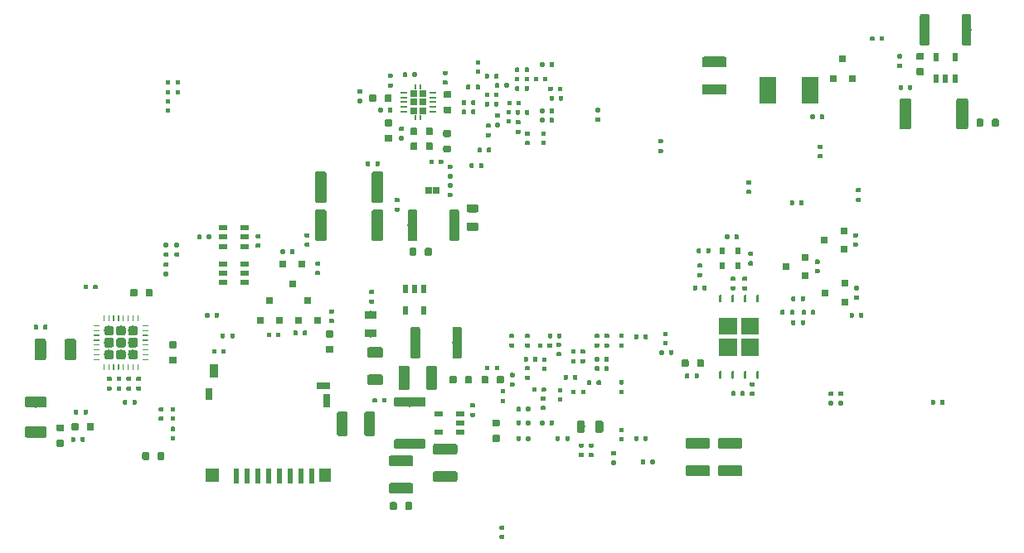
<source format=gbr>
G04 #@! TF.GenerationSoftware,KiCad,Pcbnew,(5.0.1)-rc2*
G04 #@! TF.CreationDate,2021-03-03T09:19:06-05:00*
G04 #@! TF.ProjectId,DFTBoard,444654426F6172642E6B696361645F70,rev?*
G04 #@! TF.SameCoordinates,Original*
G04 #@! TF.FileFunction,Paste,Bot*
G04 #@! TF.FilePolarity,Positive*
%FSLAX46Y46*%
G04 Gerber Fmt 4.6, Leading zero omitted, Abs format (unit mm)*
G04 Created by KiCad (PCBNEW (5.0.1)-rc2) date 3/3/2021 9:19:06 AM*
%MOMM*%
%LPD*%
G01*
G04 APERTURE LIST*
%ADD10C,0.125000*%
%ADD11C,0.437600*%
%ADD12C,1.097600*%
%ADD13R,0.697600X0.127600*%
%ADD14R,0.640000X0.640000*%
%ADD15R,0.127600X0.547600*%
%ADD16C,0.722600*%
%ADD17C,1.172600*%
%ADD18R,0.647600X1.247600*%
%ADD19R,0.847600X1.397600*%
%ADD20R,1.347600X0.647600*%
%ADD21R,0.647600X1.347600*%
%ADD22R,1.347600X1.347600*%
%ADD23R,1.147600X1.347600*%
%ADD24R,0.547600X1.597600*%
%ADD25C,0.972600*%
%ADD26R,0.747600X0.647600*%
%ADD27R,0.647600X0.747600*%
%ADD28R,0.907600X0.497600*%
%ADD29R,0.497600X0.907600*%
%ADD30R,0.650000X0.750000*%
%ADD31R,0.097600X0.347600*%
%ADD32R,1.797600X2.797600*%
%ADD33C,0.980000*%
%ADD34C,0.097600*%
%ADD35R,0.497600X0.697600*%
%ADD36C,0.822600*%
%ADD37C,1.197600*%
%ADD38C,0.297600*%
G04 APERTURE END LIST*
D10*
G04 #@! TO.C,U19*
G36*
X181565443Y-135240443D02*
X181565443Y-136992277D01*
X183392277Y-136992277D01*
X183392277Y-135240443D01*
X181565443Y-135240443D01*
G37*
G36*
X181565443Y-137407720D02*
X181565443Y-139159554D01*
X183392277Y-139159554D01*
X183392277Y-137407720D01*
X181565443Y-137407720D01*
G37*
G36*
X183807720Y-135240443D02*
X183807720Y-136992277D01*
X185634554Y-136992277D01*
X185634554Y-135240443D01*
X183807720Y-135240443D01*
G37*
G36*
X183807720Y-137407720D02*
X183807720Y-139159554D01*
X185634554Y-139159554D01*
X185634554Y-137407720D01*
X183807720Y-137407720D01*
G37*
G04 #@! TD*
G04 #@! TO.C,C116*
G36*
X160595123Y-141866727D02*
X160605743Y-141868302D01*
X160616157Y-141870911D01*
X160626266Y-141874528D01*
X160635971Y-141879118D01*
X160645179Y-141884637D01*
X160653803Y-141891033D01*
X160661757Y-141898243D01*
X160668967Y-141906197D01*
X160675363Y-141914821D01*
X160680882Y-141924029D01*
X160685472Y-141933734D01*
X160689089Y-141943843D01*
X160691698Y-141954257D01*
X160693273Y-141964877D01*
X160693800Y-141975600D01*
X160693800Y-142194400D01*
X160693273Y-142205123D01*
X160691698Y-142215743D01*
X160689089Y-142226157D01*
X160685472Y-142236266D01*
X160680882Y-142245971D01*
X160675363Y-142255179D01*
X160668967Y-142263803D01*
X160661757Y-142271757D01*
X160653803Y-142278967D01*
X160645179Y-142285363D01*
X160635971Y-142290882D01*
X160626266Y-142295472D01*
X160616157Y-142299089D01*
X160605743Y-142301698D01*
X160595123Y-142303273D01*
X160584400Y-142303800D01*
X160315600Y-142303800D01*
X160304877Y-142303273D01*
X160294257Y-142301698D01*
X160283843Y-142299089D01*
X160273734Y-142295472D01*
X160264029Y-142290882D01*
X160254821Y-142285363D01*
X160246197Y-142278967D01*
X160238243Y-142271757D01*
X160231033Y-142263803D01*
X160224637Y-142255179D01*
X160219118Y-142245971D01*
X160214528Y-142236266D01*
X160210911Y-142226157D01*
X160208302Y-142215743D01*
X160206727Y-142205123D01*
X160206200Y-142194400D01*
X160206200Y-141975600D01*
X160206727Y-141964877D01*
X160208302Y-141954257D01*
X160210911Y-141943843D01*
X160214528Y-141933734D01*
X160219118Y-141924029D01*
X160224637Y-141914821D01*
X160231033Y-141906197D01*
X160238243Y-141898243D01*
X160246197Y-141891033D01*
X160254821Y-141884637D01*
X160264029Y-141879118D01*
X160273734Y-141874528D01*
X160283843Y-141870911D01*
X160294257Y-141868302D01*
X160304877Y-141866727D01*
X160315600Y-141866200D01*
X160584400Y-141866200D01*
X160595123Y-141866727D01*
X160595123Y-141866727D01*
G37*
D11*
X160450000Y-142085000D03*
D10*
G36*
X160595123Y-140896727D02*
X160605743Y-140898302D01*
X160616157Y-140900911D01*
X160626266Y-140904528D01*
X160635971Y-140909118D01*
X160645179Y-140914637D01*
X160653803Y-140921033D01*
X160661757Y-140928243D01*
X160668967Y-140936197D01*
X160675363Y-140944821D01*
X160680882Y-140954029D01*
X160685472Y-140963734D01*
X160689089Y-140973843D01*
X160691698Y-140984257D01*
X160693273Y-140994877D01*
X160693800Y-141005600D01*
X160693800Y-141224400D01*
X160693273Y-141235123D01*
X160691698Y-141245743D01*
X160689089Y-141256157D01*
X160685472Y-141266266D01*
X160680882Y-141275971D01*
X160675363Y-141285179D01*
X160668967Y-141293803D01*
X160661757Y-141301757D01*
X160653803Y-141308967D01*
X160645179Y-141315363D01*
X160635971Y-141320882D01*
X160626266Y-141325472D01*
X160616157Y-141329089D01*
X160605743Y-141331698D01*
X160595123Y-141333273D01*
X160584400Y-141333800D01*
X160315600Y-141333800D01*
X160304877Y-141333273D01*
X160294257Y-141331698D01*
X160283843Y-141329089D01*
X160273734Y-141325472D01*
X160264029Y-141320882D01*
X160254821Y-141315363D01*
X160246197Y-141308967D01*
X160238243Y-141301757D01*
X160231033Y-141293803D01*
X160224637Y-141285179D01*
X160219118Y-141275971D01*
X160214528Y-141266266D01*
X160210911Y-141256157D01*
X160208302Y-141245743D01*
X160206727Y-141235123D01*
X160206200Y-141224400D01*
X160206200Y-141005600D01*
X160206727Y-140994877D01*
X160208302Y-140984257D01*
X160210911Y-140973843D01*
X160214528Y-140963734D01*
X160219118Y-140954029D01*
X160224637Y-140944821D01*
X160231033Y-140936197D01*
X160238243Y-140928243D01*
X160246197Y-140921033D01*
X160254821Y-140914637D01*
X160264029Y-140909118D01*
X160273734Y-140904528D01*
X160283843Y-140900911D01*
X160294257Y-140898302D01*
X160304877Y-140896727D01*
X160315600Y-140896200D01*
X160584400Y-140896200D01*
X160595123Y-140896727D01*
X160595123Y-140896727D01*
G37*
D11*
X160450000Y-141115000D03*
G04 #@! TD*
D10*
G04 #@! TO.C,C24*
G36*
X159645123Y-143541727D02*
X159655743Y-143543302D01*
X159666157Y-143545911D01*
X159676266Y-143549528D01*
X159685971Y-143554118D01*
X159695179Y-143559637D01*
X159703803Y-143566033D01*
X159711757Y-143573243D01*
X159718967Y-143581197D01*
X159725363Y-143589821D01*
X159730882Y-143599029D01*
X159735472Y-143608734D01*
X159739089Y-143618843D01*
X159741698Y-143629257D01*
X159743273Y-143639877D01*
X159743800Y-143650600D01*
X159743800Y-143869400D01*
X159743273Y-143880123D01*
X159741698Y-143890743D01*
X159739089Y-143901157D01*
X159735472Y-143911266D01*
X159730882Y-143920971D01*
X159725363Y-143930179D01*
X159718967Y-143938803D01*
X159711757Y-143946757D01*
X159703803Y-143953967D01*
X159695179Y-143960363D01*
X159685971Y-143965882D01*
X159676266Y-143970472D01*
X159666157Y-143974089D01*
X159655743Y-143976698D01*
X159645123Y-143978273D01*
X159634400Y-143978800D01*
X159365600Y-143978800D01*
X159354877Y-143978273D01*
X159344257Y-143976698D01*
X159333843Y-143974089D01*
X159323734Y-143970472D01*
X159314029Y-143965882D01*
X159304821Y-143960363D01*
X159296197Y-143953967D01*
X159288243Y-143946757D01*
X159281033Y-143938803D01*
X159274637Y-143930179D01*
X159269118Y-143920971D01*
X159264528Y-143911266D01*
X159260911Y-143901157D01*
X159258302Y-143890743D01*
X159256727Y-143880123D01*
X159256200Y-143869400D01*
X159256200Y-143650600D01*
X159256727Y-143639877D01*
X159258302Y-143629257D01*
X159260911Y-143618843D01*
X159264528Y-143608734D01*
X159269118Y-143599029D01*
X159274637Y-143589821D01*
X159281033Y-143581197D01*
X159288243Y-143573243D01*
X159296197Y-143566033D01*
X159304821Y-143559637D01*
X159314029Y-143554118D01*
X159323734Y-143549528D01*
X159333843Y-143545911D01*
X159344257Y-143543302D01*
X159354877Y-143541727D01*
X159365600Y-143541200D01*
X159634400Y-143541200D01*
X159645123Y-143541727D01*
X159645123Y-143541727D01*
G37*
D11*
X159500000Y-143760000D03*
D10*
G36*
X159645123Y-142571727D02*
X159655743Y-142573302D01*
X159666157Y-142575911D01*
X159676266Y-142579528D01*
X159685971Y-142584118D01*
X159695179Y-142589637D01*
X159703803Y-142596033D01*
X159711757Y-142603243D01*
X159718967Y-142611197D01*
X159725363Y-142619821D01*
X159730882Y-142629029D01*
X159735472Y-142638734D01*
X159739089Y-142648843D01*
X159741698Y-142659257D01*
X159743273Y-142669877D01*
X159743800Y-142680600D01*
X159743800Y-142899400D01*
X159743273Y-142910123D01*
X159741698Y-142920743D01*
X159739089Y-142931157D01*
X159735472Y-142941266D01*
X159730882Y-142950971D01*
X159725363Y-142960179D01*
X159718967Y-142968803D01*
X159711757Y-142976757D01*
X159703803Y-142983967D01*
X159695179Y-142990363D01*
X159685971Y-142995882D01*
X159676266Y-143000472D01*
X159666157Y-143004089D01*
X159655743Y-143006698D01*
X159645123Y-143008273D01*
X159634400Y-143008800D01*
X159365600Y-143008800D01*
X159354877Y-143008273D01*
X159344257Y-143006698D01*
X159333843Y-143004089D01*
X159323734Y-143000472D01*
X159314029Y-142995882D01*
X159304821Y-142990363D01*
X159296197Y-142983967D01*
X159288243Y-142976757D01*
X159281033Y-142968803D01*
X159274637Y-142960179D01*
X159269118Y-142950971D01*
X159264528Y-142941266D01*
X159260911Y-142931157D01*
X159258302Y-142920743D01*
X159256727Y-142910123D01*
X159256200Y-142899400D01*
X159256200Y-142680600D01*
X159256727Y-142669877D01*
X159258302Y-142659257D01*
X159260911Y-142648843D01*
X159264528Y-142638734D01*
X159269118Y-142629029D01*
X159274637Y-142619821D01*
X159281033Y-142611197D01*
X159288243Y-142603243D01*
X159296197Y-142596033D01*
X159304821Y-142589637D01*
X159314029Y-142584118D01*
X159323734Y-142579528D01*
X159333843Y-142575911D01*
X159344257Y-142573302D01*
X159354877Y-142571727D01*
X159365600Y-142571200D01*
X159634400Y-142571200D01*
X159645123Y-142571727D01*
X159645123Y-142571727D01*
G37*
D11*
X159500000Y-142790000D03*
G04 #@! TD*
D10*
G04 #@! TO.C,C22*
G36*
X147050797Y-141052257D02*
X147072106Y-141055418D01*
X147093003Y-141060652D01*
X147113287Y-141067910D01*
X147132761Y-141077121D01*
X147151239Y-141088196D01*
X147168542Y-141101029D01*
X147184504Y-141115496D01*
X147198971Y-141131458D01*
X147211804Y-141148761D01*
X147222879Y-141167239D01*
X147232090Y-141186713D01*
X147239348Y-141206997D01*
X147244582Y-141227894D01*
X147247743Y-141249203D01*
X147248800Y-141270720D01*
X147248800Y-141929280D01*
X147247743Y-141950797D01*
X147244582Y-141972106D01*
X147239348Y-141993003D01*
X147232090Y-142013287D01*
X147222879Y-142032761D01*
X147211804Y-142051239D01*
X147198971Y-142068542D01*
X147184504Y-142084504D01*
X147168542Y-142098971D01*
X147151239Y-142111804D01*
X147132761Y-142122879D01*
X147113287Y-142132090D01*
X147093003Y-142139348D01*
X147072106Y-142144582D01*
X147050797Y-142147743D01*
X147029280Y-142148800D01*
X145870720Y-142148800D01*
X145849203Y-142147743D01*
X145827894Y-142144582D01*
X145806997Y-142139348D01*
X145786713Y-142132090D01*
X145767239Y-142122879D01*
X145748761Y-142111804D01*
X145731458Y-142098971D01*
X145715496Y-142084504D01*
X145701029Y-142068542D01*
X145688196Y-142051239D01*
X145677121Y-142032761D01*
X145667910Y-142013287D01*
X145660652Y-141993003D01*
X145655418Y-141972106D01*
X145652257Y-141950797D01*
X145651200Y-141929280D01*
X145651200Y-141270720D01*
X145652257Y-141249203D01*
X145655418Y-141227894D01*
X145660652Y-141206997D01*
X145667910Y-141186713D01*
X145677121Y-141167239D01*
X145688196Y-141148761D01*
X145701029Y-141131458D01*
X145715496Y-141115496D01*
X145731458Y-141101029D01*
X145748761Y-141088196D01*
X145767239Y-141077121D01*
X145786713Y-141067910D01*
X145806997Y-141060652D01*
X145827894Y-141055418D01*
X145849203Y-141052257D01*
X145870720Y-141051200D01*
X147029280Y-141051200D01*
X147050797Y-141052257D01*
X147050797Y-141052257D01*
G37*
D12*
X146450000Y-141600000D03*
D10*
G36*
X147050797Y-138252257D02*
X147072106Y-138255418D01*
X147093003Y-138260652D01*
X147113287Y-138267910D01*
X147132761Y-138277121D01*
X147151239Y-138288196D01*
X147168542Y-138301029D01*
X147184504Y-138315496D01*
X147198971Y-138331458D01*
X147211804Y-138348761D01*
X147222879Y-138367239D01*
X147232090Y-138386713D01*
X147239348Y-138406997D01*
X147244582Y-138427894D01*
X147247743Y-138449203D01*
X147248800Y-138470720D01*
X147248800Y-139129280D01*
X147247743Y-139150797D01*
X147244582Y-139172106D01*
X147239348Y-139193003D01*
X147232090Y-139213287D01*
X147222879Y-139232761D01*
X147211804Y-139251239D01*
X147198971Y-139268542D01*
X147184504Y-139284504D01*
X147168542Y-139298971D01*
X147151239Y-139311804D01*
X147132761Y-139322879D01*
X147113287Y-139332090D01*
X147093003Y-139339348D01*
X147072106Y-139344582D01*
X147050797Y-139347743D01*
X147029280Y-139348800D01*
X145870720Y-139348800D01*
X145849203Y-139347743D01*
X145827894Y-139344582D01*
X145806997Y-139339348D01*
X145786713Y-139332090D01*
X145767239Y-139322879D01*
X145748761Y-139311804D01*
X145731458Y-139298971D01*
X145715496Y-139284504D01*
X145701029Y-139268542D01*
X145688196Y-139251239D01*
X145677121Y-139232761D01*
X145667910Y-139213287D01*
X145660652Y-139193003D01*
X145655418Y-139172106D01*
X145652257Y-139150797D01*
X145651200Y-139129280D01*
X145651200Y-138470720D01*
X145652257Y-138449203D01*
X145655418Y-138427894D01*
X145660652Y-138406997D01*
X145667910Y-138386713D01*
X145677121Y-138367239D01*
X145688196Y-138348761D01*
X145701029Y-138331458D01*
X145715496Y-138315496D01*
X145731458Y-138301029D01*
X145748761Y-138288196D01*
X145767239Y-138277121D01*
X145786713Y-138267910D01*
X145806997Y-138260652D01*
X145827894Y-138255418D01*
X145849203Y-138252257D01*
X145870720Y-138251200D01*
X147029280Y-138251200D01*
X147050797Y-138252257D01*
X147050797Y-138252257D01*
G37*
D12*
X146450000Y-138800000D03*
G04 #@! TD*
D13*
G04 #@! TO.C,U8*
X152315000Y-112210000D03*
X152315000Y-112710000D03*
X152315000Y-113210000D03*
X152315000Y-113710000D03*
X152315000Y-114210000D03*
X149365000Y-114210000D03*
X149365000Y-113710000D03*
X149365000Y-113210000D03*
X149365000Y-112710000D03*
X149365000Y-112210000D03*
D14*
X150360000Y-114070000D03*
D15*
X151090000Y-111660000D03*
X151090000Y-114760000D03*
X150590000Y-111660000D03*
X150590000Y-114760000D03*
D14*
X151320000Y-114070000D03*
X151320000Y-113210000D03*
X150360000Y-113210000D03*
X151320000Y-112350000D03*
X150360000Y-112350000D03*
G04 #@! TD*
D10*
G04 #@! TO.C,C113*
G36*
X182150797Y-111352257D02*
X182172106Y-111355418D01*
X182193003Y-111360652D01*
X182213287Y-111367910D01*
X182232761Y-111377121D01*
X182251239Y-111388196D01*
X182268542Y-111401029D01*
X182284504Y-111415496D01*
X182298971Y-111431458D01*
X182311804Y-111448761D01*
X182322879Y-111467239D01*
X182332090Y-111486713D01*
X182339348Y-111506997D01*
X182344582Y-111527894D01*
X182347743Y-111549203D01*
X182348800Y-111570720D01*
X182348800Y-112229280D01*
X182347743Y-112250797D01*
X182344582Y-112272106D01*
X182339348Y-112293003D01*
X182332090Y-112313287D01*
X182322879Y-112332761D01*
X182311804Y-112351239D01*
X182298971Y-112368542D01*
X182284504Y-112384504D01*
X182268542Y-112398971D01*
X182251239Y-112411804D01*
X182232761Y-112422879D01*
X182213287Y-112432090D01*
X182193003Y-112439348D01*
X182172106Y-112444582D01*
X182150797Y-112447743D01*
X182129280Y-112448800D01*
X180070720Y-112448800D01*
X180049203Y-112447743D01*
X180027894Y-112444582D01*
X180006997Y-112439348D01*
X179986713Y-112432090D01*
X179967239Y-112422879D01*
X179948761Y-112411804D01*
X179931458Y-112398971D01*
X179915496Y-112384504D01*
X179901029Y-112368542D01*
X179888196Y-112351239D01*
X179877121Y-112332761D01*
X179867910Y-112313287D01*
X179860652Y-112293003D01*
X179855418Y-112272106D01*
X179852257Y-112250797D01*
X179851200Y-112229280D01*
X179851200Y-111570720D01*
X179852257Y-111549203D01*
X179855418Y-111527894D01*
X179860652Y-111506997D01*
X179867910Y-111486713D01*
X179877121Y-111467239D01*
X179888196Y-111448761D01*
X179901029Y-111431458D01*
X179915496Y-111415496D01*
X179931458Y-111401029D01*
X179948761Y-111388196D01*
X179967239Y-111377121D01*
X179986713Y-111367910D01*
X180006997Y-111360652D01*
X180027894Y-111355418D01*
X180049203Y-111352257D01*
X180070720Y-111351200D01*
X182129280Y-111351200D01*
X182150797Y-111352257D01*
X182150797Y-111352257D01*
G37*
D12*
X181100000Y-111900000D03*
D10*
G36*
X182150797Y-108552257D02*
X182172106Y-108555418D01*
X182193003Y-108560652D01*
X182213287Y-108567910D01*
X182232761Y-108577121D01*
X182251239Y-108588196D01*
X182268542Y-108601029D01*
X182284504Y-108615496D01*
X182298971Y-108631458D01*
X182311804Y-108648761D01*
X182322879Y-108667239D01*
X182332090Y-108686713D01*
X182339348Y-108706997D01*
X182344582Y-108727894D01*
X182347743Y-108749203D01*
X182348800Y-108770720D01*
X182348800Y-109429280D01*
X182347743Y-109450797D01*
X182344582Y-109472106D01*
X182339348Y-109493003D01*
X182332090Y-109513287D01*
X182322879Y-109532761D01*
X182311804Y-109551239D01*
X182298971Y-109568542D01*
X182284504Y-109584504D01*
X182268542Y-109598971D01*
X182251239Y-109611804D01*
X182232761Y-109622879D01*
X182213287Y-109632090D01*
X182193003Y-109639348D01*
X182172106Y-109644582D01*
X182150797Y-109647743D01*
X182129280Y-109648800D01*
X180070720Y-109648800D01*
X180049203Y-109647743D01*
X180027894Y-109644582D01*
X180006997Y-109639348D01*
X179986713Y-109632090D01*
X179967239Y-109622879D01*
X179948761Y-109611804D01*
X179931458Y-109598971D01*
X179915496Y-109584504D01*
X179901029Y-109568542D01*
X179888196Y-109551239D01*
X179877121Y-109532761D01*
X179867910Y-109513287D01*
X179860652Y-109493003D01*
X179855418Y-109472106D01*
X179852257Y-109450797D01*
X179851200Y-109429280D01*
X179851200Y-108770720D01*
X179852257Y-108749203D01*
X179855418Y-108727894D01*
X179860652Y-108706997D01*
X179867910Y-108686713D01*
X179877121Y-108667239D01*
X179888196Y-108648761D01*
X179901029Y-108631458D01*
X179915496Y-108615496D01*
X179931458Y-108601029D01*
X179948761Y-108588196D01*
X179967239Y-108577121D01*
X179986713Y-108567910D01*
X180006997Y-108560652D01*
X180027894Y-108555418D01*
X180049203Y-108552257D01*
X180070720Y-108551200D01*
X182129280Y-108551200D01*
X182150797Y-108552257D01*
X182150797Y-108552257D01*
G37*
D12*
X181100000Y-109100000D03*
G04 #@! TD*
D10*
G04 #@! TO.C,C84*
G36*
X188185123Y-134456727D02*
X188195743Y-134458302D01*
X188206157Y-134460911D01*
X188216266Y-134464528D01*
X188225971Y-134469118D01*
X188235179Y-134474637D01*
X188243803Y-134481033D01*
X188251757Y-134488243D01*
X188258967Y-134496197D01*
X188265363Y-134504821D01*
X188270882Y-134514029D01*
X188275472Y-134523734D01*
X188279089Y-134533843D01*
X188281698Y-134544257D01*
X188283273Y-134554877D01*
X188283800Y-134565600D01*
X188283800Y-134834400D01*
X188283273Y-134845123D01*
X188281698Y-134855743D01*
X188279089Y-134866157D01*
X188275472Y-134876266D01*
X188270882Y-134885971D01*
X188265363Y-134895179D01*
X188258967Y-134903803D01*
X188251757Y-134911757D01*
X188243803Y-134918967D01*
X188235179Y-134925363D01*
X188225971Y-134930882D01*
X188216266Y-134935472D01*
X188206157Y-134939089D01*
X188195743Y-134941698D01*
X188185123Y-134943273D01*
X188174400Y-134943800D01*
X187955600Y-134943800D01*
X187944877Y-134943273D01*
X187934257Y-134941698D01*
X187923843Y-134939089D01*
X187913734Y-134935472D01*
X187904029Y-134930882D01*
X187894821Y-134925363D01*
X187886197Y-134918967D01*
X187878243Y-134911757D01*
X187871033Y-134903803D01*
X187864637Y-134895179D01*
X187859118Y-134885971D01*
X187854528Y-134876266D01*
X187850911Y-134866157D01*
X187848302Y-134855743D01*
X187846727Y-134845123D01*
X187846200Y-134834400D01*
X187846200Y-134565600D01*
X187846727Y-134554877D01*
X187848302Y-134544257D01*
X187850911Y-134533843D01*
X187854528Y-134523734D01*
X187859118Y-134514029D01*
X187864637Y-134504821D01*
X187871033Y-134496197D01*
X187878243Y-134488243D01*
X187886197Y-134481033D01*
X187894821Y-134474637D01*
X187904029Y-134469118D01*
X187913734Y-134464528D01*
X187923843Y-134460911D01*
X187934257Y-134458302D01*
X187944877Y-134456727D01*
X187955600Y-134456200D01*
X188174400Y-134456200D01*
X188185123Y-134456727D01*
X188185123Y-134456727D01*
G37*
D11*
X188065000Y-134700000D03*
D10*
G36*
X189155123Y-134456727D02*
X189165743Y-134458302D01*
X189176157Y-134460911D01*
X189186266Y-134464528D01*
X189195971Y-134469118D01*
X189205179Y-134474637D01*
X189213803Y-134481033D01*
X189221757Y-134488243D01*
X189228967Y-134496197D01*
X189235363Y-134504821D01*
X189240882Y-134514029D01*
X189245472Y-134523734D01*
X189249089Y-134533843D01*
X189251698Y-134544257D01*
X189253273Y-134554877D01*
X189253800Y-134565600D01*
X189253800Y-134834400D01*
X189253273Y-134845123D01*
X189251698Y-134855743D01*
X189249089Y-134866157D01*
X189245472Y-134876266D01*
X189240882Y-134885971D01*
X189235363Y-134895179D01*
X189228967Y-134903803D01*
X189221757Y-134911757D01*
X189213803Y-134918967D01*
X189205179Y-134925363D01*
X189195971Y-134930882D01*
X189186266Y-134935472D01*
X189176157Y-134939089D01*
X189165743Y-134941698D01*
X189155123Y-134943273D01*
X189144400Y-134943800D01*
X188925600Y-134943800D01*
X188914877Y-134943273D01*
X188904257Y-134941698D01*
X188893843Y-134939089D01*
X188883734Y-134935472D01*
X188874029Y-134930882D01*
X188864821Y-134925363D01*
X188856197Y-134918967D01*
X188848243Y-134911757D01*
X188841033Y-134903803D01*
X188834637Y-134895179D01*
X188829118Y-134885971D01*
X188824528Y-134876266D01*
X188820911Y-134866157D01*
X188818302Y-134855743D01*
X188816727Y-134845123D01*
X188816200Y-134834400D01*
X188816200Y-134565600D01*
X188816727Y-134554877D01*
X188818302Y-134544257D01*
X188820911Y-134533843D01*
X188824528Y-134523734D01*
X188829118Y-134514029D01*
X188834637Y-134504821D01*
X188841033Y-134496197D01*
X188848243Y-134488243D01*
X188856197Y-134481033D01*
X188864821Y-134474637D01*
X188874029Y-134469118D01*
X188883734Y-134464528D01*
X188893843Y-134460911D01*
X188904257Y-134458302D01*
X188914877Y-134456727D01*
X188925600Y-134456200D01*
X189144400Y-134456200D01*
X189155123Y-134456727D01*
X189155123Y-134456727D01*
G37*
D11*
X189035000Y-134700000D03*
G04 #@! TD*
D10*
G04 #@! TO.C,C85*
G36*
X191305123Y-134456727D02*
X191315743Y-134458302D01*
X191326157Y-134460911D01*
X191336266Y-134464528D01*
X191345971Y-134469118D01*
X191355179Y-134474637D01*
X191363803Y-134481033D01*
X191371757Y-134488243D01*
X191378967Y-134496197D01*
X191385363Y-134504821D01*
X191390882Y-134514029D01*
X191395472Y-134523734D01*
X191399089Y-134533843D01*
X191401698Y-134544257D01*
X191403273Y-134554877D01*
X191403800Y-134565600D01*
X191403800Y-134834400D01*
X191403273Y-134845123D01*
X191401698Y-134855743D01*
X191399089Y-134866157D01*
X191395472Y-134876266D01*
X191390882Y-134885971D01*
X191385363Y-134895179D01*
X191378967Y-134903803D01*
X191371757Y-134911757D01*
X191363803Y-134918967D01*
X191355179Y-134925363D01*
X191345971Y-134930882D01*
X191336266Y-134935472D01*
X191326157Y-134939089D01*
X191315743Y-134941698D01*
X191305123Y-134943273D01*
X191294400Y-134943800D01*
X191075600Y-134943800D01*
X191064877Y-134943273D01*
X191054257Y-134941698D01*
X191043843Y-134939089D01*
X191033734Y-134935472D01*
X191024029Y-134930882D01*
X191014821Y-134925363D01*
X191006197Y-134918967D01*
X190998243Y-134911757D01*
X190991033Y-134903803D01*
X190984637Y-134895179D01*
X190979118Y-134885971D01*
X190974528Y-134876266D01*
X190970911Y-134866157D01*
X190968302Y-134855743D01*
X190966727Y-134845123D01*
X190966200Y-134834400D01*
X190966200Y-134565600D01*
X190966727Y-134554877D01*
X190968302Y-134544257D01*
X190970911Y-134533843D01*
X190974528Y-134523734D01*
X190979118Y-134514029D01*
X190984637Y-134504821D01*
X190991033Y-134496197D01*
X190998243Y-134488243D01*
X191006197Y-134481033D01*
X191014821Y-134474637D01*
X191024029Y-134469118D01*
X191033734Y-134464528D01*
X191043843Y-134460911D01*
X191054257Y-134458302D01*
X191064877Y-134456727D01*
X191075600Y-134456200D01*
X191294400Y-134456200D01*
X191305123Y-134456727D01*
X191305123Y-134456727D01*
G37*
D11*
X191185000Y-134700000D03*
D10*
G36*
X190335123Y-134456727D02*
X190345743Y-134458302D01*
X190356157Y-134460911D01*
X190366266Y-134464528D01*
X190375971Y-134469118D01*
X190385179Y-134474637D01*
X190393803Y-134481033D01*
X190401757Y-134488243D01*
X190408967Y-134496197D01*
X190415363Y-134504821D01*
X190420882Y-134514029D01*
X190425472Y-134523734D01*
X190429089Y-134533843D01*
X190431698Y-134544257D01*
X190433273Y-134554877D01*
X190433800Y-134565600D01*
X190433800Y-134834400D01*
X190433273Y-134845123D01*
X190431698Y-134855743D01*
X190429089Y-134866157D01*
X190425472Y-134876266D01*
X190420882Y-134885971D01*
X190415363Y-134895179D01*
X190408967Y-134903803D01*
X190401757Y-134911757D01*
X190393803Y-134918967D01*
X190385179Y-134925363D01*
X190375971Y-134930882D01*
X190366266Y-134935472D01*
X190356157Y-134939089D01*
X190345743Y-134941698D01*
X190335123Y-134943273D01*
X190324400Y-134943800D01*
X190105600Y-134943800D01*
X190094877Y-134943273D01*
X190084257Y-134941698D01*
X190073843Y-134939089D01*
X190063734Y-134935472D01*
X190054029Y-134930882D01*
X190044821Y-134925363D01*
X190036197Y-134918967D01*
X190028243Y-134911757D01*
X190021033Y-134903803D01*
X190014637Y-134895179D01*
X190009118Y-134885971D01*
X190004528Y-134876266D01*
X190000911Y-134866157D01*
X189998302Y-134855743D01*
X189996727Y-134845123D01*
X189996200Y-134834400D01*
X189996200Y-134565600D01*
X189996727Y-134554877D01*
X189998302Y-134544257D01*
X190000911Y-134533843D01*
X190004528Y-134523734D01*
X190009118Y-134514029D01*
X190014637Y-134504821D01*
X190021033Y-134496197D01*
X190028243Y-134488243D01*
X190036197Y-134481033D01*
X190044821Y-134474637D01*
X190054029Y-134469118D01*
X190063734Y-134464528D01*
X190073843Y-134460911D01*
X190084257Y-134458302D01*
X190094877Y-134456727D01*
X190105600Y-134456200D01*
X190324400Y-134456200D01*
X190335123Y-134456727D01*
X190335123Y-134456727D01*
G37*
D11*
X190215000Y-134700000D03*
G04 #@! TD*
D10*
G04 #@! TO.C,R40*
G36*
X190255123Y-133056727D02*
X190265743Y-133058302D01*
X190276157Y-133060911D01*
X190286266Y-133064528D01*
X190295971Y-133069118D01*
X190305179Y-133074637D01*
X190313803Y-133081033D01*
X190321757Y-133088243D01*
X190328967Y-133096197D01*
X190335363Y-133104821D01*
X190340882Y-133114029D01*
X190345472Y-133123734D01*
X190349089Y-133133843D01*
X190351698Y-133144257D01*
X190353273Y-133154877D01*
X190353800Y-133165600D01*
X190353800Y-133434400D01*
X190353273Y-133445123D01*
X190351698Y-133455743D01*
X190349089Y-133466157D01*
X190345472Y-133476266D01*
X190340882Y-133485971D01*
X190335363Y-133495179D01*
X190328967Y-133503803D01*
X190321757Y-133511757D01*
X190313803Y-133518967D01*
X190305179Y-133525363D01*
X190295971Y-133530882D01*
X190286266Y-133535472D01*
X190276157Y-133539089D01*
X190265743Y-133541698D01*
X190255123Y-133543273D01*
X190244400Y-133543800D01*
X190025600Y-133543800D01*
X190014877Y-133543273D01*
X190004257Y-133541698D01*
X189993843Y-133539089D01*
X189983734Y-133535472D01*
X189974029Y-133530882D01*
X189964821Y-133525363D01*
X189956197Y-133518967D01*
X189948243Y-133511757D01*
X189941033Y-133503803D01*
X189934637Y-133495179D01*
X189929118Y-133485971D01*
X189924528Y-133476266D01*
X189920911Y-133466157D01*
X189918302Y-133455743D01*
X189916727Y-133445123D01*
X189916200Y-133434400D01*
X189916200Y-133165600D01*
X189916727Y-133154877D01*
X189918302Y-133144257D01*
X189920911Y-133133843D01*
X189924528Y-133123734D01*
X189929118Y-133114029D01*
X189934637Y-133104821D01*
X189941033Y-133096197D01*
X189948243Y-133088243D01*
X189956197Y-133081033D01*
X189964821Y-133074637D01*
X189974029Y-133069118D01*
X189983734Y-133064528D01*
X189993843Y-133060911D01*
X190004257Y-133058302D01*
X190014877Y-133056727D01*
X190025600Y-133056200D01*
X190244400Y-133056200D01*
X190255123Y-133056727D01*
X190255123Y-133056727D01*
G37*
D11*
X190135000Y-133300000D03*
D10*
G36*
X189285123Y-133056727D02*
X189295743Y-133058302D01*
X189306157Y-133060911D01*
X189316266Y-133064528D01*
X189325971Y-133069118D01*
X189335179Y-133074637D01*
X189343803Y-133081033D01*
X189351757Y-133088243D01*
X189358967Y-133096197D01*
X189365363Y-133104821D01*
X189370882Y-133114029D01*
X189375472Y-133123734D01*
X189379089Y-133133843D01*
X189381698Y-133144257D01*
X189383273Y-133154877D01*
X189383800Y-133165600D01*
X189383800Y-133434400D01*
X189383273Y-133445123D01*
X189381698Y-133455743D01*
X189379089Y-133466157D01*
X189375472Y-133476266D01*
X189370882Y-133485971D01*
X189365363Y-133495179D01*
X189358967Y-133503803D01*
X189351757Y-133511757D01*
X189343803Y-133518967D01*
X189335179Y-133525363D01*
X189325971Y-133530882D01*
X189316266Y-133535472D01*
X189306157Y-133539089D01*
X189295743Y-133541698D01*
X189285123Y-133543273D01*
X189274400Y-133543800D01*
X189055600Y-133543800D01*
X189044877Y-133543273D01*
X189034257Y-133541698D01*
X189023843Y-133539089D01*
X189013734Y-133535472D01*
X189004029Y-133530882D01*
X188994821Y-133525363D01*
X188986197Y-133518967D01*
X188978243Y-133511757D01*
X188971033Y-133503803D01*
X188964637Y-133495179D01*
X188959118Y-133485971D01*
X188954528Y-133476266D01*
X188950911Y-133466157D01*
X188948302Y-133455743D01*
X188946727Y-133445123D01*
X188946200Y-133434400D01*
X188946200Y-133165600D01*
X188946727Y-133154877D01*
X188948302Y-133144257D01*
X188950911Y-133133843D01*
X188954528Y-133123734D01*
X188959118Y-133114029D01*
X188964637Y-133104821D01*
X188971033Y-133096197D01*
X188978243Y-133088243D01*
X188986197Y-133081033D01*
X188994821Y-133074637D01*
X189004029Y-133069118D01*
X189013734Y-133064528D01*
X189023843Y-133060911D01*
X189034257Y-133058302D01*
X189044877Y-133056727D01*
X189055600Y-133056200D01*
X189274400Y-133056200D01*
X189285123Y-133056727D01*
X189285123Y-133056727D01*
G37*
D11*
X189165000Y-133300000D03*
G04 #@! TD*
D10*
G04 #@! TO.C,R49*
G36*
X169345123Y-114766727D02*
X169355743Y-114768302D01*
X169366157Y-114770911D01*
X169376266Y-114774528D01*
X169385971Y-114779118D01*
X169395179Y-114784637D01*
X169403803Y-114791033D01*
X169411757Y-114798243D01*
X169418967Y-114806197D01*
X169425363Y-114814821D01*
X169430882Y-114824029D01*
X169435472Y-114833734D01*
X169439089Y-114843843D01*
X169441698Y-114854257D01*
X169443273Y-114864877D01*
X169443800Y-114875600D01*
X169443800Y-115094400D01*
X169443273Y-115105123D01*
X169441698Y-115115743D01*
X169439089Y-115126157D01*
X169435472Y-115136266D01*
X169430882Y-115145971D01*
X169425363Y-115155179D01*
X169418967Y-115163803D01*
X169411757Y-115171757D01*
X169403803Y-115178967D01*
X169395179Y-115185363D01*
X169385971Y-115190882D01*
X169376266Y-115195472D01*
X169366157Y-115199089D01*
X169355743Y-115201698D01*
X169345123Y-115203273D01*
X169334400Y-115203800D01*
X169065600Y-115203800D01*
X169054877Y-115203273D01*
X169044257Y-115201698D01*
X169033843Y-115199089D01*
X169023734Y-115195472D01*
X169014029Y-115190882D01*
X169004821Y-115185363D01*
X168996197Y-115178967D01*
X168988243Y-115171757D01*
X168981033Y-115163803D01*
X168974637Y-115155179D01*
X168969118Y-115145971D01*
X168964528Y-115136266D01*
X168960911Y-115126157D01*
X168958302Y-115115743D01*
X168956727Y-115105123D01*
X168956200Y-115094400D01*
X168956200Y-114875600D01*
X168956727Y-114864877D01*
X168958302Y-114854257D01*
X168960911Y-114843843D01*
X168964528Y-114833734D01*
X168969118Y-114824029D01*
X168974637Y-114814821D01*
X168981033Y-114806197D01*
X168988243Y-114798243D01*
X168996197Y-114791033D01*
X169004821Y-114784637D01*
X169014029Y-114779118D01*
X169023734Y-114774528D01*
X169033843Y-114770911D01*
X169044257Y-114768302D01*
X169054877Y-114766727D01*
X169065600Y-114766200D01*
X169334400Y-114766200D01*
X169345123Y-114766727D01*
X169345123Y-114766727D01*
G37*
D11*
X169200000Y-114985000D03*
D10*
G36*
X169345123Y-113796727D02*
X169355743Y-113798302D01*
X169366157Y-113800911D01*
X169376266Y-113804528D01*
X169385971Y-113809118D01*
X169395179Y-113814637D01*
X169403803Y-113821033D01*
X169411757Y-113828243D01*
X169418967Y-113836197D01*
X169425363Y-113844821D01*
X169430882Y-113854029D01*
X169435472Y-113863734D01*
X169439089Y-113873843D01*
X169441698Y-113884257D01*
X169443273Y-113894877D01*
X169443800Y-113905600D01*
X169443800Y-114124400D01*
X169443273Y-114135123D01*
X169441698Y-114145743D01*
X169439089Y-114156157D01*
X169435472Y-114166266D01*
X169430882Y-114175971D01*
X169425363Y-114185179D01*
X169418967Y-114193803D01*
X169411757Y-114201757D01*
X169403803Y-114208967D01*
X169395179Y-114215363D01*
X169385971Y-114220882D01*
X169376266Y-114225472D01*
X169366157Y-114229089D01*
X169355743Y-114231698D01*
X169345123Y-114233273D01*
X169334400Y-114233800D01*
X169065600Y-114233800D01*
X169054877Y-114233273D01*
X169044257Y-114231698D01*
X169033843Y-114229089D01*
X169023734Y-114225472D01*
X169014029Y-114220882D01*
X169004821Y-114215363D01*
X168996197Y-114208967D01*
X168988243Y-114201757D01*
X168981033Y-114193803D01*
X168974637Y-114185179D01*
X168969118Y-114175971D01*
X168964528Y-114166266D01*
X168960911Y-114156157D01*
X168958302Y-114145743D01*
X168956727Y-114135123D01*
X168956200Y-114124400D01*
X168956200Y-113905600D01*
X168956727Y-113894877D01*
X168958302Y-113884257D01*
X168960911Y-113873843D01*
X168964528Y-113863734D01*
X168969118Y-113854029D01*
X168974637Y-113844821D01*
X168981033Y-113836197D01*
X168988243Y-113828243D01*
X168996197Y-113821033D01*
X169004821Y-113814637D01*
X169014029Y-113809118D01*
X169023734Y-113804528D01*
X169033843Y-113800911D01*
X169044257Y-113798302D01*
X169054877Y-113796727D01*
X169065600Y-113796200D01*
X169334400Y-113796200D01*
X169345123Y-113796727D01*
X169345123Y-113796727D01*
G37*
D11*
X169200000Y-114015000D03*
G04 #@! TD*
D10*
G04 #@! TO.C,R75*
G36*
X165345123Y-137796727D02*
X165355743Y-137798302D01*
X165366157Y-137800911D01*
X165376266Y-137804528D01*
X165385971Y-137809118D01*
X165395179Y-137814637D01*
X165403803Y-137821033D01*
X165411757Y-137828243D01*
X165418967Y-137836197D01*
X165425363Y-137844821D01*
X165430882Y-137854029D01*
X165435472Y-137863734D01*
X165439089Y-137873843D01*
X165441698Y-137884257D01*
X165443273Y-137894877D01*
X165443800Y-137905600D01*
X165443800Y-138124400D01*
X165443273Y-138135123D01*
X165441698Y-138145743D01*
X165439089Y-138156157D01*
X165435472Y-138166266D01*
X165430882Y-138175971D01*
X165425363Y-138185179D01*
X165418967Y-138193803D01*
X165411757Y-138201757D01*
X165403803Y-138208967D01*
X165395179Y-138215363D01*
X165385971Y-138220882D01*
X165376266Y-138225472D01*
X165366157Y-138229089D01*
X165355743Y-138231698D01*
X165345123Y-138233273D01*
X165334400Y-138233800D01*
X165065600Y-138233800D01*
X165054877Y-138233273D01*
X165044257Y-138231698D01*
X165033843Y-138229089D01*
X165023734Y-138225472D01*
X165014029Y-138220882D01*
X165004821Y-138215363D01*
X164996197Y-138208967D01*
X164988243Y-138201757D01*
X164981033Y-138193803D01*
X164974637Y-138185179D01*
X164969118Y-138175971D01*
X164964528Y-138166266D01*
X164960911Y-138156157D01*
X164958302Y-138145743D01*
X164956727Y-138135123D01*
X164956200Y-138124400D01*
X164956200Y-137905600D01*
X164956727Y-137894877D01*
X164958302Y-137884257D01*
X164960911Y-137873843D01*
X164964528Y-137863734D01*
X164969118Y-137854029D01*
X164974637Y-137844821D01*
X164981033Y-137836197D01*
X164988243Y-137828243D01*
X164996197Y-137821033D01*
X165004821Y-137814637D01*
X165014029Y-137809118D01*
X165023734Y-137804528D01*
X165033843Y-137800911D01*
X165044257Y-137798302D01*
X165054877Y-137796727D01*
X165065600Y-137796200D01*
X165334400Y-137796200D01*
X165345123Y-137796727D01*
X165345123Y-137796727D01*
G37*
D11*
X165200000Y-138015000D03*
D10*
G36*
X165345123Y-138766727D02*
X165355743Y-138768302D01*
X165366157Y-138770911D01*
X165376266Y-138774528D01*
X165385971Y-138779118D01*
X165395179Y-138784637D01*
X165403803Y-138791033D01*
X165411757Y-138798243D01*
X165418967Y-138806197D01*
X165425363Y-138814821D01*
X165430882Y-138824029D01*
X165435472Y-138833734D01*
X165439089Y-138843843D01*
X165441698Y-138854257D01*
X165443273Y-138864877D01*
X165443800Y-138875600D01*
X165443800Y-139094400D01*
X165443273Y-139105123D01*
X165441698Y-139115743D01*
X165439089Y-139126157D01*
X165435472Y-139136266D01*
X165430882Y-139145971D01*
X165425363Y-139155179D01*
X165418967Y-139163803D01*
X165411757Y-139171757D01*
X165403803Y-139178967D01*
X165395179Y-139185363D01*
X165385971Y-139190882D01*
X165376266Y-139195472D01*
X165366157Y-139199089D01*
X165355743Y-139201698D01*
X165345123Y-139203273D01*
X165334400Y-139203800D01*
X165065600Y-139203800D01*
X165054877Y-139203273D01*
X165044257Y-139201698D01*
X165033843Y-139199089D01*
X165023734Y-139195472D01*
X165014029Y-139190882D01*
X165004821Y-139185363D01*
X164996197Y-139178967D01*
X164988243Y-139171757D01*
X164981033Y-139163803D01*
X164974637Y-139155179D01*
X164969118Y-139145971D01*
X164964528Y-139136266D01*
X164960911Y-139126157D01*
X164958302Y-139115743D01*
X164956727Y-139105123D01*
X164956200Y-139094400D01*
X164956200Y-138875600D01*
X164956727Y-138864877D01*
X164958302Y-138854257D01*
X164960911Y-138843843D01*
X164964528Y-138833734D01*
X164969118Y-138824029D01*
X164974637Y-138814821D01*
X164981033Y-138806197D01*
X164988243Y-138798243D01*
X164996197Y-138791033D01*
X165004821Y-138784637D01*
X165014029Y-138779118D01*
X165023734Y-138774528D01*
X165033843Y-138770911D01*
X165044257Y-138768302D01*
X165054877Y-138766727D01*
X165065600Y-138766200D01*
X165334400Y-138766200D01*
X165345123Y-138766727D01*
X165345123Y-138766727D01*
G37*
D11*
X165200000Y-138985000D03*
G04 #@! TD*
D10*
G04 #@! TO.C,C2*
G36*
X148510857Y-154102070D02*
X148528393Y-154104671D01*
X148545590Y-154108979D01*
X148562282Y-154114951D01*
X148578308Y-154122531D01*
X148593514Y-154131645D01*
X148607753Y-154142206D01*
X148620889Y-154154111D01*
X148632794Y-154167247D01*
X148643355Y-154181486D01*
X148652469Y-154196692D01*
X148660049Y-154212718D01*
X148666021Y-154229410D01*
X148670329Y-154246607D01*
X148672930Y-154264143D01*
X148673800Y-154281850D01*
X148673800Y-154718150D01*
X148672930Y-154735857D01*
X148670329Y-154753393D01*
X148666021Y-154770590D01*
X148660049Y-154787282D01*
X148652469Y-154803308D01*
X148643355Y-154818514D01*
X148632794Y-154832753D01*
X148620889Y-154845889D01*
X148607753Y-154857794D01*
X148593514Y-154868355D01*
X148578308Y-154877469D01*
X148562282Y-154885049D01*
X148545590Y-154891021D01*
X148528393Y-154895329D01*
X148510857Y-154897930D01*
X148493150Y-154898800D01*
X148131850Y-154898800D01*
X148114143Y-154897930D01*
X148096607Y-154895329D01*
X148079410Y-154891021D01*
X148062718Y-154885049D01*
X148046692Y-154877469D01*
X148031486Y-154868355D01*
X148017247Y-154857794D01*
X148004111Y-154845889D01*
X147992206Y-154832753D01*
X147981645Y-154818514D01*
X147972531Y-154803308D01*
X147964951Y-154787282D01*
X147958979Y-154770590D01*
X147954671Y-154753393D01*
X147952070Y-154735857D01*
X147951200Y-154718150D01*
X147951200Y-154281850D01*
X147952070Y-154264143D01*
X147954671Y-154246607D01*
X147958979Y-154229410D01*
X147964951Y-154212718D01*
X147972531Y-154196692D01*
X147981645Y-154181486D01*
X147992206Y-154167247D01*
X148004111Y-154154111D01*
X148017247Y-154142206D01*
X148031486Y-154131645D01*
X148046692Y-154122531D01*
X148062718Y-154114951D01*
X148079410Y-154108979D01*
X148096607Y-154104671D01*
X148114143Y-154102070D01*
X148131850Y-154101200D01*
X148493150Y-154101200D01*
X148510857Y-154102070D01*
X148510857Y-154102070D01*
G37*
D16*
X148312500Y-154500000D03*
D10*
G36*
X150085857Y-154102070D02*
X150103393Y-154104671D01*
X150120590Y-154108979D01*
X150137282Y-154114951D01*
X150153308Y-154122531D01*
X150168514Y-154131645D01*
X150182753Y-154142206D01*
X150195889Y-154154111D01*
X150207794Y-154167247D01*
X150218355Y-154181486D01*
X150227469Y-154196692D01*
X150235049Y-154212718D01*
X150241021Y-154229410D01*
X150245329Y-154246607D01*
X150247930Y-154264143D01*
X150248800Y-154281850D01*
X150248800Y-154718150D01*
X150247930Y-154735857D01*
X150245329Y-154753393D01*
X150241021Y-154770590D01*
X150235049Y-154787282D01*
X150227469Y-154803308D01*
X150218355Y-154818514D01*
X150207794Y-154832753D01*
X150195889Y-154845889D01*
X150182753Y-154857794D01*
X150168514Y-154868355D01*
X150153308Y-154877469D01*
X150137282Y-154885049D01*
X150120590Y-154891021D01*
X150103393Y-154895329D01*
X150085857Y-154897930D01*
X150068150Y-154898800D01*
X149706850Y-154898800D01*
X149689143Y-154897930D01*
X149671607Y-154895329D01*
X149654410Y-154891021D01*
X149637718Y-154885049D01*
X149621692Y-154877469D01*
X149606486Y-154868355D01*
X149592247Y-154857794D01*
X149579111Y-154845889D01*
X149567206Y-154832753D01*
X149556645Y-154818514D01*
X149547531Y-154803308D01*
X149539951Y-154787282D01*
X149533979Y-154770590D01*
X149529671Y-154753393D01*
X149527070Y-154735857D01*
X149526200Y-154718150D01*
X149526200Y-154281850D01*
X149527070Y-154264143D01*
X149529671Y-154246607D01*
X149533979Y-154229410D01*
X149539951Y-154212718D01*
X149547531Y-154196692D01*
X149556645Y-154181486D01*
X149567206Y-154167247D01*
X149579111Y-154154111D01*
X149592247Y-154142206D01*
X149606486Y-154131645D01*
X149621692Y-154122531D01*
X149637718Y-154114951D01*
X149654410Y-154108979D01*
X149671607Y-154104671D01*
X149689143Y-154102070D01*
X149706850Y-154101200D01*
X150068150Y-154101200D01*
X150085857Y-154102070D01*
X150085857Y-154102070D01*
G37*
D16*
X149887500Y-154500000D03*
G04 #@! TD*
D10*
G04 #@! TO.C,C3*
G36*
X209985857Y-114902070D02*
X210003393Y-114904671D01*
X210020590Y-114908979D01*
X210037282Y-114914951D01*
X210053308Y-114922531D01*
X210068514Y-114931645D01*
X210082753Y-114942206D01*
X210095889Y-114954111D01*
X210107794Y-114967247D01*
X210118355Y-114981486D01*
X210127469Y-114996692D01*
X210135049Y-115012718D01*
X210141021Y-115029410D01*
X210145329Y-115046607D01*
X210147930Y-115064143D01*
X210148800Y-115081850D01*
X210148800Y-115518150D01*
X210147930Y-115535857D01*
X210145329Y-115553393D01*
X210141021Y-115570590D01*
X210135049Y-115587282D01*
X210127469Y-115603308D01*
X210118355Y-115618514D01*
X210107794Y-115632753D01*
X210095889Y-115645889D01*
X210082753Y-115657794D01*
X210068514Y-115668355D01*
X210053308Y-115677469D01*
X210037282Y-115685049D01*
X210020590Y-115691021D01*
X210003393Y-115695329D01*
X209985857Y-115697930D01*
X209968150Y-115698800D01*
X209606850Y-115698800D01*
X209589143Y-115697930D01*
X209571607Y-115695329D01*
X209554410Y-115691021D01*
X209537718Y-115685049D01*
X209521692Y-115677469D01*
X209506486Y-115668355D01*
X209492247Y-115657794D01*
X209479111Y-115645889D01*
X209467206Y-115632753D01*
X209456645Y-115618514D01*
X209447531Y-115603308D01*
X209439951Y-115587282D01*
X209433979Y-115570590D01*
X209429671Y-115553393D01*
X209427070Y-115535857D01*
X209426200Y-115518150D01*
X209426200Y-115081850D01*
X209427070Y-115064143D01*
X209429671Y-115046607D01*
X209433979Y-115029410D01*
X209439951Y-115012718D01*
X209447531Y-114996692D01*
X209456645Y-114981486D01*
X209467206Y-114967247D01*
X209479111Y-114954111D01*
X209492247Y-114942206D01*
X209506486Y-114931645D01*
X209521692Y-114922531D01*
X209537718Y-114914951D01*
X209554410Y-114908979D01*
X209571607Y-114904671D01*
X209589143Y-114902070D01*
X209606850Y-114901200D01*
X209968150Y-114901200D01*
X209985857Y-114902070D01*
X209985857Y-114902070D01*
G37*
D16*
X209787500Y-115300000D03*
D10*
G36*
X208410857Y-114902070D02*
X208428393Y-114904671D01*
X208445590Y-114908979D01*
X208462282Y-114914951D01*
X208478308Y-114922531D01*
X208493514Y-114931645D01*
X208507753Y-114942206D01*
X208520889Y-114954111D01*
X208532794Y-114967247D01*
X208543355Y-114981486D01*
X208552469Y-114996692D01*
X208560049Y-115012718D01*
X208566021Y-115029410D01*
X208570329Y-115046607D01*
X208572930Y-115064143D01*
X208573800Y-115081850D01*
X208573800Y-115518150D01*
X208572930Y-115535857D01*
X208570329Y-115553393D01*
X208566021Y-115570590D01*
X208560049Y-115587282D01*
X208552469Y-115603308D01*
X208543355Y-115618514D01*
X208532794Y-115632753D01*
X208520889Y-115645889D01*
X208507753Y-115657794D01*
X208493514Y-115668355D01*
X208478308Y-115677469D01*
X208462282Y-115685049D01*
X208445590Y-115691021D01*
X208428393Y-115695329D01*
X208410857Y-115697930D01*
X208393150Y-115698800D01*
X208031850Y-115698800D01*
X208014143Y-115697930D01*
X207996607Y-115695329D01*
X207979410Y-115691021D01*
X207962718Y-115685049D01*
X207946692Y-115677469D01*
X207931486Y-115668355D01*
X207917247Y-115657794D01*
X207904111Y-115645889D01*
X207892206Y-115632753D01*
X207881645Y-115618514D01*
X207872531Y-115603308D01*
X207864951Y-115587282D01*
X207858979Y-115570590D01*
X207854671Y-115553393D01*
X207852070Y-115535857D01*
X207851200Y-115518150D01*
X207851200Y-115081850D01*
X207852070Y-115064143D01*
X207854671Y-115046607D01*
X207858979Y-115029410D01*
X207864951Y-115012718D01*
X207872531Y-114996692D01*
X207881645Y-114981486D01*
X207892206Y-114967247D01*
X207904111Y-114954111D01*
X207917247Y-114942206D01*
X207931486Y-114931645D01*
X207946692Y-114922531D01*
X207962718Y-114914951D01*
X207979410Y-114908979D01*
X207996607Y-114904671D01*
X208014143Y-114902070D01*
X208031850Y-114901200D01*
X208393150Y-114901200D01*
X208410857Y-114902070D01*
X208410857Y-114902070D01*
G37*
D16*
X208212500Y-115300000D03*
G04 #@! TD*
D10*
G04 #@! TO.C,C6*
G36*
X149750797Y-140152257D02*
X149772106Y-140155418D01*
X149793003Y-140160652D01*
X149813287Y-140167910D01*
X149832761Y-140177121D01*
X149851239Y-140188196D01*
X149868542Y-140201029D01*
X149884504Y-140215496D01*
X149898971Y-140231458D01*
X149911804Y-140248761D01*
X149922879Y-140267239D01*
X149932090Y-140286713D01*
X149939348Y-140306997D01*
X149944582Y-140327894D01*
X149947743Y-140349203D01*
X149948800Y-140370720D01*
X149948800Y-142429280D01*
X149947743Y-142450797D01*
X149944582Y-142472106D01*
X149939348Y-142493003D01*
X149932090Y-142513287D01*
X149922879Y-142532761D01*
X149911804Y-142551239D01*
X149898971Y-142568542D01*
X149884504Y-142584504D01*
X149868542Y-142598971D01*
X149851239Y-142611804D01*
X149832761Y-142622879D01*
X149813287Y-142632090D01*
X149793003Y-142639348D01*
X149772106Y-142644582D01*
X149750797Y-142647743D01*
X149729280Y-142648800D01*
X149070720Y-142648800D01*
X149049203Y-142647743D01*
X149027894Y-142644582D01*
X149006997Y-142639348D01*
X148986713Y-142632090D01*
X148967239Y-142622879D01*
X148948761Y-142611804D01*
X148931458Y-142598971D01*
X148915496Y-142584504D01*
X148901029Y-142568542D01*
X148888196Y-142551239D01*
X148877121Y-142532761D01*
X148867910Y-142513287D01*
X148860652Y-142493003D01*
X148855418Y-142472106D01*
X148852257Y-142450797D01*
X148851200Y-142429280D01*
X148851200Y-140370720D01*
X148852257Y-140349203D01*
X148855418Y-140327894D01*
X148860652Y-140306997D01*
X148867910Y-140286713D01*
X148877121Y-140267239D01*
X148888196Y-140248761D01*
X148901029Y-140231458D01*
X148915496Y-140215496D01*
X148931458Y-140201029D01*
X148948761Y-140188196D01*
X148967239Y-140177121D01*
X148986713Y-140167910D01*
X149006997Y-140160652D01*
X149027894Y-140155418D01*
X149049203Y-140152257D01*
X149070720Y-140151200D01*
X149729280Y-140151200D01*
X149750797Y-140152257D01*
X149750797Y-140152257D01*
G37*
D12*
X149400000Y-141400000D03*
D10*
G36*
X152550797Y-140152257D02*
X152572106Y-140155418D01*
X152593003Y-140160652D01*
X152613287Y-140167910D01*
X152632761Y-140177121D01*
X152651239Y-140188196D01*
X152668542Y-140201029D01*
X152684504Y-140215496D01*
X152698971Y-140231458D01*
X152711804Y-140248761D01*
X152722879Y-140267239D01*
X152732090Y-140286713D01*
X152739348Y-140306997D01*
X152744582Y-140327894D01*
X152747743Y-140349203D01*
X152748800Y-140370720D01*
X152748800Y-142429280D01*
X152747743Y-142450797D01*
X152744582Y-142472106D01*
X152739348Y-142493003D01*
X152732090Y-142513287D01*
X152722879Y-142532761D01*
X152711804Y-142551239D01*
X152698971Y-142568542D01*
X152684504Y-142584504D01*
X152668542Y-142598971D01*
X152651239Y-142611804D01*
X152632761Y-142622879D01*
X152613287Y-142632090D01*
X152593003Y-142639348D01*
X152572106Y-142644582D01*
X152550797Y-142647743D01*
X152529280Y-142648800D01*
X151870720Y-142648800D01*
X151849203Y-142647743D01*
X151827894Y-142644582D01*
X151806997Y-142639348D01*
X151786713Y-142632090D01*
X151767239Y-142622879D01*
X151748761Y-142611804D01*
X151731458Y-142598971D01*
X151715496Y-142584504D01*
X151701029Y-142568542D01*
X151688196Y-142551239D01*
X151677121Y-142532761D01*
X151667910Y-142513287D01*
X151660652Y-142493003D01*
X151655418Y-142472106D01*
X151652257Y-142450797D01*
X151651200Y-142429280D01*
X151651200Y-140370720D01*
X151652257Y-140349203D01*
X151655418Y-140327894D01*
X151660652Y-140306997D01*
X151667910Y-140286713D01*
X151677121Y-140267239D01*
X151688196Y-140248761D01*
X151701029Y-140231458D01*
X151715496Y-140215496D01*
X151731458Y-140201029D01*
X151748761Y-140188196D01*
X151767239Y-140177121D01*
X151786713Y-140167910D01*
X151806997Y-140160652D01*
X151827894Y-140155418D01*
X151849203Y-140152257D01*
X151870720Y-140151200D01*
X152529280Y-140151200D01*
X152550797Y-140152257D01*
X152550797Y-140152257D01*
G37*
D12*
X152200000Y-141400000D03*
G04 #@! TD*
D10*
G04 #@! TO.C,C10*
G36*
X202335857Y-109727070D02*
X202353393Y-109729671D01*
X202370590Y-109733979D01*
X202387282Y-109739951D01*
X202403308Y-109747531D01*
X202418514Y-109756645D01*
X202432753Y-109767206D01*
X202445889Y-109779111D01*
X202457794Y-109792247D01*
X202468355Y-109806486D01*
X202477469Y-109821692D01*
X202485049Y-109837718D01*
X202491021Y-109854410D01*
X202495329Y-109871607D01*
X202497930Y-109889143D01*
X202498800Y-109906850D01*
X202498800Y-110268150D01*
X202497930Y-110285857D01*
X202495329Y-110303393D01*
X202491021Y-110320590D01*
X202485049Y-110337282D01*
X202477469Y-110353308D01*
X202468355Y-110368514D01*
X202457794Y-110382753D01*
X202445889Y-110395889D01*
X202432753Y-110407794D01*
X202418514Y-110418355D01*
X202403308Y-110427469D01*
X202387282Y-110435049D01*
X202370590Y-110441021D01*
X202353393Y-110445329D01*
X202335857Y-110447930D01*
X202318150Y-110448800D01*
X201881850Y-110448800D01*
X201864143Y-110447930D01*
X201846607Y-110445329D01*
X201829410Y-110441021D01*
X201812718Y-110435049D01*
X201796692Y-110427469D01*
X201781486Y-110418355D01*
X201767247Y-110407794D01*
X201754111Y-110395889D01*
X201742206Y-110382753D01*
X201731645Y-110368514D01*
X201722531Y-110353308D01*
X201714951Y-110337282D01*
X201708979Y-110320590D01*
X201704671Y-110303393D01*
X201702070Y-110285857D01*
X201701200Y-110268150D01*
X201701200Y-109906850D01*
X201702070Y-109889143D01*
X201704671Y-109871607D01*
X201708979Y-109854410D01*
X201714951Y-109837718D01*
X201722531Y-109821692D01*
X201731645Y-109806486D01*
X201742206Y-109792247D01*
X201754111Y-109779111D01*
X201767247Y-109767206D01*
X201781486Y-109756645D01*
X201796692Y-109747531D01*
X201812718Y-109739951D01*
X201829410Y-109733979D01*
X201846607Y-109729671D01*
X201864143Y-109727070D01*
X201881850Y-109726200D01*
X202318150Y-109726200D01*
X202335857Y-109727070D01*
X202335857Y-109727070D01*
G37*
D16*
X202100000Y-110087500D03*
D10*
G36*
X202335857Y-108152070D02*
X202353393Y-108154671D01*
X202370590Y-108158979D01*
X202387282Y-108164951D01*
X202403308Y-108172531D01*
X202418514Y-108181645D01*
X202432753Y-108192206D01*
X202445889Y-108204111D01*
X202457794Y-108217247D01*
X202468355Y-108231486D01*
X202477469Y-108246692D01*
X202485049Y-108262718D01*
X202491021Y-108279410D01*
X202495329Y-108296607D01*
X202497930Y-108314143D01*
X202498800Y-108331850D01*
X202498800Y-108693150D01*
X202497930Y-108710857D01*
X202495329Y-108728393D01*
X202491021Y-108745590D01*
X202485049Y-108762282D01*
X202477469Y-108778308D01*
X202468355Y-108793514D01*
X202457794Y-108807753D01*
X202445889Y-108820889D01*
X202432753Y-108832794D01*
X202418514Y-108843355D01*
X202403308Y-108852469D01*
X202387282Y-108860049D01*
X202370590Y-108866021D01*
X202353393Y-108870329D01*
X202335857Y-108872930D01*
X202318150Y-108873800D01*
X201881850Y-108873800D01*
X201864143Y-108872930D01*
X201846607Y-108870329D01*
X201829410Y-108866021D01*
X201812718Y-108860049D01*
X201796692Y-108852469D01*
X201781486Y-108843355D01*
X201767247Y-108832794D01*
X201754111Y-108820889D01*
X201742206Y-108807753D01*
X201731645Y-108793514D01*
X201722531Y-108778308D01*
X201714951Y-108762282D01*
X201708979Y-108745590D01*
X201704671Y-108728393D01*
X201702070Y-108710857D01*
X201701200Y-108693150D01*
X201701200Y-108331850D01*
X201702070Y-108314143D01*
X201704671Y-108296607D01*
X201708979Y-108279410D01*
X201714951Y-108262718D01*
X201722531Y-108246692D01*
X201731645Y-108231486D01*
X201742206Y-108217247D01*
X201754111Y-108204111D01*
X201767247Y-108192206D01*
X201781486Y-108181645D01*
X201796692Y-108172531D01*
X201812718Y-108164951D01*
X201829410Y-108158979D01*
X201846607Y-108154671D01*
X201864143Y-108152070D01*
X201881850Y-108151200D01*
X202318150Y-108151200D01*
X202335857Y-108152070D01*
X202335857Y-108152070D01*
G37*
D16*
X202100000Y-108512500D03*
G04 #@! TD*
D10*
G04 #@! TO.C,C11*
G36*
X159035857Y-147227070D02*
X159053393Y-147229671D01*
X159070590Y-147233979D01*
X159087282Y-147239951D01*
X159103308Y-147247531D01*
X159118514Y-147256645D01*
X159132753Y-147267206D01*
X159145889Y-147279111D01*
X159157794Y-147292247D01*
X159168355Y-147306486D01*
X159177469Y-147321692D01*
X159185049Y-147337718D01*
X159191021Y-147354410D01*
X159195329Y-147371607D01*
X159197930Y-147389143D01*
X159198800Y-147406850D01*
X159198800Y-147768150D01*
X159197930Y-147785857D01*
X159195329Y-147803393D01*
X159191021Y-147820590D01*
X159185049Y-147837282D01*
X159177469Y-147853308D01*
X159168355Y-147868514D01*
X159157794Y-147882753D01*
X159145889Y-147895889D01*
X159132753Y-147907794D01*
X159118514Y-147918355D01*
X159103308Y-147927469D01*
X159087282Y-147935049D01*
X159070590Y-147941021D01*
X159053393Y-147945329D01*
X159035857Y-147947930D01*
X159018150Y-147948800D01*
X158581850Y-147948800D01*
X158564143Y-147947930D01*
X158546607Y-147945329D01*
X158529410Y-147941021D01*
X158512718Y-147935049D01*
X158496692Y-147927469D01*
X158481486Y-147918355D01*
X158467247Y-147907794D01*
X158454111Y-147895889D01*
X158442206Y-147882753D01*
X158431645Y-147868514D01*
X158422531Y-147853308D01*
X158414951Y-147837282D01*
X158408979Y-147820590D01*
X158404671Y-147803393D01*
X158402070Y-147785857D01*
X158401200Y-147768150D01*
X158401200Y-147406850D01*
X158402070Y-147389143D01*
X158404671Y-147371607D01*
X158408979Y-147354410D01*
X158414951Y-147337718D01*
X158422531Y-147321692D01*
X158431645Y-147306486D01*
X158442206Y-147292247D01*
X158454111Y-147279111D01*
X158467247Y-147267206D01*
X158481486Y-147256645D01*
X158496692Y-147247531D01*
X158512718Y-147239951D01*
X158529410Y-147233979D01*
X158546607Y-147229671D01*
X158564143Y-147227070D01*
X158581850Y-147226200D01*
X159018150Y-147226200D01*
X159035857Y-147227070D01*
X159035857Y-147227070D01*
G37*
D16*
X158800000Y-147587500D03*
D10*
G36*
X159035857Y-145652070D02*
X159053393Y-145654671D01*
X159070590Y-145658979D01*
X159087282Y-145664951D01*
X159103308Y-145672531D01*
X159118514Y-145681645D01*
X159132753Y-145692206D01*
X159145889Y-145704111D01*
X159157794Y-145717247D01*
X159168355Y-145731486D01*
X159177469Y-145746692D01*
X159185049Y-145762718D01*
X159191021Y-145779410D01*
X159195329Y-145796607D01*
X159197930Y-145814143D01*
X159198800Y-145831850D01*
X159198800Y-146193150D01*
X159197930Y-146210857D01*
X159195329Y-146228393D01*
X159191021Y-146245590D01*
X159185049Y-146262282D01*
X159177469Y-146278308D01*
X159168355Y-146293514D01*
X159157794Y-146307753D01*
X159145889Y-146320889D01*
X159132753Y-146332794D01*
X159118514Y-146343355D01*
X159103308Y-146352469D01*
X159087282Y-146360049D01*
X159070590Y-146366021D01*
X159053393Y-146370329D01*
X159035857Y-146372930D01*
X159018150Y-146373800D01*
X158581850Y-146373800D01*
X158564143Y-146372930D01*
X158546607Y-146370329D01*
X158529410Y-146366021D01*
X158512718Y-146360049D01*
X158496692Y-146352469D01*
X158481486Y-146343355D01*
X158467247Y-146332794D01*
X158454111Y-146320889D01*
X158442206Y-146307753D01*
X158431645Y-146293514D01*
X158422531Y-146278308D01*
X158414951Y-146262282D01*
X158408979Y-146245590D01*
X158404671Y-146228393D01*
X158402070Y-146210857D01*
X158401200Y-146193150D01*
X158401200Y-145831850D01*
X158402070Y-145814143D01*
X158404671Y-145796607D01*
X158408979Y-145779410D01*
X158414951Y-145762718D01*
X158422531Y-145746692D01*
X158431645Y-145731486D01*
X158442206Y-145717247D01*
X158454111Y-145704111D01*
X158467247Y-145692206D01*
X158481486Y-145681645D01*
X158496692Y-145672531D01*
X158512718Y-145664951D01*
X158529410Y-145658979D01*
X158546607Y-145654671D01*
X158564143Y-145652070D01*
X158581850Y-145651200D01*
X159018150Y-145651200D01*
X159035857Y-145652070D01*
X159035857Y-145652070D01*
G37*
D16*
X158800000Y-146012500D03*
G04 #@! TD*
D10*
G04 #@! TO.C,C12*
G36*
X150150797Y-152152257D02*
X150172106Y-152155418D01*
X150193003Y-152160652D01*
X150213287Y-152167910D01*
X150232761Y-152177121D01*
X150251239Y-152188196D01*
X150268542Y-152201029D01*
X150284504Y-152215496D01*
X150298971Y-152231458D01*
X150311804Y-152248761D01*
X150322879Y-152267239D01*
X150332090Y-152286713D01*
X150339348Y-152306997D01*
X150344582Y-152327894D01*
X150347743Y-152349203D01*
X150348800Y-152370720D01*
X150348800Y-153029280D01*
X150347743Y-153050797D01*
X150344582Y-153072106D01*
X150339348Y-153093003D01*
X150332090Y-153113287D01*
X150322879Y-153132761D01*
X150311804Y-153151239D01*
X150298971Y-153168542D01*
X150284504Y-153184504D01*
X150268542Y-153198971D01*
X150251239Y-153211804D01*
X150232761Y-153222879D01*
X150213287Y-153232090D01*
X150193003Y-153239348D01*
X150172106Y-153244582D01*
X150150797Y-153247743D01*
X150129280Y-153248800D01*
X148070720Y-153248800D01*
X148049203Y-153247743D01*
X148027894Y-153244582D01*
X148006997Y-153239348D01*
X147986713Y-153232090D01*
X147967239Y-153222879D01*
X147948761Y-153211804D01*
X147931458Y-153198971D01*
X147915496Y-153184504D01*
X147901029Y-153168542D01*
X147888196Y-153151239D01*
X147877121Y-153132761D01*
X147867910Y-153113287D01*
X147860652Y-153093003D01*
X147855418Y-153072106D01*
X147852257Y-153050797D01*
X147851200Y-153029280D01*
X147851200Y-152370720D01*
X147852257Y-152349203D01*
X147855418Y-152327894D01*
X147860652Y-152306997D01*
X147867910Y-152286713D01*
X147877121Y-152267239D01*
X147888196Y-152248761D01*
X147901029Y-152231458D01*
X147915496Y-152215496D01*
X147931458Y-152201029D01*
X147948761Y-152188196D01*
X147967239Y-152177121D01*
X147986713Y-152167910D01*
X148006997Y-152160652D01*
X148027894Y-152155418D01*
X148049203Y-152152257D01*
X148070720Y-152151200D01*
X150129280Y-152151200D01*
X150150797Y-152152257D01*
X150150797Y-152152257D01*
G37*
D12*
X149100000Y-152700000D03*
D10*
G36*
X150150797Y-149352257D02*
X150172106Y-149355418D01*
X150193003Y-149360652D01*
X150213287Y-149367910D01*
X150232761Y-149377121D01*
X150251239Y-149388196D01*
X150268542Y-149401029D01*
X150284504Y-149415496D01*
X150298971Y-149431458D01*
X150311804Y-149448761D01*
X150322879Y-149467239D01*
X150332090Y-149486713D01*
X150339348Y-149506997D01*
X150344582Y-149527894D01*
X150347743Y-149549203D01*
X150348800Y-149570720D01*
X150348800Y-150229280D01*
X150347743Y-150250797D01*
X150344582Y-150272106D01*
X150339348Y-150293003D01*
X150332090Y-150313287D01*
X150322879Y-150332761D01*
X150311804Y-150351239D01*
X150298971Y-150368542D01*
X150284504Y-150384504D01*
X150268542Y-150398971D01*
X150251239Y-150411804D01*
X150232761Y-150422879D01*
X150213287Y-150432090D01*
X150193003Y-150439348D01*
X150172106Y-150444582D01*
X150150797Y-150447743D01*
X150129280Y-150448800D01*
X148070720Y-150448800D01*
X148049203Y-150447743D01*
X148027894Y-150444582D01*
X148006997Y-150439348D01*
X147986713Y-150432090D01*
X147967239Y-150422879D01*
X147948761Y-150411804D01*
X147931458Y-150398971D01*
X147915496Y-150384504D01*
X147901029Y-150368542D01*
X147888196Y-150351239D01*
X147877121Y-150332761D01*
X147867910Y-150313287D01*
X147860652Y-150293003D01*
X147855418Y-150272106D01*
X147852257Y-150250797D01*
X147851200Y-150229280D01*
X147851200Y-149570720D01*
X147852257Y-149549203D01*
X147855418Y-149527894D01*
X147860652Y-149506997D01*
X147867910Y-149486713D01*
X147877121Y-149467239D01*
X147888196Y-149448761D01*
X147901029Y-149431458D01*
X147915496Y-149415496D01*
X147931458Y-149401029D01*
X147948761Y-149388196D01*
X147967239Y-149377121D01*
X147986713Y-149367910D01*
X148006997Y-149360652D01*
X148027894Y-149355418D01*
X148049203Y-149352257D01*
X148070720Y-149351200D01*
X150129280Y-149351200D01*
X150150797Y-149352257D01*
X150150797Y-149352257D01*
G37*
D12*
X149100000Y-149900000D03*
G04 #@! TD*
D10*
G04 #@! TO.C,C13*
G36*
X152085857Y-128102070D02*
X152103393Y-128104671D01*
X152120590Y-128108979D01*
X152137282Y-128114951D01*
X152153308Y-128122531D01*
X152168514Y-128131645D01*
X152182753Y-128142206D01*
X152195889Y-128154111D01*
X152207794Y-128167247D01*
X152218355Y-128181486D01*
X152227469Y-128196692D01*
X152235049Y-128212718D01*
X152241021Y-128229410D01*
X152245329Y-128246607D01*
X152247930Y-128264143D01*
X152248800Y-128281850D01*
X152248800Y-128718150D01*
X152247930Y-128735857D01*
X152245329Y-128753393D01*
X152241021Y-128770590D01*
X152235049Y-128787282D01*
X152227469Y-128803308D01*
X152218355Y-128818514D01*
X152207794Y-128832753D01*
X152195889Y-128845889D01*
X152182753Y-128857794D01*
X152168514Y-128868355D01*
X152153308Y-128877469D01*
X152137282Y-128885049D01*
X152120590Y-128891021D01*
X152103393Y-128895329D01*
X152085857Y-128897930D01*
X152068150Y-128898800D01*
X151706850Y-128898800D01*
X151689143Y-128897930D01*
X151671607Y-128895329D01*
X151654410Y-128891021D01*
X151637718Y-128885049D01*
X151621692Y-128877469D01*
X151606486Y-128868355D01*
X151592247Y-128857794D01*
X151579111Y-128845889D01*
X151567206Y-128832753D01*
X151556645Y-128818514D01*
X151547531Y-128803308D01*
X151539951Y-128787282D01*
X151533979Y-128770590D01*
X151529671Y-128753393D01*
X151527070Y-128735857D01*
X151526200Y-128718150D01*
X151526200Y-128281850D01*
X151527070Y-128264143D01*
X151529671Y-128246607D01*
X151533979Y-128229410D01*
X151539951Y-128212718D01*
X151547531Y-128196692D01*
X151556645Y-128181486D01*
X151567206Y-128167247D01*
X151579111Y-128154111D01*
X151592247Y-128142206D01*
X151606486Y-128131645D01*
X151621692Y-128122531D01*
X151637718Y-128114951D01*
X151654410Y-128108979D01*
X151671607Y-128104671D01*
X151689143Y-128102070D01*
X151706850Y-128101200D01*
X152068150Y-128101200D01*
X152085857Y-128102070D01*
X152085857Y-128102070D01*
G37*
D16*
X151887500Y-128500000D03*
D10*
G36*
X150510857Y-128102070D02*
X150528393Y-128104671D01*
X150545590Y-128108979D01*
X150562282Y-128114951D01*
X150578308Y-128122531D01*
X150593514Y-128131645D01*
X150607753Y-128142206D01*
X150620889Y-128154111D01*
X150632794Y-128167247D01*
X150643355Y-128181486D01*
X150652469Y-128196692D01*
X150660049Y-128212718D01*
X150666021Y-128229410D01*
X150670329Y-128246607D01*
X150672930Y-128264143D01*
X150673800Y-128281850D01*
X150673800Y-128718150D01*
X150672930Y-128735857D01*
X150670329Y-128753393D01*
X150666021Y-128770590D01*
X150660049Y-128787282D01*
X150652469Y-128803308D01*
X150643355Y-128818514D01*
X150632794Y-128832753D01*
X150620889Y-128845889D01*
X150607753Y-128857794D01*
X150593514Y-128868355D01*
X150578308Y-128877469D01*
X150562282Y-128885049D01*
X150545590Y-128891021D01*
X150528393Y-128895329D01*
X150510857Y-128897930D01*
X150493150Y-128898800D01*
X150131850Y-128898800D01*
X150114143Y-128897930D01*
X150096607Y-128895329D01*
X150079410Y-128891021D01*
X150062718Y-128885049D01*
X150046692Y-128877469D01*
X150031486Y-128868355D01*
X150017247Y-128857794D01*
X150004111Y-128845889D01*
X149992206Y-128832753D01*
X149981645Y-128818514D01*
X149972531Y-128803308D01*
X149964951Y-128787282D01*
X149958979Y-128770590D01*
X149954671Y-128753393D01*
X149952070Y-128735857D01*
X149951200Y-128718150D01*
X149951200Y-128281850D01*
X149952070Y-128264143D01*
X149954671Y-128246607D01*
X149958979Y-128229410D01*
X149964951Y-128212718D01*
X149972531Y-128196692D01*
X149981645Y-128181486D01*
X149992206Y-128167247D01*
X150004111Y-128154111D01*
X150017247Y-128142206D01*
X150031486Y-128131645D01*
X150046692Y-128122531D01*
X150062718Y-128114951D01*
X150079410Y-128108979D01*
X150096607Y-128104671D01*
X150114143Y-128102070D01*
X150131850Y-128101200D01*
X150493150Y-128101200D01*
X150510857Y-128102070D01*
X150510857Y-128102070D01*
G37*
D16*
X150312500Y-128500000D03*
G04 #@! TD*
D10*
G04 #@! TO.C,C25*
G36*
X143450797Y-144852257D02*
X143472106Y-144855418D01*
X143493003Y-144860652D01*
X143513287Y-144867910D01*
X143532761Y-144877121D01*
X143551239Y-144888196D01*
X143568542Y-144901029D01*
X143584504Y-144915496D01*
X143598971Y-144931458D01*
X143611804Y-144948761D01*
X143622879Y-144967239D01*
X143632090Y-144986713D01*
X143639348Y-145006997D01*
X143644582Y-145027894D01*
X143647743Y-145049203D01*
X143648800Y-145070720D01*
X143648800Y-147129280D01*
X143647743Y-147150797D01*
X143644582Y-147172106D01*
X143639348Y-147193003D01*
X143632090Y-147213287D01*
X143622879Y-147232761D01*
X143611804Y-147251239D01*
X143598971Y-147268542D01*
X143584504Y-147284504D01*
X143568542Y-147298971D01*
X143551239Y-147311804D01*
X143532761Y-147322879D01*
X143513287Y-147332090D01*
X143493003Y-147339348D01*
X143472106Y-147344582D01*
X143450797Y-147347743D01*
X143429280Y-147348800D01*
X142770720Y-147348800D01*
X142749203Y-147347743D01*
X142727894Y-147344582D01*
X142706997Y-147339348D01*
X142686713Y-147332090D01*
X142667239Y-147322879D01*
X142648761Y-147311804D01*
X142631458Y-147298971D01*
X142615496Y-147284504D01*
X142601029Y-147268542D01*
X142588196Y-147251239D01*
X142577121Y-147232761D01*
X142567910Y-147213287D01*
X142560652Y-147193003D01*
X142555418Y-147172106D01*
X142552257Y-147150797D01*
X142551200Y-147129280D01*
X142551200Y-145070720D01*
X142552257Y-145049203D01*
X142555418Y-145027894D01*
X142560652Y-145006997D01*
X142567910Y-144986713D01*
X142577121Y-144967239D01*
X142588196Y-144948761D01*
X142601029Y-144931458D01*
X142615496Y-144915496D01*
X142631458Y-144901029D01*
X142648761Y-144888196D01*
X142667239Y-144877121D01*
X142686713Y-144867910D01*
X142706997Y-144860652D01*
X142727894Y-144855418D01*
X142749203Y-144852257D01*
X142770720Y-144851200D01*
X143429280Y-144851200D01*
X143450797Y-144852257D01*
X143450797Y-144852257D01*
G37*
D12*
X143100000Y-146100000D03*
D10*
G36*
X146250797Y-144852257D02*
X146272106Y-144855418D01*
X146293003Y-144860652D01*
X146313287Y-144867910D01*
X146332761Y-144877121D01*
X146351239Y-144888196D01*
X146368542Y-144901029D01*
X146384504Y-144915496D01*
X146398971Y-144931458D01*
X146411804Y-144948761D01*
X146422879Y-144967239D01*
X146432090Y-144986713D01*
X146439348Y-145006997D01*
X146444582Y-145027894D01*
X146447743Y-145049203D01*
X146448800Y-145070720D01*
X146448800Y-147129280D01*
X146447743Y-147150797D01*
X146444582Y-147172106D01*
X146439348Y-147193003D01*
X146432090Y-147213287D01*
X146422879Y-147232761D01*
X146411804Y-147251239D01*
X146398971Y-147268542D01*
X146384504Y-147284504D01*
X146368542Y-147298971D01*
X146351239Y-147311804D01*
X146332761Y-147322879D01*
X146313287Y-147332090D01*
X146293003Y-147339348D01*
X146272106Y-147344582D01*
X146250797Y-147347743D01*
X146229280Y-147348800D01*
X145570720Y-147348800D01*
X145549203Y-147347743D01*
X145527894Y-147344582D01*
X145506997Y-147339348D01*
X145486713Y-147332090D01*
X145467239Y-147322879D01*
X145448761Y-147311804D01*
X145431458Y-147298971D01*
X145415496Y-147284504D01*
X145401029Y-147268542D01*
X145388196Y-147251239D01*
X145377121Y-147232761D01*
X145367910Y-147213287D01*
X145360652Y-147193003D01*
X145355418Y-147172106D01*
X145352257Y-147150797D01*
X145351200Y-147129280D01*
X145351200Y-145070720D01*
X145352257Y-145049203D01*
X145355418Y-145027894D01*
X145360652Y-145006997D01*
X145367910Y-144986713D01*
X145377121Y-144967239D01*
X145388196Y-144948761D01*
X145401029Y-144931458D01*
X145415496Y-144915496D01*
X145431458Y-144901029D01*
X145448761Y-144888196D01*
X145467239Y-144877121D01*
X145486713Y-144867910D01*
X145506997Y-144860652D01*
X145527894Y-144855418D01*
X145549203Y-144852257D01*
X145570720Y-144851200D01*
X146229280Y-144851200D01*
X146250797Y-144852257D01*
X146250797Y-144852257D01*
G37*
D12*
X145900000Y-146100000D03*
G04 #@! TD*
D10*
G04 #@! TO.C,C26*
G36*
X154610857Y-141202070D02*
X154628393Y-141204671D01*
X154645590Y-141208979D01*
X154662282Y-141214951D01*
X154678308Y-141222531D01*
X154693514Y-141231645D01*
X154707753Y-141242206D01*
X154720889Y-141254111D01*
X154732794Y-141267247D01*
X154743355Y-141281486D01*
X154752469Y-141296692D01*
X154760049Y-141312718D01*
X154766021Y-141329410D01*
X154770329Y-141346607D01*
X154772930Y-141364143D01*
X154773800Y-141381850D01*
X154773800Y-141818150D01*
X154772930Y-141835857D01*
X154770329Y-141853393D01*
X154766021Y-141870590D01*
X154760049Y-141887282D01*
X154752469Y-141903308D01*
X154743355Y-141918514D01*
X154732794Y-141932753D01*
X154720889Y-141945889D01*
X154707753Y-141957794D01*
X154693514Y-141968355D01*
X154678308Y-141977469D01*
X154662282Y-141985049D01*
X154645590Y-141991021D01*
X154628393Y-141995329D01*
X154610857Y-141997930D01*
X154593150Y-141998800D01*
X154231850Y-141998800D01*
X154214143Y-141997930D01*
X154196607Y-141995329D01*
X154179410Y-141991021D01*
X154162718Y-141985049D01*
X154146692Y-141977469D01*
X154131486Y-141968355D01*
X154117247Y-141957794D01*
X154104111Y-141945889D01*
X154092206Y-141932753D01*
X154081645Y-141918514D01*
X154072531Y-141903308D01*
X154064951Y-141887282D01*
X154058979Y-141870590D01*
X154054671Y-141853393D01*
X154052070Y-141835857D01*
X154051200Y-141818150D01*
X154051200Y-141381850D01*
X154052070Y-141364143D01*
X154054671Y-141346607D01*
X154058979Y-141329410D01*
X154064951Y-141312718D01*
X154072531Y-141296692D01*
X154081645Y-141281486D01*
X154092206Y-141267247D01*
X154104111Y-141254111D01*
X154117247Y-141242206D01*
X154131486Y-141231645D01*
X154146692Y-141222531D01*
X154162718Y-141214951D01*
X154179410Y-141208979D01*
X154196607Y-141204671D01*
X154214143Y-141202070D01*
X154231850Y-141201200D01*
X154593150Y-141201200D01*
X154610857Y-141202070D01*
X154610857Y-141202070D01*
G37*
D16*
X154412500Y-141600000D03*
D10*
G36*
X156185857Y-141202070D02*
X156203393Y-141204671D01*
X156220590Y-141208979D01*
X156237282Y-141214951D01*
X156253308Y-141222531D01*
X156268514Y-141231645D01*
X156282753Y-141242206D01*
X156295889Y-141254111D01*
X156307794Y-141267247D01*
X156318355Y-141281486D01*
X156327469Y-141296692D01*
X156335049Y-141312718D01*
X156341021Y-141329410D01*
X156345329Y-141346607D01*
X156347930Y-141364143D01*
X156348800Y-141381850D01*
X156348800Y-141818150D01*
X156347930Y-141835857D01*
X156345329Y-141853393D01*
X156341021Y-141870590D01*
X156335049Y-141887282D01*
X156327469Y-141903308D01*
X156318355Y-141918514D01*
X156307794Y-141932753D01*
X156295889Y-141945889D01*
X156282753Y-141957794D01*
X156268514Y-141968355D01*
X156253308Y-141977469D01*
X156237282Y-141985049D01*
X156220590Y-141991021D01*
X156203393Y-141995329D01*
X156185857Y-141997930D01*
X156168150Y-141998800D01*
X155806850Y-141998800D01*
X155789143Y-141997930D01*
X155771607Y-141995329D01*
X155754410Y-141991021D01*
X155737718Y-141985049D01*
X155721692Y-141977469D01*
X155706486Y-141968355D01*
X155692247Y-141957794D01*
X155679111Y-141945889D01*
X155667206Y-141932753D01*
X155656645Y-141918514D01*
X155647531Y-141903308D01*
X155639951Y-141887282D01*
X155633979Y-141870590D01*
X155629671Y-141853393D01*
X155627070Y-141835857D01*
X155626200Y-141818150D01*
X155626200Y-141381850D01*
X155627070Y-141364143D01*
X155629671Y-141346607D01*
X155633979Y-141329410D01*
X155639951Y-141312718D01*
X155647531Y-141296692D01*
X155656645Y-141281486D01*
X155667206Y-141267247D01*
X155679111Y-141254111D01*
X155692247Y-141242206D01*
X155706486Y-141231645D01*
X155721692Y-141222531D01*
X155737718Y-141214951D01*
X155754410Y-141208979D01*
X155771607Y-141204671D01*
X155789143Y-141202070D01*
X155806850Y-141201200D01*
X156168150Y-141201200D01*
X156185857Y-141202070D01*
X156185857Y-141202070D01*
G37*
D16*
X155987500Y-141600000D03*
G04 #@! TD*
D10*
G04 #@! TO.C,C28*
G36*
X154650797Y-150952257D02*
X154672106Y-150955418D01*
X154693003Y-150960652D01*
X154713287Y-150967910D01*
X154732761Y-150977121D01*
X154751239Y-150988196D01*
X154768542Y-151001029D01*
X154784504Y-151015496D01*
X154798971Y-151031458D01*
X154811804Y-151048761D01*
X154822879Y-151067239D01*
X154832090Y-151086713D01*
X154839348Y-151106997D01*
X154844582Y-151127894D01*
X154847743Y-151149203D01*
X154848800Y-151170720D01*
X154848800Y-151829280D01*
X154847743Y-151850797D01*
X154844582Y-151872106D01*
X154839348Y-151893003D01*
X154832090Y-151913287D01*
X154822879Y-151932761D01*
X154811804Y-151951239D01*
X154798971Y-151968542D01*
X154784504Y-151984504D01*
X154768542Y-151998971D01*
X154751239Y-152011804D01*
X154732761Y-152022879D01*
X154713287Y-152032090D01*
X154693003Y-152039348D01*
X154672106Y-152044582D01*
X154650797Y-152047743D01*
X154629280Y-152048800D01*
X152570720Y-152048800D01*
X152549203Y-152047743D01*
X152527894Y-152044582D01*
X152506997Y-152039348D01*
X152486713Y-152032090D01*
X152467239Y-152022879D01*
X152448761Y-152011804D01*
X152431458Y-151998971D01*
X152415496Y-151984504D01*
X152401029Y-151968542D01*
X152388196Y-151951239D01*
X152377121Y-151932761D01*
X152367910Y-151913287D01*
X152360652Y-151893003D01*
X152355418Y-151872106D01*
X152352257Y-151850797D01*
X152351200Y-151829280D01*
X152351200Y-151170720D01*
X152352257Y-151149203D01*
X152355418Y-151127894D01*
X152360652Y-151106997D01*
X152367910Y-151086713D01*
X152377121Y-151067239D01*
X152388196Y-151048761D01*
X152401029Y-151031458D01*
X152415496Y-151015496D01*
X152431458Y-151001029D01*
X152448761Y-150988196D01*
X152467239Y-150977121D01*
X152486713Y-150967910D01*
X152506997Y-150960652D01*
X152527894Y-150955418D01*
X152549203Y-150952257D01*
X152570720Y-150951200D01*
X154629280Y-150951200D01*
X154650797Y-150952257D01*
X154650797Y-150952257D01*
G37*
D12*
X153600000Y-151500000D03*
D10*
G36*
X154650797Y-148152257D02*
X154672106Y-148155418D01*
X154693003Y-148160652D01*
X154713287Y-148167910D01*
X154732761Y-148177121D01*
X154751239Y-148188196D01*
X154768542Y-148201029D01*
X154784504Y-148215496D01*
X154798971Y-148231458D01*
X154811804Y-148248761D01*
X154822879Y-148267239D01*
X154832090Y-148286713D01*
X154839348Y-148306997D01*
X154844582Y-148327894D01*
X154847743Y-148349203D01*
X154848800Y-148370720D01*
X154848800Y-149029280D01*
X154847743Y-149050797D01*
X154844582Y-149072106D01*
X154839348Y-149093003D01*
X154832090Y-149113287D01*
X154822879Y-149132761D01*
X154811804Y-149151239D01*
X154798971Y-149168542D01*
X154784504Y-149184504D01*
X154768542Y-149198971D01*
X154751239Y-149211804D01*
X154732761Y-149222879D01*
X154713287Y-149232090D01*
X154693003Y-149239348D01*
X154672106Y-149244582D01*
X154650797Y-149247743D01*
X154629280Y-149248800D01*
X152570720Y-149248800D01*
X152549203Y-149247743D01*
X152527894Y-149244582D01*
X152506997Y-149239348D01*
X152486713Y-149232090D01*
X152467239Y-149222879D01*
X152448761Y-149211804D01*
X152431458Y-149198971D01*
X152415496Y-149184504D01*
X152401029Y-149168542D01*
X152388196Y-149151239D01*
X152377121Y-149132761D01*
X152367910Y-149113287D01*
X152360652Y-149093003D01*
X152355418Y-149072106D01*
X152352257Y-149050797D01*
X152351200Y-149029280D01*
X152351200Y-148370720D01*
X152352257Y-148349203D01*
X152355418Y-148327894D01*
X152360652Y-148306997D01*
X152367910Y-148286713D01*
X152377121Y-148267239D01*
X152388196Y-148248761D01*
X152401029Y-148231458D01*
X152415496Y-148215496D01*
X152431458Y-148201029D01*
X152448761Y-148188196D01*
X152467239Y-148177121D01*
X152486713Y-148167910D01*
X152506997Y-148160652D01*
X152527894Y-148155418D01*
X152549203Y-148152257D01*
X152570720Y-148151200D01*
X154629280Y-148151200D01*
X154650797Y-148152257D01*
X154650797Y-148152257D01*
G37*
D12*
X153600000Y-148700000D03*
G04 #@! TD*
D10*
G04 #@! TO.C,C33*
G36*
X178310857Y-139502070D02*
X178328393Y-139504671D01*
X178345590Y-139508979D01*
X178362282Y-139514951D01*
X178378308Y-139522531D01*
X178393514Y-139531645D01*
X178407753Y-139542206D01*
X178420889Y-139554111D01*
X178432794Y-139567247D01*
X178443355Y-139581486D01*
X178452469Y-139596692D01*
X178460049Y-139612718D01*
X178466021Y-139629410D01*
X178470329Y-139646607D01*
X178472930Y-139664143D01*
X178473800Y-139681850D01*
X178473800Y-140118150D01*
X178472930Y-140135857D01*
X178470329Y-140153393D01*
X178466021Y-140170590D01*
X178460049Y-140187282D01*
X178452469Y-140203308D01*
X178443355Y-140218514D01*
X178432794Y-140232753D01*
X178420889Y-140245889D01*
X178407753Y-140257794D01*
X178393514Y-140268355D01*
X178378308Y-140277469D01*
X178362282Y-140285049D01*
X178345590Y-140291021D01*
X178328393Y-140295329D01*
X178310857Y-140297930D01*
X178293150Y-140298800D01*
X177931850Y-140298800D01*
X177914143Y-140297930D01*
X177896607Y-140295329D01*
X177879410Y-140291021D01*
X177862718Y-140285049D01*
X177846692Y-140277469D01*
X177831486Y-140268355D01*
X177817247Y-140257794D01*
X177804111Y-140245889D01*
X177792206Y-140232753D01*
X177781645Y-140218514D01*
X177772531Y-140203308D01*
X177764951Y-140187282D01*
X177758979Y-140170590D01*
X177754671Y-140153393D01*
X177752070Y-140135857D01*
X177751200Y-140118150D01*
X177751200Y-139681850D01*
X177752070Y-139664143D01*
X177754671Y-139646607D01*
X177758979Y-139629410D01*
X177764951Y-139612718D01*
X177772531Y-139596692D01*
X177781645Y-139581486D01*
X177792206Y-139567247D01*
X177804111Y-139554111D01*
X177817247Y-139542206D01*
X177831486Y-139531645D01*
X177846692Y-139522531D01*
X177862718Y-139514951D01*
X177879410Y-139508979D01*
X177896607Y-139504671D01*
X177914143Y-139502070D01*
X177931850Y-139501200D01*
X178293150Y-139501200D01*
X178310857Y-139502070D01*
X178310857Y-139502070D01*
G37*
D16*
X178112500Y-139900000D03*
D10*
G36*
X179885857Y-139502070D02*
X179903393Y-139504671D01*
X179920590Y-139508979D01*
X179937282Y-139514951D01*
X179953308Y-139522531D01*
X179968514Y-139531645D01*
X179982753Y-139542206D01*
X179995889Y-139554111D01*
X180007794Y-139567247D01*
X180018355Y-139581486D01*
X180027469Y-139596692D01*
X180035049Y-139612718D01*
X180041021Y-139629410D01*
X180045329Y-139646607D01*
X180047930Y-139664143D01*
X180048800Y-139681850D01*
X180048800Y-140118150D01*
X180047930Y-140135857D01*
X180045329Y-140153393D01*
X180041021Y-140170590D01*
X180035049Y-140187282D01*
X180027469Y-140203308D01*
X180018355Y-140218514D01*
X180007794Y-140232753D01*
X179995889Y-140245889D01*
X179982753Y-140257794D01*
X179968514Y-140268355D01*
X179953308Y-140277469D01*
X179937282Y-140285049D01*
X179920590Y-140291021D01*
X179903393Y-140295329D01*
X179885857Y-140297930D01*
X179868150Y-140298800D01*
X179506850Y-140298800D01*
X179489143Y-140297930D01*
X179471607Y-140295329D01*
X179454410Y-140291021D01*
X179437718Y-140285049D01*
X179421692Y-140277469D01*
X179406486Y-140268355D01*
X179392247Y-140257794D01*
X179379111Y-140245889D01*
X179367206Y-140232753D01*
X179356645Y-140218514D01*
X179347531Y-140203308D01*
X179339951Y-140187282D01*
X179333979Y-140170590D01*
X179329671Y-140153393D01*
X179327070Y-140135857D01*
X179326200Y-140118150D01*
X179326200Y-139681850D01*
X179327070Y-139664143D01*
X179329671Y-139646607D01*
X179333979Y-139629410D01*
X179339951Y-139612718D01*
X179347531Y-139596692D01*
X179356645Y-139581486D01*
X179367206Y-139567247D01*
X179379111Y-139554111D01*
X179392247Y-139542206D01*
X179406486Y-139531645D01*
X179421692Y-139522531D01*
X179437718Y-139514951D01*
X179454410Y-139508979D01*
X179471607Y-139504671D01*
X179489143Y-139502070D01*
X179506850Y-139501200D01*
X179868150Y-139501200D01*
X179885857Y-139502070D01*
X179885857Y-139502070D01*
G37*
D16*
X179687500Y-139900000D03*
G04 #@! TD*
D10*
G04 #@! TO.C,C35*
G36*
X129435123Y-134756727D02*
X129445743Y-134758302D01*
X129456157Y-134760911D01*
X129466266Y-134764528D01*
X129475971Y-134769118D01*
X129485179Y-134774637D01*
X129493803Y-134781033D01*
X129501757Y-134788243D01*
X129508967Y-134796197D01*
X129515363Y-134804821D01*
X129520882Y-134814029D01*
X129525472Y-134823734D01*
X129529089Y-134833843D01*
X129531698Y-134844257D01*
X129533273Y-134854877D01*
X129533800Y-134865600D01*
X129533800Y-135134400D01*
X129533273Y-135145123D01*
X129531698Y-135155743D01*
X129529089Y-135166157D01*
X129525472Y-135176266D01*
X129520882Y-135185971D01*
X129515363Y-135195179D01*
X129508967Y-135203803D01*
X129501757Y-135211757D01*
X129493803Y-135218967D01*
X129485179Y-135225363D01*
X129475971Y-135230882D01*
X129466266Y-135235472D01*
X129456157Y-135239089D01*
X129445743Y-135241698D01*
X129435123Y-135243273D01*
X129424400Y-135243800D01*
X129205600Y-135243800D01*
X129194877Y-135243273D01*
X129184257Y-135241698D01*
X129173843Y-135239089D01*
X129163734Y-135235472D01*
X129154029Y-135230882D01*
X129144821Y-135225363D01*
X129136197Y-135218967D01*
X129128243Y-135211757D01*
X129121033Y-135203803D01*
X129114637Y-135195179D01*
X129109118Y-135185971D01*
X129104528Y-135176266D01*
X129100911Y-135166157D01*
X129098302Y-135155743D01*
X129096727Y-135145123D01*
X129096200Y-135134400D01*
X129096200Y-134865600D01*
X129096727Y-134854877D01*
X129098302Y-134844257D01*
X129100911Y-134833843D01*
X129104528Y-134823734D01*
X129109118Y-134814029D01*
X129114637Y-134804821D01*
X129121033Y-134796197D01*
X129128243Y-134788243D01*
X129136197Y-134781033D01*
X129144821Y-134774637D01*
X129154029Y-134769118D01*
X129163734Y-134764528D01*
X129173843Y-134760911D01*
X129184257Y-134758302D01*
X129194877Y-134756727D01*
X129205600Y-134756200D01*
X129424400Y-134756200D01*
X129435123Y-134756727D01*
X129435123Y-134756727D01*
G37*
D11*
X129315000Y-135000000D03*
D10*
G36*
X130405123Y-134756727D02*
X130415743Y-134758302D01*
X130426157Y-134760911D01*
X130436266Y-134764528D01*
X130445971Y-134769118D01*
X130455179Y-134774637D01*
X130463803Y-134781033D01*
X130471757Y-134788243D01*
X130478967Y-134796197D01*
X130485363Y-134804821D01*
X130490882Y-134814029D01*
X130495472Y-134823734D01*
X130499089Y-134833843D01*
X130501698Y-134844257D01*
X130503273Y-134854877D01*
X130503800Y-134865600D01*
X130503800Y-135134400D01*
X130503273Y-135145123D01*
X130501698Y-135155743D01*
X130499089Y-135166157D01*
X130495472Y-135176266D01*
X130490882Y-135185971D01*
X130485363Y-135195179D01*
X130478967Y-135203803D01*
X130471757Y-135211757D01*
X130463803Y-135218967D01*
X130455179Y-135225363D01*
X130445971Y-135230882D01*
X130436266Y-135235472D01*
X130426157Y-135239089D01*
X130415743Y-135241698D01*
X130405123Y-135243273D01*
X130394400Y-135243800D01*
X130175600Y-135243800D01*
X130164877Y-135243273D01*
X130154257Y-135241698D01*
X130143843Y-135239089D01*
X130133734Y-135235472D01*
X130124029Y-135230882D01*
X130114821Y-135225363D01*
X130106197Y-135218967D01*
X130098243Y-135211757D01*
X130091033Y-135203803D01*
X130084637Y-135195179D01*
X130079118Y-135185971D01*
X130074528Y-135176266D01*
X130070911Y-135166157D01*
X130068302Y-135155743D01*
X130066727Y-135145123D01*
X130066200Y-135134400D01*
X130066200Y-134865600D01*
X130066727Y-134854877D01*
X130068302Y-134844257D01*
X130070911Y-134833843D01*
X130074528Y-134823734D01*
X130079118Y-134814029D01*
X130084637Y-134804821D01*
X130091033Y-134796197D01*
X130098243Y-134788243D01*
X130106197Y-134781033D01*
X130114821Y-134774637D01*
X130124029Y-134769118D01*
X130133734Y-134764528D01*
X130143843Y-134760911D01*
X130154257Y-134758302D01*
X130164877Y-134756727D01*
X130175600Y-134756200D01*
X130394400Y-134756200D01*
X130405123Y-134756727D01*
X130405123Y-134756727D01*
G37*
D11*
X130285000Y-135000000D03*
G04 #@! TD*
D10*
G04 #@! TO.C,C41*
G36*
X126035857Y-139227070D02*
X126053393Y-139229671D01*
X126070590Y-139233979D01*
X126087282Y-139239951D01*
X126103308Y-139247531D01*
X126118514Y-139256645D01*
X126132753Y-139267206D01*
X126145889Y-139279111D01*
X126157794Y-139292247D01*
X126168355Y-139306486D01*
X126177469Y-139321692D01*
X126185049Y-139337718D01*
X126191021Y-139354410D01*
X126195329Y-139371607D01*
X126197930Y-139389143D01*
X126198800Y-139406850D01*
X126198800Y-139768150D01*
X126197930Y-139785857D01*
X126195329Y-139803393D01*
X126191021Y-139820590D01*
X126185049Y-139837282D01*
X126177469Y-139853308D01*
X126168355Y-139868514D01*
X126157794Y-139882753D01*
X126145889Y-139895889D01*
X126132753Y-139907794D01*
X126118514Y-139918355D01*
X126103308Y-139927469D01*
X126087282Y-139935049D01*
X126070590Y-139941021D01*
X126053393Y-139945329D01*
X126035857Y-139947930D01*
X126018150Y-139948800D01*
X125581850Y-139948800D01*
X125564143Y-139947930D01*
X125546607Y-139945329D01*
X125529410Y-139941021D01*
X125512718Y-139935049D01*
X125496692Y-139927469D01*
X125481486Y-139918355D01*
X125467247Y-139907794D01*
X125454111Y-139895889D01*
X125442206Y-139882753D01*
X125431645Y-139868514D01*
X125422531Y-139853308D01*
X125414951Y-139837282D01*
X125408979Y-139820590D01*
X125404671Y-139803393D01*
X125402070Y-139785857D01*
X125401200Y-139768150D01*
X125401200Y-139406850D01*
X125402070Y-139389143D01*
X125404671Y-139371607D01*
X125408979Y-139354410D01*
X125414951Y-139337718D01*
X125422531Y-139321692D01*
X125431645Y-139306486D01*
X125442206Y-139292247D01*
X125454111Y-139279111D01*
X125467247Y-139267206D01*
X125481486Y-139256645D01*
X125496692Y-139247531D01*
X125512718Y-139239951D01*
X125529410Y-139233979D01*
X125546607Y-139229671D01*
X125564143Y-139227070D01*
X125581850Y-139226200D01*
X126018150Y-139226200D01*
X126035857Y-139227070D01*
X126035857Y-139227070D01*
G37*
D16*
X125800000Y-139587500D03*
D10*
G36*
X126035857Y-137652070D02*
X126053393Y-137654671D01*
X126070590Y-137658979D01*
X126087282Y-137664951D01*
X126103308Y-137672531D01*
X126118514Y-137681645D01*
X126132753Y-137692206D01*
X126145889Y-137704111D01*
X126157794Y-137717247D01*
X126168355Y-137731486D01*
X126177469Y-137746692D01*
X126185049Y-137762718D01*
X126191021Y-137779410D01*
X126195329Y-137796607D01*
X126197930Y-137814143D01*
X126198800Y-137831850D01*
X126198800Y-138193150D01*
X126197930Y-138210857D01*
X126195329Y-138228393D01*
X126191021Y-138245590D01*
X126185049Y-138262282D01*
X126177469Y-138278308D01*
X126168355Y-138293514D01*
X126157794Y-138307753D01*
X126145889Y-138320889D01*
X126132753Y-138332794D01*
X126118514Y-138343355D01*
X126103308Y-138352469D01*
X126087282Y-138360049D01*
X126070590Y-138366021D01*
X126053393Y-138370329D01*
X126035857Y-138372930D01*
X126018150Y-138373800D01*
X125581850Y-138373800D01*
X125564143Y-138372930D01*
X125546607Y-138370329D01*
X125529410Y-138366021D01*
X125512718Y-138360049D01*
X125496692Y-138352469D01*
X125481486Y-138343355D01*
X125467247Y-138332794D01*
X125454111Y-138320889D01*
X125442206Y-138307753D01*
X125431645Y-138293514D01*
X125422531Y-138278308D01*
X125414951Y-138262282D01*
X125408979Y-138245590D01*
X125404671Y-138228393D01*
X125402070Y-138210857D01*
X125401200Y-138193150D01*
X125401200Y-137831850D01*
X125402070Y-137814143D01*
X125404671Y-137796607D01*
X125408979Y-137779410D01*
X125414951Y-137762718D01*
X125422531Y-137746692D01*
X125431645Y-137731486D01*
X125442206Y-137717247D01*
X125454111Y-137704111D01*
X125467247Y-137692206D01*
X125481486Y-137681645D01*
X125496692Y-137672531D01*
X125512718Y-137664951D01*
X125529410Y-137658979D01*
X125546607Y-137654671D01*
X125564143Y-137652070D01*
X125581850Y-137651200D01*
X126018150Y-137651200D01*
X126035857Y-137652070D01*
X126035857Y-137652070D01*
G37*
D16*
X125800000Y-138012500D03*
G04 #@! TD*
D10*
G04 #@! TO.C,C48*
G36*
X112699242Y-146352265D02*
X112720719Y-146355451D01*
X112741780Y-146360727D01*
X112762222Y-146368041D01*
X112781850Y-146377324D01*
X112800473Y-146388486D01*
X112817912Y-146401420D01*
X112833999Y-146416001D01*
X112848580Y-146432088D01*
X112861514Y-146449527D01*
X112872676Y-146468150D01*
X112881959Y-146487778D01*
X112889273Y-146508220D01*
X112894549Y-146529281D01*
X112897735Y-146550758D01*
X112898800Y-146572444D01*
X112898800Y-147302556D01*
X112897735Y-147324242D01*
X112894549Y-147345719D01*
X112889273Y-147366780D01*
X112881959Y-147387222D01*
X112872676Y-147406850D01*
X112861514Y-147425473D01*
X112848580Y-147442912D01*
X112833999Y-147458999D01*
X112817912Y-147473580D01*
X112800473Y-147486514D01*
X112781850Y-147497676D01*
X112762222Y-147506959D01*
X112741780Y-147514273D01*
X112720719Y-147519549D01*
X112699242Y-147522735D01*
X112677556Y-147523800D01*
X110922444Y-147523800D01*
X110900758Y-147522735D01*
X110879281Y-147519549D01*
X110858220Y-147514273D01*
X110837778Y-147506959D01*
X110818150Y-147497676D01*
X110799527Y-147486514D01*
X110782088Y-147473580D01*
X110766001Y-147458999D01*
X110751420Y-147442912D01*
X110738486Y-147425473D01*
X110727324Y-147406850D01*
X110718041Y-147387222D01*
X110710727Y-147366780D01*
X110705451Y-147345719D01*
X110702265Y-147324242D01*
X110701200Y-147302556D01*
X110701200Y-146572444D01*
X110702265Y-146550758D01*
X110705451Y-146529281D01*
X110710727Y-146508220D01*
X110718041Y-146487778D01*
X110727324Y-146468150D01*
X110738486Y-146449527D01*
X110751420Y-146432088D01*
X110766001Y-146416001D01*
X110782088Y-146401420D01*
X110799527Y-146388486D01*
X110818150Y-146377324D01*
X110837778Y-146368041D01*
X110858220Y-146360727D01*
X110879281Y-146355451D01*
X110900758Y-146352265D01*
X110922444Y-146351200D01*
X112677556Y-146351200D01*
X112699242Y-146352265D01*
X112699242Y-146352265D01*
G37*
D17*
X111800000Y-146937500D03*
D10*
G36*
X112699242Y-143277265D02*
X112720719Y-143280451D01*
X112741780Y-143285727D01*
X112762222Y-143293041D01*
X112781850Y-143302324D01*
X112800473Y-143313486D01*
X112817912Y-143326420D01*
X112833999Y-143341001D01*
X112848580Y-143357088D01*
X112861514Y-143374527D01*
X112872676Y-143393150D01*
X112881959Y-143412778D01*
X112889273Y-143433220D01*
X112894549Y-143454281D01*
X112897735Y-143475758D01*
X112898800Y-143497444D01*
X112898800Y-144227556D01*
X112897735Y-144249242D01*
X112894549Y-144270719D01*
X112889273Y-144291780D01*
X112881959Y-144312222D01*
X112872676Y-144331850D01*
X112861514Y-144350473D01*
X112848580Y-144367912D01*
X112833999Y-144383999D01*
X112817912Y-144398580D01*
X112800473Y-144411514D01*
X112781850Y-144422676D01*
X112762222Y-144431959D01*
X112741780Y-144439273D01*
X112720719Y-144444549D01*
X112699242Y-144447735D01*
X112677556Y-144448800D01*
X110922444Y-144448800D01*
X110900758Y-144447735D01*
X110879281Y-144444549D01*
X110858220Y-144439273D01*
X110837778Y-144431959D01*
X110818150Y-144422676D01*
X110799527Y-144411514D01*
X110782088Y-144398580D01*
X110766001Y-144383999D01*
X110751420Y-144367912D01*
X110738486Y-144350473D01*
X110727324Y-144331850D01*
X110718041Y-144312222D01*
X110710727Y-144291780D01*
X110705451Y-144270719D01*
X110702265Y-144249242D01*
X110701200Y-144227556D01*
X110701200Y-143497444D01*
X110702265Y-143475758D01*
X110705451Y-143454281D01*
X110710727Y-143433220D01*
X110718041Y-143412778D01*
X110727324Y-143393150D01*
X110738486Y-143374527D01*
X110751420Y-143357088D01*
X110766001Y-143341001D01*
X110782088Y-143326420D01*
X110799527Y-143313486D01*
X110818150Y-143302324D01*
X110837778Y-143293041D01*
X110858220Y-143285727D01*
X110879281Y-143280451D01*
X110900758Y-143277265D01*
X110922444Y-143276200D01*
X112677556Y-143276200D01*
X112699242Y-143277265D01*
X112699242Y-143277265D01*
G37*
D17*
X111800000Y-143862500D03*
G04 #@! TD*
D10*
G04 #@! TO.C,C49*
G36*
X112649242Y-137402265D02*
X112670719Y-137405451D01*
X112691780Y-137410727D01*
X112712222Y-137418041D01*
X112731850Y-137427324D01*
X112750473Y-137438486D01*
X112767912Y-137451420D01*
X112783999Y-137466001D01*
X112798580Y-137482088D01*
X112811514Y-137499527D01*
X112822676Y-137518150D01*
X112831959Y-137537778D01*
X112839273Y-137558220D01*
X112844549Y-137579281D01*
X112847735Y-137600758D01*
X112848800Y-137622444D01*
X112848800Y-139377556D01*
X112847735Y-139399242D01*
X112844549Y-139420719D01*
X112839273Y-139441780D01*
X112831959Y-139462222D01*
X112822676Y-139481850D01*
X112811514Y-139500473D01*
X112798580Y-139517912D01*
X112783999Y-139533999D01*
X112767912Y-139548580D01*
X112750473Y-139561514D01*
X112731850Y-139572676D01*
X112712222Y-139581959D01*
X112691780Y-139589273D01*
X112670719Y-139594549D01*
X112649242Y-139597735D01*
X112627556Y-139598800D01*
X111897444Y-139598800D01*
X111875758Y-139597735D01*
X111854281Y-139594549D01*
X111833220Y-139589273D01*
X111812778Y-139581959D01*
X111793150Y-139572676D01*
X111774527Y-139561514D01*
X111757088Y-139548580D01*
X111741001Y-139533999D01*
X111726420Y-139517912D01*
X111713486Y-139500473D01*
X111702324Y-139481850D01*
X111693041Y-139462222D01*
X111685727Y-139441780D01*
X111680451Y-139420719D01*
X111677265Y-139399242D01*
X111676200Y-139377556D01*
X111676200Y-137622444D01*
X111677265Y-137600758D01*
X111680451Y-137579281D01*
X111685727Y-137558220D01*
X111693041Y-137537778D01*
X111702324Y-137518150D01*
X111713486Y-137499527D01*
X111726420Y-137482088D01*
X111741001Y-137466001D01*
X111757088Y-137451420D01*
X111774527Y-137438486D01*
X111793150Y-137427324D01*
X111812778Y-137418041D01*
X111833220Y-137410727D01*
X111854281Y-137405451D01*
X111875758Y-137402265D01*
X111897444Y-137401200D01*
X112627556Y-137401200D01*
X112649242Y-137402265D01*
X112649242Y-137402265D01*
G37*
D17*
X112262500Y-138500000D03*
D10*
G36*
X115724242Y-137402265D02*
X115745719Y-137405451D01*
X115766780Y-137410727D01*
X115787222Y-137418041D01*
X115806850Y-137427324D01*
X115825473Y-137438486D01*
X115842912Y-137451420D01*
X115858999Y-137466001D01*
X115873580Y-137482088D01*
X115886514Y-137499527D01*
X115897676Y-137518150D01*
X115906959Y-137537778D01*
X115914273Y-137558220D01*
X115919549Y-137579281D01*
X115922735Y-137600758D01*
X115923800Y-137622444D01*
X115923800Y-139377556D01*
X115922735Y-139399242D01*
X115919549Y-139420719D01*
X115914273Y-139441780D01*
X115906959Y-139462222D01*
X115897676Y-139481850D01*
X115886514Y-139500473D01*
X115873580Y-139517912D01*
X115858999Y-139533999D01*
X115842912Y-139548580D01*
X115825473Y-139561514D01*
X115806850Y-139572676D01*
X115787222Y-139581959D01*
X115766780Y-139589273D01*
X115745719Y-139594549D01*
X115724242Y-139597735D01*
X115702556Y-139598800D01*
X114972444Y-139598800D01*
X114950758Y-139597735D01*
X114929281Y-139594549D01*
X114908220Y-139589273D01*
X114887778Y-139581959D01*
X114868150Y-139572676D01*
X114849527Y-139561514D01*
X114832088Y-139548580D01*
X114816001Y-139533999D01*
X114801420Y-139517912D01*
X114788486Y-139500473D01*
X114777324Y-139481850D01*
X114768041Y-139462222D01*
X114760727Y-139441780D01*
X114755451Y-139420719D01*
X114752265Y-139399242D01*
X114751200Y-139377556D01*
X114751200Y-137622444D01*
X114752265Y-137600758D01*
X114755451Y-137579281D01*
X114760727Y-137558220D01*
X114768041Y-137537778D01*
X114777324Y-137518150D01*
X114788486Y-137499527D01*
X114801420Y-137482088D01*
X114816001Y-137466001D01*
X114832088Y-137451420D01*
X114849527Y-137438486D01*
X114868150Y-137427324D01*
X114887778Y-137418041D01*
X114908220Y-137410727D01*
X114929281Y-137405451D01*
X114950758Y-137402265D01*
X114972444Y-137401200D01*
X115702556Y-137401200D01*
X115724242Y-137402265D01*
X115724242Y-137402265D01*
G37*
D17*
X115337500Y-138500000D03*
G04 #@! TD*
D10*
G04 #@! TO.C,C51*
G36*
X123585857Y-132302070D02*
X123603393Y-132304671D01*
X123620590Y-132308979D01*
X123637282Y-132314951D01*
X123653308Y-132322531D01*
X123668514Y-132331645D01*
X123682753Y-132342206D01*
X123695889Y-132354111D01*
X123707794Y-132367247D01*
X123718355Y-132381486D01*
X123727469Y-132396692D01*
X123735049Y-132412718D01*
X123741021Y-132429410D01*
X123745329Y-132446607D01*
X123747930Y-132464143D01*
X123748800Y-132481850D01*
X123748800Y-132918150D01*
X123747930Y-132935857D01*
X123745329Y-132953393D01*
X123741021Y-132970590D01*
X123735049Y-132987282D01*
X123727469Y-133003308D01*
X123718355Y-133018514D01*
X123707794Y-133032753D01*
X123695889Y-133045889D01*
X123682753Y-133057794D01*
X123668514Y-133068355D01*
X123653308Y-133077469D01*
X123637282Y-133085049D01*
X123620590Y-133091021D01*
X123603393Y-133095329D01*
X123585857Y-133097930D01*
X123568150Y-133098800D01*
X123206850Y-133098800D01*
X123189143Y-133097930D01*
X123171607Y-133095329D01*
X123154410Y-133091021D01*
X123137718Y-133085049D01*
X123121692Y-133077469D01*
X123106486Y-133068355D01*
X123092247Y-133057794D01*
X123079111Y-133045889D01*
X123067206Y-133032753D01*
X123056645Y-133018514D01*
X123047531Y-133003308D01*
X123039951Y-132987282D01*
X123033979Y-132970590D01*
X123029671Y-132953393D01*
X123027070Y-132935857D01*
X123026200Y-132918150D01*
X123026200Y-132481850D01*
X123027070Y-132464143D01*
X123029671Y-132446607D01*
X123033979Y-132429410D01*
X123039951Y-132412718D01*
X123047531Y-132396692D01*
X123056645Y-132381486D01*
X123067206Y-132367247D01*
X123079111Y-132354111D01*
X123092247Y-132342206D01*
X123106486Y-132331645D01*
X123121692Y-132322531D01*
X123137718Y-132314951D01*
X123154410Y-132308979D01*
X123171607Y-132304671D01*
X123189143Y-132302070D01*
X123206850Y-132301200D01*
X123568150Y-132301200D01*
X123585857Y-132302070D01*
X123585857Y-132302070D01*
G37*
D16*
X123387500Y-132700000D03*
D10*
G36*
X122010857Y-132302070D02*
X122028393Y-132304671D01*
X122045590Y-132308979D01*
X122062282Y-132314951D01*
X122078308Y-132322531D01*
X122093514Y-132331645D01*
X122107753Y-132342206D01*
X122120889Y-132354111D01*
X122132794Y-132367247D01*
X122143355Y-132381486D01*
X122152469Y-132396692D01*
X122160049Y-132412718D01*
X122166021Y-132429410D01*
X122170329Y-132446607D01*
X122172930Y-132464143D01*
X122173800Y-132481850D01*
X122173800Y-132918150D01*
X122172930Y-132935857D01*
X122170329Y-132953393D01*
X122166021Y-132970590D01*
X122160049Y-132987282D01*
X122152469Y-133003308D01*
X122143355Y-133018514D01*
X122132794Y-133032753D01*
X122120889Y-133045889D01*
X122107753Y-133057794D01*
X122093514Y-133068355D01*
X122078308Y-133077469D01*
X122062282Y-133085049D01*
X122045590Y-133091021D01*
X122028393Y-133095329D01*
X122010857Y-133097930D01*
X121993150Y-133098800D01*
X121631850Y-133098800D01*
X121614143Y-133097930D01*
X121596607Y-133095329D01*
X121579410Y-133091021D01*
X121562718Y-133085049D01*
X121546692Y-133077469D01*
X121531486Y-133068355D01*
X121517247Y-133057794D01*
X121504111Y-133045889D01*
X121492206Y-133032753D01*
X121481645Y-133018514D01*
X121472531Y-133003308D01*
X121464951Y-132987282D01*
X121458979Y-132970590D01*
X121454671Y-132953393D01*
X121452070Y-132935857D01*
X121451200Y-132918150D01*
X121451200Y-132481850D01*
X121452070Y-132464143D01*
X121454671Y-132446607D01*
X121458979Y-132429410D01*
X121464951Y-132412718D01*
X121472531Y-132396692D01*
X121481645Y-132381486D01*
X121492206Y-132367247D01*
X121504111Y-132354111D01*
X121517247Y-132342206D01*
X121531486Y-132331645D01*
X121546692Y-132322531D01*
X121562718Y-132314951D01*
X121579410Y-132308979D01*
X121596607Y-132304671D01*
X121614143Y-132302070D01*
X121631850Y-132301200D01*
X121993150Y-132301200D01*
X122010857Y-132302070D01*
X122010857Y-132302070D01*
G37*
D16*
X121812500Y-132700000D03*
G04 #@! TD*
D10*
G04 #@! TO.C,C54*
G36*
X124785857Y-149002070D02*
X124803393Y-149004671D01*
X124820590Y-149008979D01*
X124837282Y-149014951D01*
X124853308Y-149022531D01*
X124868514Y-149031645D01*
X124882753Y-149042206D01*
X124895889Y-149054111D01*
X124907794Y-149067247D01*
X124918355Y-149081486D01*
X124927469Y-149096692D01*
X124935049Y-149112718D01*
X124941021Y-149129410D01*
X124945329Y-149146607D01*
X124947930Y-149164143D01*
X124948800Y-149181850D01*
X124948800Y-149618150D01*
X124947930Y-149635857D01*
X124945329Y-149653393D01*
X124941021Y-149670590D01*
X124935049Y-149687282D01*
X124927469Y-149703308D01*
X124918355Y-149718514D01*
X124907794Y-149732753D01*
X124895889Y-149745889D01*
X124882753Y-149757794D01*
X124868514Y-149768355D01*
X124853308Y-149777469D01*
X124837282Y-149785049D01*
X124820590Y-149791021D01*
X124803393Y-149795329D01*
X124785857Y-149797930D01*
X124768150Y-149798800D01*
X124406850Y-149798800D01*
X124389143Y-149797930D01*
X124371607Y-149795329D01*
X124354410Y-149791021D01*
X124337718Y-149785049D01*
X124321692Y-149777469D01*
X124306486Y-149768355D01*
X124292247Y-149757794D01*
X124279111Y-149745889D01*
X124267206Y-149732753D01*
X124256645Y-149718514D01*
X124247531Y-149703308D01*
X124239951Y-149687282D01*
X124233979Y-149670590D01*
X124229671Y-149653393D01*
X124227070Y-149635857D01*
X124226200Y-149618150D01*
X124226200Y-149181850D01*
X124227070Y-149164143D01*
X124229671Y-149146607D01*
X124233979Y-149129410D01*
X124239951Y-149112718D01*
X124247531Y-149096692D01*
X124256645Y-149081486D01*
X124267206Y-149067247D01*
X124279111Y-149054111D01*
X124292247Y-149042206D01*
X124306486Y-149031645D01*
X124321692Y-149022531D01*
X124337718Y-149014951D01*
X124354410Y-149008979D01*
X124371607Y-149004671D01*
X124389143Y-149002070D01*
X124406850Y-149001200D01*
X124768150Y-149001200D01*
X124785857Y-149002070D01*
X124785857Y-149002070D01*
G37*
D16*
X124587500Y-149400000D03*
D10*
G36*
X123210857Y-149002070D02*
X123228393Y-149004671D01*
X123245590Y-149008979D01*
X123262282Y-149014951D01*
X123278308Y-149022531D01*
X123293514Y-149031645D01*
X123307753Y-149042206D01*
X123320889Y-149054111D01*
X123332794Y-149067247D01*
X123343355Y-149081486D01*
X123352469Y-149096692D01*
X123360049Y-149112718D01*
X123366021Y-149129410D01*
X123370329Y-149146607D01*
X123372930Y-149164143D01*
X123373800Y-149181850D01*
X123373800Y-149618150D01*
X123372930Y-149635857D01*
X123370329Y-149653393D01*
X123366021Y-149670590D01*
X123360049Y-149687282D01*
X123352469Y-149703308D01*
X123343355Y-149718514D01*
X123332794Y-149732753D01*
X123320889Y-149745889D01*
X123307753Y-149757794D01*
X123293514Y-149768355D01*
X123278308Y-149777469D01*
X123262282Y-149785049D01*
X123245590Y-149791021D01*
X123228393Y-149795329D01*
X123210857Y-149797930D01*
X123193150Y-149798800D01*
X122831850Y-149798800D01*
X122814143Y-149797930D01*
X122796607Y-149795329D01*
X122779410Y-149791021D01*
X122762718Y-149785049D01*
X122746692Y-149777469D01*
X122731486Y-149768355D01*
X122717247Y-149757794D01*
X122704111Y-149745889D01*
X122692206Y-149732753D01*
X122681645Y-149718514D01*
X122672531Y-149703308D01*
X122664951Y-149687282D01*
X122658979Y-149670590D01*
X122654671Y-149653393D01*
X122652070Y-149635857D01*
X122651200Y-149618150D01*
X122651200Y-149181850D01*
X122652070Y-149164143D01*
X122654671Y-149146607D01*
X122658979Y-149129410D01*
X122664951Y-149112718D01*
X122672531Y-149096692D01*
X122681645Y-149081486D01*
X122692206Y-149067247D01*
X122704111Y-149054111D01*
X122717247Y-149042206D01*
X122731486Y-149031645D01*
X122746692Y-149022531D01*
X122762718Y-149014951D01*
X122779410Y-149008979D01*
X122796607Y-149004671D01*
X122814143Y-149002070D01*
X122831850Y-149001200D01*
X123193150Y-149001200D01*
X123210857Y-149002070D01*
X123210857Y-149002070D01*
G37*
D16*
X123012500Y-149400000D03*
G04 #@! TD*
D10*
G04 #@! TO.C,C58*
G36*
X114535857Y-146152070D02*
X114553393Y-146154671D01*
X114570590Y-146158979D01*
X114587282Y-146164951D01*
X114603308Y-146172531D01*
X114618514Y-146181645D01*
X114632753Y-146192206D01*
X114645889Y-146204111D01*
X114657794Y-146217247D01*
X114668355Y-146231486D01*
X114677469Y-146246692D01*
X114685049Y-146262718D01*
X114691021Y-146279410D01*
X114695329Y-146296607D01*
X114697930Y-146314143D01*
X114698800Y-146331850D01*
X114698800Y-146693150D01*
X114697930Y-146710857D01*
X114695329Y-146728393D01*
X114691021Y-146745590D01*
X114685049Y-146762282D01*
X114677469Y-146778308D01*
X114668355Y-146793514D01*
X114657794Y-146807753D01*
X114645889Y-146820889D01*
X114632753Y-146832794D01*
X114618514Y-146843355D01*
X114603308Y-146852469D01*
X114587282Y-146860049D01*
X114570590Y-146866021D01*
X114553393Y-146870329D01*
X114535857Y-146872930D01*
X114518150Y-146873800D01*
X114081850Y-146873800D01*
X114064143Y-146872930D01*
X114046607Y-146870329D01*
X114029410Y-146866021D01*
X114012718Y-146860049D01*
X113996692Y-146852469D01*
X113981486Y-146843355D01*
X113967247Y-146832794D01*
X113954111Y-146820889D01*
X113942206Y-146807753D01*
X113931645Y-146793514D01*
X113922531Y-146778308D01*
X113914951Y-146762282D01*
X113908979Y-146745590D01*
X113904671Y-146728393D01*
X113902070Y-146710857D01*
X113901200Y-146693150D01*
X113901200Y-146331850D01*
X113902070Y-146314143D01*
X113904671Y-146296607D01*
X113908979Y-146279410D01*
X113914951Y-146262718D01*
X113922531Y-146246692D01*
X113931645Y-146231486D01*
X113942206Y-146217247D01*
X113954111Y-146204111D01*
X113967247Y-146192206D01*
X113981486Y-146181645D01*
X113996692Y-146172531D01*
X114012718Y-146164951D01*
X114029410Y-146158979D01*
X114046607Y-146154671D01*
X114064143Y-146152070D01*
X114081850Y-146151200D01*
X114518150Y-146151200D01*
X114535857Y-146152070D01*
X114535857Y-146152070D01*
G37*
D16*
X114300000Y-146512500D03*
D10*
G36*
X114535857Y-147727070D02*
X114553393Y-147729671D01*
X114570590Y-147733979D01*
X114587282Y-147739951D01*
X114603308Y-147747531D01*
X114618514Y-147756645D01*
X114632753Y-147767206D01*
X114645889Y-147779111D01*
X114657794Y-147792247D01*
X114668355Y-147806486D01*
X114677469Y-147821692D01*
X114685049Y-147837718D01*
X114691021Y-147854410D01*
X114695329Y-147871607D01*
X114697930Y-147889143D01*
X114698800Y-147906850D01*
X114698800Y-148268150D01*
X114697930Y-148285857D01*
X114695329Y-148303393D01*
X114691021Y-148320590D01*
X114685049Y-148337282D01*
X114677469Y-148353308D01*
X114668355Y-148368514D01*
X114657794Y-148382753D01*
X114645889Y-148395889D01*
X114632753Y-148407794D01*
X114618514Y-148418355D01*
X114603308Y-148427469D01*
X114587282Y-148435049D01*
X114570590Y-148441021D01*
X114553393Y-148445329D01*
X114535857Y-148447930D01*
X114518150Y-148448800D01*
X114081850Y-148448800D01*
X114064143Y-148447930D01*
X114046607Y-148445329D01*
X114029410Y-148441021D01*
X114012718Y-148435049D01*
X113996692Y-148427469D01*
X113981486Y-148418355D01*
X113967247Y-148407794D01*
X113954111Y-148395889D01*
X113942206Y-148382753D01*
X113931645Y-148368514D01*
X113922531Y-148353308D01*
X113914951Y-148337282D01*
X113908979Y-148320590D01*
X113904671Y-148303393D01*
X113902070Y-148285857D01*
X113901200Y-148268150D01*
X113901200Y-147906850D01*
X113902070Y-147889143D01*
X113904671Y-147871607D01*
X113908979Y-147854410D01*
X113914951Y-147837718D01*
X113922531Y-147821692D01*
X113931645Y-147806486D01*
X113942206Y-147792247D01*
X113954111Y-147779111D01*
X113967247Y-147767206D01*
X113981486Y-147756645D01*
X113996692Y-147747531D01*
X114012718Y-147739951D01*
X114029410Y-147733979D01*
X114046607Y-147729671D01*
X114064143Y-147727070D01*
X114081850Y-147726200D01*
X114518150Y-147726200D01*
X114535857Y-147727070D01*
X114535857Y-147727070D01*
G37*
D16*
X114300000Y-148087500D03*
G04 #@! TD*
D10*
G04 #@! TO.C,C60*
G36*
X117585857Y-146002070D02*
X117603393Y-146004671D01*
X117620590Y-146008979D01*
X117637282Y-146014951D01*
X117653308Y-146022531D01*
X117668514Y-146031645D01*
X117682753Y-146042206D01*
X117695889Y-146054111D01*
X117707794Y-146067247D01*
X117718355Y-146081486D01*
X117727469Y-146096692D01*
X117735049Y-146112718D01*
X117741021Y-146129410D01*
X117745329Y-146146607D01*
X117747930Y-146164143D01*
X117748800Y-146181850D01*
X117748800Y-146618150D01*
X117747930Y-146635857D01*
X117745329Y-146653393D01*
X117741021Y-146670590D01*
X117735049Y-146687282D01*
X117727469Y-146703308D01*
X117718355Y-146718514D01*
X117707794Y-146732753D01*
X117695889Y-146745889D01*
X117682753Y-146757794D01*
X117668514Y-146768355D01*
X117653308Y-146777469D01*
X117637282Y-146785049D01*
X117620590Y-146791021D01*
X117603393Y-146795329D01*
X117585857Y-146797930D01*
X117568150Y-146798800D01*
X117206850Y-146798800D01*
X117189143Y-146797930D01*
X117171607Y-146795329D01*
X117154410Y-146791021D01*
X117137718Y-146785049D01*
X117121692Y-146777469D01*
X117106486Y-146768355D01*
X117092247Y-146757794D01*
X117079111Y-146745889D01*
X117067206Y-146732753D01*
X117056645Y-146718514D01*
X117047531Y-146703308D01*
X117039951Y-146687282D01*
X117033979Y-146670590D01*
X117029671Y-146653393D01*
X117027070Y-146635857D01*
X117026200Y-146618150D01*
X117026200Y-146181850D01*
X117027070Y-146164143D01*
X117029671Y-146146607D01*
X117033979Y-146129410D01*
X117039951Y-146112718D01*
X117047531Y-146096692D01*
X117056645Y-146081486D01*
X117067206Y-146067247D01*
X117079111Y-146054111D01*
X117092247Y-146042206D01*
X117106486Y-146031645D01*
X117121692Y-146022531D01*
X117137718Y-146014951D01*
X117154410Y-146008979D01*
X117171607Y-146004671D01*
X117189143Y-146002070D01*
X117206850Y-146001200D01*
X117568150Y-146001200D01*
X117585857Y-146002070D01*
X117585857Y-146002070D01*
G37*
D16*
X117387500Y-146400000D03*
D10*
G36*
X116010857Y-146002070D02*
X116028393Y-146004671D01*
X116045590Y-146008979D01*
X116062282Y-146014951D01*
X116078308Y-146022531D01*
X116093514Y-146031645D01*
X116107753Y-146042206D01*
X116120889Y-146054111D01*
X116132794Y-146067247D01*
X116143355Y-146081486D01*
X116152469Y-146096692D01*
X116160049Y-146112718D01*
X116166021Y-146129410D01*
X116170329Y-146146607D01*
X116172930Y-146164143D01*
X116173800Y-146181850D01*
X116173800Y-146618150D01*
X116172930Y-146635857D01*
X116170329Y-146653393D01*
X116166021Y-146670590D01*
X116160049Y-146687282D01*
X116152469Y-146703308D01*
X116143355Y-146718514D01*
X116132794Y-146732753D01*
X116120889Y-146745889D01*
X116107753Y-146757794D01*
X116093514Y-146768355D01*
X116078308Y-146777469D01*
X116062282Y-146785049D01*
X116045590Y-146791021D01*
X116028393Y-146795329D01*
X116010857Y-146797930D01*
X115993150Y-146798800D01*
X115631850Y-146798800D01*
X115614143Y-146797930D01*
X115596607Y-146795329D01*
X115579410Y-146791021D01*
X115562718Y-146785049D01*
X115546692Y-146777469D01*
X115531486Y-146768355D01*
X115517247Y-146757794D01*
X115504111Y-146745889D01*
X115492206Y-146732753D01*
X115481645Y-146718514D01*
X115472531Y-146703308D01*
X115464951Y-146687282D01*
X115458979Y-146670590D01*
X115454671Y-146653393D01*
X115452070Y-146635857D01*
X115451200Y-146618150D01*
X115451200Y-146181850D01*
X115452070Y-146164143D01*
X115454671Y-146146607D01*
X115458979Y-146129410D01*
X115464951Y-146112718D01*
X115472531Y-146096692D01*
X115481645Y-146081486D01*
X115492206Y-146067247D01*
X115504111Y-146054111D01*
X115517247Y-146042206D01*
X115531486Y-146031645D01*
X115546692Y-146022531D01*
X115562718Y-146014951D01*
X115579410Y-146008979D01*
X115596607Y-146004671D01*
X115614143Y-146002070D01*
X115631850Y-146001200D01*
X115993150Y-146001200D01*
X116010857Y-146002070D01*
X116010857Y-146002070D01*
G37*
D16*
X115812500Y-146400000D03*
G04 #@! TD*
D10*
G04 #@! TO.C,C67*
G36*
X180450797Y-150352257D02*
X180472106Y-150355418D01*
X180493003Y-150360652D01*
X180513287Y-150367910D01*
X180532761Y-150377121D01*
X180551239Y-150388196D01*
X180568542Y-150401029D01*
X180584504Y-150415496D01*
X180598971Y-150431458D01*
X180611804Y-150448761D01*
X180622879Y-150467239D01*
X180632090Y-150486713D01*
X180639348Y-150506997D01*
X180644582Y-150527894D01*
X180647743Y-150549203D01*
X180648800Y-150570720D01*
X180648800Y-151229280D01*
X180647743Y-151250797D01*
X180644582Y-151272106D01*
X180639348Y-151293003D01*
X180632090Y-151313287D01*
X180622879Y-151332761D01*
X180611804Y-151351239D01*
X180598971Y-151368542D01*
X180584504Y-151384504D01*
X180568542Y-151398971D01*
X180551239Y-151411804D01*
X180532761Y-151422879D01*
X180513287Y-151432090D01*
X180493003Y-151439348D01*
X180472106Y-151444582D01*
X180450797Y-151447743D01*
X180429280Y-151448800D01*
X178370720Y-151448800D01*
X178349203Y-151447743D01*
X178327894Y-151444582D01*
X178306997Y-151439348D01*
X178286713Y-151432090D01*
X178267239Y-151422879D01*
X178248761Y-151411804D01*
X178231458Y-151398971D01*
X178215496Y-151384504D01*
X178201029Y-151368542D01*
X178188196Y-151351239D01*
X178177121Y-151332761D01*
X178167910Y-151313287D01*
X178160652Y-151293003D01*
X178155418Y-151272106D01*
X178152257Y-151250797D01*
X178151200Y-151229280D01*
X178151200Y-150570720D01*
X178152257Y-150549203D01*
X178155418Y-150527894D01*
X178160652Y-150506997D01*
X178167910Y-150486713D01*
X178177121Y-150467239D01*
X178188196Y-150448761D01*
X178201029Y-150431458D01*
X178215496Y-150415496D01*
X178231458Y-150401029D01*
X178248761Y-150388196D01*
X178267239Y-150377121D01*
X178286713Y-150367910D01*
X178306997Y-150360652D01*
X178327894Y-150355418D01*
X178349203Y-150352257D01*
X178370720Y-150351200D01*
X180429280Y-150351200D01*
X180450797Y-150352257D01*
X180450797Y-150352257D01*
G37*
D12*
X179400000Y-150900000D03*
D10*
G36*
X180450797Y-147552257D02*
X180472106Y-147555418D01*
X180493003Y-147560652D01*
X180513287Y-147567910D01*
X180532761Y-147577121D01*
X180551239Y-147588196D01*
X180568542Y-147601029D01*
X180584504Y-147615496D01*
X180598971Y-147631458D01*
X180611804Y-147648761D01*
X180622879Y-147667239D01*
X180632090Y-147686713D01*
X180639348Y-147706997D01*
X180644582Y-147727894D01*
X180647743Y-147749203D01*
X180648800Y-147770720D01*
X180648800Y-148429280D01*
X180647743Y-148450797D01*
X180644582Y-148472106D01*
X180639348Y-148493003D01*
X180632090Y-148513287D01*
X180622879Y-148532761D01*
X180611804Y-148551239D01*
X180598971Y-148568542D01*
X180584504Y-148584504D01*
X180568542Y-148598971D01*
X180551239Y-148611804D01*
X180532761Y-148622879D01*
X180513287Y-148632090D01*
X180493003Y-148639348D01*
X180472106Y-148644582D01*
X180450797Y-148647743D01*
X180429280Y-148648800D01*
X178370720Y-148648800D01*
X178349203Y-148647743D01*
X178327894Y-148644582D01*
X178306997Y-148639348D01*
X178286713Y-148632090D01*
X178267239Y-148622879D01*
X178248761Y-148611804D01*
X178231458Y-148598971D01*
X178215496Y-148584504D01*
X178201029Y-148568542D01*
X178188196Y-148551239D01*
X178177121Y-148532761D01*
X178167910Y-148513287D01*
X178160652Y-148493003D01*
X178155418Y-148472106D01*
X178152257Y-148450797D01*
X178151200Y-148429280D01*
X178151200Y-147770720D01*
X178152257Y-147749203D01*
X178155418Y-147727894D01*
X178160652Y-147706997D01*
X178167910Y-147686713D01*
X178177121Y-147667239D01*
X178188196Y-147648761D01*
X178201029Y-147631458D01*
X178215496Y-147615496D01*
X178231458Y-147601029D01*
X178248761Y-147588196D01*
X178267239Y-147577121D01*
X178286713Y-147567910D01*
X178306997Y-147560652D01*
X178327894Y-147555418D01*
X178349203Y-147552257D01*
X178370720Y-147551200D01*
X180429280Y-147551200D01*
X180450797Y-147552257D01*
X180450797Y-147552257D01*
G37*
D12*
X179400000Y-148100000D03*
G04 #@! TD*
D10*
G04 #@! TO.C,C90*
G36*
X142035857Y-136552070D02*
X142053393Y-136554671D01*
X142070590Y-136558979D01*
X142087282Y-136564951D01*
X142103308Y-136572531D01*
X142118514Y-136581645D01*
X142132753Y-136592206D01*
X142145889Y-136604111D01*
X142157794Y-136617247D01*
X142168355Y-136631486D01*
X142177469Y-136646692D01*
X142185049Y-136662718D01*
X142191021Y-136679410D01*
X142195329Y-136696607D01*
X142197930Y-136714143D01*
X142198800Y-136731850D01*
X142198800Y-137093150D01*
X142197930Y-137110857D01*
X142195329Y-137128393D01*
X142191021Y-137145590D01*
X142185049Y-137162282D01*
X142177469Y-137178308D01*
X142168355Y-137193514D01*
X142157794Y-137207753D01*
X142145889Y-137220889D01*
X142132753Y-137232794D01*
X142118514Y-137243355D01*
X142103308Y-137252469D01*
X142087282Y-137260049D01*
X142070590Y-137266021D01*
X142053393Y-137270329D01*
X142035857Y-137272930D01*
X142018150Y-137273800D01*
X141581850Y-137273800D01*
X141564143Y-137272930D01*
X141546607Y-137270329D01*
X141529410Y-137266021D01*
X141512718Y-137260049D01*
X141496692Y-137252469D01*
X141481486Y-137243355D01*
X141467247Y-137232794D01*
X141454111Y-137220889D01*
X141442206Y-137207753D01*
X141431645Y-137193514D01*
X141422531Y-137178308D01*
X141414951Y-137162282D01*
X141408979Y-137145590D01*
X141404671Y-137128393D01*
X141402070Y-137110857D01*
X141401200Y-137093150D01*
X141401200Y-136731850D01*
X141402070Y-136714143D01*
X141404671Y-136696607D01*
X141408979Y-136679410D01*
X141414951Y-136662718D01*
X141422531Y-136646692D01*
X141431645Y-136631486D01*
X141442206Y-136617247D01*
X141454111Y-136604111D01*
X141467247Y-136592206D01*
X141481486Y-136581645D01*
X141496692Y-136572531D01*
X141512718Y-136564951D01*
X141529410Y-136558979D01*
X141546607Y-136554671D01*
X141564143Y-136552070D01*
X141581850Y-136551200D01*
X142018150Y-136551200D01*
X142035857Y-136552070D01*
X142035857Y-136552070D01*
G37*
D16*
X141800000Y-136912500D03*
D10*
G36*
X142035857Y-138127070D02*
X142053393Y-138129671D01*
X142070590Y-138133979D01*
X142087282Y-138139951D01*
X142103308Y-138147531D01*
X142118514Y-138156645D01*
X142132753Y-138167206D01*
X142145889Y-138179111D01*
X142157794Y-138192247D01*
X142168355Y-138206486D01*
X142177469Y-138221692D01*
X142185049Y-138237718D01*
X142191021Y-138254410D01*
X142195329Y-138271607D01*
X142197930Y-138289143D01*
X142198800Y-138306850D01*
X142198800Y-138668150D01*
X142197930Y-138685857D01*
X142195329Y-138703393D01*
X142191021Y-138720590D01*
X142185049Y-138737282D01*
X142177469Y-138753308D01*
X142168355Y-138768514D01*
X142157794Y-138782753D01*
X142145889Y-138795889D01*
X142132753Y-138807794D01*
X142118514Y-138818355D01*
X142103308Y-138827469D01*
X142087282Y-138835049D01*
X142070590Y-138841021D01*
X142053393Y-138845329D01*
X142035857Y-138847930D01*
X142018150Y-138848800D01*
X141581850Y-138848800D01*
X141564143Y-138847930D01*
X141546607Y-138845329D01*
X141529410Y-138841021D01*
X141512718Y-138835049D01*
X141496692Y-138827469D01*
X141481486Y-138818355D01*
X141467247Y-138807794D01*
X141454111Y-138795889D01*
X141442206Y-138782753D01*
X141431645Y-138768514D01*
X141422531Y-138753308D01*
X141414951Y-138737282D01*
X141408979Y-138720590D01*
X141404671Y-138703393D01*
X141402070Y-138685857D01*
X141401200Y-138668150D01*
X141401200Y-138306850D01*
X141402070Y-138289143D01*
X141404671Y-138271607D01*
X141408979Y-138254410D01*
X141414951Y-138237718D01*
X141422531Y-138221692D01*
X141431645Y-138206486D01*
X141442206Y-138192247D01*
X141454111Y-138179111D01*
X141467247Y-138167206D01*
X141481486Y-138156645D01*
X141496692Y-138147531D01*
X141512718Y-138139951D01*
X141529410Y-138133979D01*
X141546607Y-138129671D01*
X141564143Y-138127070D01*
X141581850Y-138126200D01*
X142018150Y-138126200D01*
X142035857Y-138127070D01*
X142035857Y-138127070D01*
G37*
D16*
X141800000Y-138487500D03*
G04 #@! TD*
D10*
G04 #@! TO.C,C123*
G36*
X183750797Y-150352257D02*
X183772106Y-150355418D01*
X183793003Y-150360652D01*
X183813287Y-150367910D01*
X183832761Y-150377121D01*
X183851239Y-150388196D01*
X183868542Y-150401029D01*
X183884504Y-150415496D01*
X183898971Y-150431458D01*
X183911804Y-150448761D01*
X183922879Y-150467239D01*
X183932090Y-150486713D01*
X183939348Y-150506997D01*
X183944582Y-150527894D01*
X183947743Y-150549203D01*
X183948800Y-150570720D01*
X183948800Y-151229280D01*
X183947743Y-151250797D01*
X183944582Y-151272106D01*
X183939348Y-151293003D01*
X183932090Y-151313287D01*
X183922879Y-151332761D01*
X183911804Y-151351239D01*
X183898971Y-151368542D01*
X183884504Y-151384504D01*
X183868542Y-151398971D01*
X183851239Y-151411804D01*
X183832761Y-151422879D01*
X183813287Y-151432090D01*
X183793003Y-151439348D01*
X183772106Y-151444582D01*
X183750797Y-151447743D01*
X183729280Y-151448800D01*
X181670720Y-151448800D01*
X181649203Y-151447743D01*
X181627894Y-151444582D01*
X181606997Y-151439348D01*
X181586713Y-151432090D01*
X181567239Y-151422879D01*
X181548761Y-151411804D01*
X181531458Y-151398971D01*
X181515496Y-151384504D01*
X181501029Y-151368542D01*
X181488196Y-151351239D01*
X181477121Y-151332761D01*
X181467910Y-151313287D01*
X181460652Y-151293003D01*
X181455418Y-151272106D01*
X181452257Y-151250797D01*
X181451200Y-151229280D01*
X181451200Y-150570720D01*
X181452257Y-150549203D01*
X181455418Y-150527894D01*
X181460652Y-150506997D01*
X181467910Y-150486713D01*
X181477121Y-150467239D01*
X181488196Y-150448761D01*
X181501029Y-150431458D01*
X181515496Y-150415496D01*
X181531458Y-150401029D01*
X181548761Y-150388196D01*
X181567239Y-150377121D01*
X181586713Y-150367910D01*
X181606997Y-150360652D01*
X181627894Y-150355418D01*
X181649203Y-150352257D01*
X181670720Y-150351200D01*
X183729280Y-150351200D01*
X183750797Y-150352257D01*
X183750797Y-150352257D01*
G37*
D12*
X182700000Y-150900000D03*
D10*
G36*
X183750797Y-147552257D02*
X183772106Y-147555418D01*
X183793003Y-147560652D01*
X183813287Y-147567910D01*
X183832761Y-147577121D01*
X183851239Y-147588196D01*
X183868542Y-147601029D01*
X183884504Y-147615496D01*
X183898971Y-147631458D01*
X183911804Y-147648761D01*
X183922879Y-147667239D01*
X183932090Y-147686713D01*
X183939348Y-147706997D01*
X183944582Y-147727894D01*
X183947743Y-147749203D01*
X183948800Y-147770720D01*
X183948800Y-148429280D01*
X183947743Y-148450797D01*
X183944582Y-148472106D01*
X183939348Y-148493003D01*
X183932090Y-148513287D01*
X183922879Y-148532761D01*
X183911804Y-148551239D01*
X183898971Y-148568542D01*
X183884504Y-148584504D01*
X183868542Y-148598971D01*
X183851239Y-148611804D01*
X183832761Y-148622879D01*
X183813287Y-148632090D01*
X183793003Y-148639348D01*
X183772106Y-148644582D01*
X183750797Y-148647743D01*
X183729280Y-148648800D01*
X181670720Y-148648800D01*
X181649203Y-148647743D01*
X181627894Y-148644582D01*
X181606997Y-148639348D01*
X181586713Y-148632090D01*
X181567239Y-148622879D01*
X181548761Y-148611804D01*
X181531458Y-148598971D01*
X181515496Y-148584504D01*
X181501029Y-148568542D01*
X181488196Y-148551239D01*
X181477121Y-148532761D01*
X181467910Y-148513287D01*
X181460652Y-148493003D01*
X181455418Y-148472106D01*
X181452257Y-148450797D01*
X181451200Y-148429280D01*
X181451200Y-147770720D01*
X181452257Y-147749203D01*
X181455418Y-147727894D01*
X181460652Y-147706997D01*
X181467910Y-147686713D01*
X181477121Y-147667239D01*
X181488196Y-147648761D01*
X181501029Y-147631458D01*
X181515496Y-147615496D01*
X181531458Y-147601029D01*
X181548761Y-147588196D01*
X181567239Y-147577121D01*
X181586713Y-147567910D01*
X181606997Y-147560652D01*
X181627894Y-147555418D01*
X181649203Y-147552257D01*
X181670720Y-147551200D01*
X183729280Y-147551200D01*
X183750797Y-147552257D01*
X183750797Y-147552257D01*
G37*
D12*
X182700000Y-148100000D03*
G04 #@! TD*
D10*
G04 #@! TO.C,FB1*
G36*
X157860857Y-141202070D02*
X157878393Y-141204671D01*
X157895590Y-141208979D01*
X157912282Y-141214951D01*
X157928308Y-141222531D01*
X157943514Y-141231645D01*
X157957753Y-141242206D01*
X157970889Y-141254111D01*
X157982794Y-141267247D01*
X157993355Y-141281486D01*
X158002469Y-141296692D01*
X158010049Y-141312718D01*
X158016021Y-141329410D01*
X158020329Y-141346607D01*
X158022930Y-141364143D01*
X158023800Y-141381850D01*
X158023800Y-141818150D01*
X158022930Y-141835857D01*
X158020329Y-141853393D01*
X158016021Y-141870590D01*
X158010049Y-141887282D01*
X158002469Y-141903308D01*
X157993355Y-141918514D01*
X157982794Y-141932753D01*
X157970889Y-141945889D01*
X157957753Y-141957794D01*
X157943514Y-141968355D01*
X157928308Y-141977469D01*
X157912282Y-141985049D01*
X157895590Y-141991021D01*
X157878393Y-141995329D01*
X157860857Y-141997930D01*
X157843150Y-141998800D01*
X157481850Y-141998800D01*
X157464143Y-141997930D01*
X157446607Y-141995329D01*
X157429410Y-141991021D01*
X157412718Y-141985049D01*
X157396692Y-141977469D01*
X157381486Y-141968355D01*
X157367247Y-141957794D01*
X157354111Y-141945889D01*
X157342206Y-141932753D01*
X157331645Y-141918514D01*
X157322531Y-141903308D01*
X157314951Y-141887282D01*
X157308979Y-141870590D01*
X157304671Y-141853393D01*
X157302070Y-141835857D01*
X157301200Y-141818150D01*
X157301200Y-141381850D01*
X157302070Y-141364143D01*
X157304671Y-141346607D01*
X157308979Y-141329410D01*
X157314951Y-141312718D01*
X157322531Y-141296692D01*
X157331645Y-141281486D01*
X157342206Y-141267247D01*
X157354111Y-141254111D01*
X157367247Y-141242206D01*
X157381486Y-141231645D01*
X157396692Y-141222531D01*
X157412718Y-141214951D01*
X157429410Y-141208979D01*
X157446607Y-141204671D01*
X157464143Y-141202070D01*
X157481850Y-141201200D01*
X157843150Y-141201200D01*
X157860857Y-141202070D01*
X157860857Y-141202070D01*
G37*
D16*
X157662500Y-141600000D03*
D10*
G36*
X159435857Y-141202070D02*
X159453393Y-141204671D01*
X159470590Y-141208979D01*
X159487282Y-141214951D01*
X159503308Y-141222531D01*
X159518514Y-141231645D01*
X159532753Y-141242206D01*
X159545889Y-141254111D01*
X159557794Y-141267247D01*
X159568355Y-141281486D01*
X159577469Y-141296692D01*
X159585049Y-141312718D01*
X159591021Y-141329410D01*
X159595329Y-141346607D01*
X159597930Y-141364143D01*
X159598800Y-141381850D01*
X159598800Y-141818150D01*
X159597930Y-141835857D01*
X159595329Y-141853393D01*
X159591021Y-141870590D01*
X159585049Y-141887282D01*
X159577469Y-141903308D01*
X159568355Y-141918514D01*
X159557794Y-141932753D01*
X159545889Y-141945889D01*
X159532753Y-141957794D01*
X159518514Y-141968355D01*
X159503308Y-141977469D01*
X159487282Y-141985049D01*
X159470590Y-141991021D01*
X159453393Y-141995329D01*
X159435857Y-141997930D01*
X159418150Y-141998800D01*
X159056850Y-141998800D01*
X159039143Y-141997930D01*
X159021607Y-141995329D01*
X159004410Y-141991021D01*
X158987718Y-141985049D01*
X158971692Y-141977469D01*
X158956486Y-141968355D01*
X158942247Y-141957794D01*
X158929111Y-141945889D01*
X158917206Y-141932753D01*
X158906645Y-141918514D01*
X158897531Y-141903308D01*
X158889951Y-141887282D01*
X158883979Y-141870590D01*
X158879671Y-141853393D01*
X158877070Y-141835857D01*
X158876200Y-141818150D01*
X158876200Y-141381850D01*
X158877070Y-141364143D01*
X158879671Y-141346607D01*
X158883979Y-141329410D01*
X158889951Y-141312718D01*
X158897531Y-141296692D01*
X158906645Y-141281486D01*
X158917206Y-141267247D01*
X158929111Y-141254111D01*
X158942247Y-141242206D01*
X158956486Y-141231645D01*
X158971692Y-141222531D01*
X158987718Y-141214951D01*
X159004410Y-141208979D01*
X159021607Y-141204671D01*
X159039143Y-141202070D01*
X159056850Y-141201200D01*
X159418150Y-141201200D01*
X159435857Y-141202070D01*
X159435857Y-141202070D01*
G37*
D16*
X159237500Y-141600000D03*
G04 #@! TD*
D18*
G04 #@! TO.C,J8*
X129525000Y-143075000D03*
D19*
X130000000Y-140650000D03*
D20*
X141150000Y-142225000D03*
D21*
X141475000Y-143725000D03*
D22*
X129850000Y-151325000D03*
D23*
X141300000Y-151325000D03*
D24*
X140000000Y-151450000D03*
X138900000Y-151450000D03*
X137800000Y-151450000D03*
X136700000Y-151450000D03*
X135600000Y-151450000D03*
X134500000Y-151450000D03*
X133400000Y-151450000D03*
X132300000Y-151450000D03*
G04 #@! TD*
D10*
G04 #@! TO.C,L1*
G36*
X154828852Y-124177241D02*
X154849832Y-124180353D01*
X154870407Y-124185507D01*
X154890378Y-124192652D01*
X154909551Y-124201721D01*
X154927744Y-124212625D01*
X154944780Y-124225260D01*
X154960496Y-124239504D01*
X154974740Y-124255220D01*
X154987375Y-124272256D01*
X154998279Y-124290449D01*
X155007348Y-124309622D01*
X155014493Y-124329593D01*
X155019647Y-124350168D01*
X155022759Y-124371148D01*
X155023800Y-124392333D01*
X155023800Y-127207667D01*
X155022759Y-127228852D01*
X155019647Y-127249832D01*
X155014493Y-127270407D01*
X155007348Y-127290378D01*
X154998279Y-127309551D01*
X154987375Y-127327744D01*
X154974740Y-127344780D01*
X154960496Y-127360496D01*
X154944780Y-127374740D01*
X154927744Y-127387375D01*
X154909551Y-127398279D01*
X154890378Y-127407348D01*
X154870407Y-127414493D01*
X154849832Y-127419647D01*
X154828852Y-127422759D01*
X154807667Y-127423800D01*
X154267333Y-127423800D01*
X154246148Y-127422759D01*
X154225168Y-127419647D01*
X154204593Y-127414493D01*
X154184622Y-127407348D01*
X154165449Y-127398279D01*
X154147256Y-127387375D01*
X154130220Y-127374740D01*
X154114504Y-127360496D01*
X154100260Y-127344780D01*
X154087625Y-127327744D01*
X154076721Y-127309551D01*
X154067652Y-127290378D01*
X154060507Y-127270407D01*
X154055353Y-127249832D01*
X154052241Y-127228852D01*
X154051200Y-127207667D01*
X154051200Y-124392333D01*
X154052241Y-124371148D01*
X154055353Y-124350168D01*
X154060507Y-124329593D01*
X154067652Y-124309622D01*
X154076721Y-124290449D01*
X154087625Y-124272256D01*
X154100260Y-124255220D01*
X154114504Y-124239504D01*
X154130220Y-124225260D01*
X154147256Y-124212625D01*
X154165449Y-124201721D01*
X154184622Y-124192652D01*
X154204593Y-124185507D01*
X154225168Y-124180353D01*
X154246148Y-124177241D01*
X154267333Y-124176200D01*
X154807667Y-124176200D01*
X154828852Y-124177241D01*
X154828852Y-124177241D01*
G37*
D25*
X154537500Y-125800000D03*
D10*
G36*
X150553852Y-124177241D02*
X150574832Y-124180353D01*
X150595407Y-124185507D01*
X150615378Y-124192652D01*
X150634551Y-124201721D01*
X150652744Y-124212625D01*
X150669780Y-124225260D01*
X150685496Y-124239504D01*
X150699740Y-124255220D01*
X150712375Y-124272256D01*
X150723279Y-124290449D01*
X150732348Y-124309622D01*
X150739493Y-124329593D01*
X150744647Y-124350168D01*
X150747759Y-124371148D01*
X150748800Y-124392333D01*
X150748800Y-127207667D01*
X150747759Y-127228852D01*
X150744647Y-127249832D01*
X150739493Y-127270407D01*
X150732348Y-127290378D01*
X150723279Y-127309551D01*
X150712375Y-127327744D01*
X150699740Y-127344780D01*
X150685496Y-127360496D01*
X150669780Y-127374740D01*
X150652744Y-127387375D01*
X150634551Y-127398279D01*
X150615378Y-127407348D01*
X150595407Y-127414493D01*
X150574832Y-127419647D01*
X150553852Y-127422759D01*
X150532667Y-127423800D01*
X149992333Y-127423800D01*
X149971148Y-127422759D01*
X149950168Y-127419647D01*
X149929593Y-127414493D01*
X149909622Y-127407348D01*
X149890449Y-127398279D01*
X149872256Y-127387375D01*
X149855220Y-127374740D01*
X149839504Y-127360496D01*
X149825260Y-127344780D01*
X149812625Y-127327744D01*
X149801721Y-127309551D01*
X149792652Y-127290378D01*
X149785507Y-127270407D01*
X149780353Y-127249832D01*
X149777241Y-127228852D01*
X149776200Y-127207667D01*
X149776200Y-124392333D01*
X149777241Y-124371148D01*
X149780353Y-124350168D01*
X149785507Y-124329593D01*
X149792652Y-124309622D01*
X149801721Y-124290449D01*
X149812625Y-124272256D01*
X149825260Y-124255220D01*
X149839504Y-124239504D01*
X149855220Y-124225260D01*
X149872256Y-124212625D01*
X149890449Y-124201721D01*
X149909622Y-124192652D01*
X149929593Y-124185507D01*
X149950168Y-124180353D01*
X149971148Y-124177241D01*
X149992333Y-124176200D01*
X150532667Y-124176200D01*
X150553852Y-124177241D01*
X150553852Y-124177241D01*
G37*
D25*
X150262500Y-125800000D03*
G04 #@! TD*
D10*
G04 #@! TO.C,L2*
G36*
X202853852Y-104177241D02*
X202874832Y-104180353D01*
X202895407Y-104185507D01*
X202915378Y-104192652D01*
X202934551Y-104201721D01*
X202952744Y-104212625D01*
X202969780Y-104225260D01*
X202985496Y-104239504D01*
X202999740Y-104255220D01*
X203012375Y-104272256D01*
X203023279Y-104290449D01*
X203032348Y-104309622D01*
X203039493Y-104329593D01*
X203044647Y-104350168D01*
X203047759Y-104371148D01*
X203048800Y-104392333D01*
X203048800Y-107207667D01*
X203047759Y-107228852D01*
X203044647Y-107249832D01*
X203039493Y-107270407D01*
X203032348Y-107290378D01*
X203023279Y-107309551D01*
X203012375Y-107327744D01*
X202999740Y-107344780D01*
X202985496Y-107360496D01*
X202969780Y-107374740D01*
X202952744Y-107387375D01*
X202934551Y-107398279D01*
X202915378Y-107407348D01*
X202895407Y-107414493D01*
X202874832Y-107419647D01*
X202853852Y-107422759D01*
X202832667Y-107423800D01*
X202292333Y-107423800D01*
X202271148Y-107422759D01*
X202250168Y-107419647D01*
X202229593Y-107414493D01*
X202209622Y-107407348D01*
X202190449Y-107398279D01*
X202172256Y-107387375D01*
X202155220Y-107374740D01*
X202139504Y-107360496D01*
X202125260Y-107344780D01*
X202112625Y-107327744D01*
X202101721Y-107309551D01*
X202092652Y-107290378D01*
X202085507Y-107270407D01*
X202080353Y-107249832D01*
X202077241Y-107228852D01*
X202076200Y-107207667D01*
X202076200Y-104392333D01*
X202077241Y-104371148D01*
X202080353Y-104350168D01*
X202085507Y-104329593D01*
X202092652Y-104309622D01*
X202101721Y-104290449D01*
X202112625Y-104272256D01*
X202125260Y-104255220D01*
X202139504Y-104239504D01*
X202155220Y-104225260D01*
X202172256Y-104212625D01*
X202190449Y-104201721D01*
X202209622Y-104192652D01*
X202229593Y-104185507D01*
X202250168Y-104180353D01*
X202271148Y-104177241D01*
X202292333Y-104176200D01*
X202832667Y-104176200D01*
X202853852Y-104177241D01*
X202853852Y-104177241D01*
G37*
D25*
X202562500Y-105800000D03*
D10*
G36*
X207128852Y-104177241D02*
X207149832Y-104180353D01*
X207170407Y-104185507D01*
X207190378Y-104192652D01*
X207209551Y-104201721D01*
X207227744Y-104212625D01*
X207244780Y-104225260D01*
X207260496Y-104239504D01*
X207274740Y-104255220D01*
X207287375Y-104272256D01*
X207298279Y-104290449D01*
X207307348Y-104309622D01*
X207314493Y-104329593D01*
X207319647Y-104350168D01*
X207322759Y-104371148D01*
X207323800Y-104392333D01*
X207323800Y-107207667D01*
X207322759Y-107228852D01*
X207319647Y-107249832D01*
X207314493Y-107270407D01*
X207307348Y-107290378D01*
X207298279Y-107309551D01*
X207287375Y-107327744D01*
X207274740Y-107344780D01*
X207260496Y-107360496D01*
X207244780Y-107374740D01*
X207227744Y-107387375D01*
X207209551Y-107398279D01*
X207190378Y-107407348D01*
X207170407Y-107414493D01*
X207149832Y-107419647D01*
X207128852Y-107422759D01*
X207107667Y-107423800D01*
X206567333Y-107423800D01*
X206546148Y-107422759D01*
X206525168Y-107419647D01*
X206504593Y-107414493D01*
X206484622Y-107407348D01*
X206465449Y-107398279D01*
X206447256Y-107387375D01*
X206430220Y-107374740D01*
X206414504Y-107360496D01*
X206400260Y-107344780D01*
X206387625Y-107327744D01*
X206376721Y-107309551D01*
X206367652Y-107290378D01*
X206360507Y-107270407D01*
X206355353Y-107249832D01*
X206352241Y-107228852D01*
X206351200Y-107207667D01*
X206351200Y-104392333D01*
X206352241Y-104371148D01*
X206355353Y-104350168D01*
X206360507Y-104329593D01*
X206367652Y-104309622D01*
X206376721Y-104290449D01*
X206387625Y-104272256D01*
X206400260Y-104255220D01*
X206414504Y-104239504D01*
X206430220Y-104225260D01*
X206447256Y-104212625D01*
X206465449Y-104201721D01*
X206484622Y-104192652D01*
X206504593Y-104185507D01*
X206525168Y-104180353D01*
X206546148Y-104177241D01*
X206567333Y-104176200D01*
X207107667Y-104176200D01*
X207128852Y-104177241D01*
X207128852Y-104177241D01*
G37*
D25*
X206837500Y-105800000D03*
G04 #@! TD*
D10*
G04 #@! TO.C,L3*
G36*
X151428852Y-147652241D02*
X151449832Y-147655353D01*
X151470407Y-147660507D01*
X151490378Y-147667652D01*
X151509551Y-147676721D01*
X151527744Y-147687625D01*
X151544780Y-147700260D01*
X151560496Y-147714504D01*
X151574740Y-147730220D01*
X151587375Y-147747256D01*
X151598279Y-147765449D01*
X151607348Y-147784622D01*
X151614493Y-147804593D01*
X151619647Y-147825168D01*
X151622759Y-147846148D01*
X151623800Y-147867333D01*
X151623800Y-148407667D01*
X151622759Y-148428852D01*
X151619647Y-148449832D01*
X151614493Y-148470407D01*
X151607348Y-148490378D01*
X151598279Y-148509551D01*
X151587375Y-148527744D01*
X151574740Y-148544780D01*
X151560496Y-148560496D01*
X151544780Y-148574740D01*
X151527744Y-148587375D01*
X151509551Y-148598279D01*
X151490378Y-148607348D01*
X151470407Y-148614493D01*
X151449832Y-148619647D01*
X151428852Y-148622759D01*
X151407667Y-148623800D01*
X148592333Y-148623800D01*
X148571148Y-148622759D01*
X148550168Y-148619647D01*
X148529593Y-148614493D01*
X148509622Y-148607348D01*
X148490449Y-148598279D01*
X148472256Y-148587375D01*
X148455220Y-148574740D01*
X148439504Y-148560496D01*
X148425260Y-148544780D01*
X148412625Y-148527744D01*
X148401721Y-148509551D01*
X148392652Y-148490378D01*
X148385507Y-148470407D01*
X148380353Y-148449832D01*
X148377241Y-148428852D01*
X148376200Y-148407667D01*
X148376200Y-147867333D01*
X148377241Y-147846148D01*
X148380353Y-147825168D01*
X148385507Y-147804593D01*
X148392652Y-147784622D01*
X148401721Y-147765449D01*
X148412625Y-147747256D01*
X148425260Y-147730220D01*
X148439504Y-147714504D01*
X148455220Y-147700260D01*
X148472256Y-147687625D01*
X148490449Y-147676721D01*
X148509622Y-147667652D01*
X148529593Y-147660507D01*
X148550168Y-147655353D01*
X148571148Y-147652241D01*
X148592333Y-147651200D01*
X151407667Y-147651200D01*
X151428852Y-147652241D01*
X151428852Y-147652241D01*
G37*
D25*
X150000000Y-148137500D03*
D10*
G36*
X151428852Y-143377241D02*
X151449832Y-143380353D01*
X151470407Y-143385507D01*
X151490378Y-143392652D01*
X151509551Y-143401721D01*
X151527744Y-143412625D01*
X151544780Y-143425260D01*
X151560496Y-143439504D01*
X151574740Y-143455220D01*
X151587375Y-143472256D01*
X151598279Y-143490449D01*
X151607348Y-143509622D01*
X151614493Y-143529593D01*
X151619647Y-143550168D01*
X151622759Y-143571148D01*
X151623800Y-143592333D01*
X151623800Y-144132667D01*
X151622759Y-144153852D01*
X151619647Y-144174832D01*
X151614493Y-144195407D01*
X151607348Y-144215378D01*
X151598279Y-144234551D01*
X151587375Y-144252744D01*
X151574740Y-144269780D01*
X151560496Y-144285496D01*
X151544780Y-144299740D01*
X151527744Y-144312375D01*
X151509551Y-144323279D01*
X151490378Y-144332348D01*
X151470407Y-144339493D01*
X151449832Y-144344647D01*
X151428852Y-144347759D01*
X151407667Y-144348800D01*
X148592333Y-144348800D01*
X148571148Y-144347759D01*
X148550168Y-144344647D01*
X148529593Y-144339493D01*
X148509622Y-144332348D01*
X148490449Y-144323279D01*
X148472256Y-144312375D01*
X148455220Y-144299740D01*
X148439504Y-144285496D01*
X148425260Y-144269780D01*
X148412625Y-144252744D01*
X148401721Y-144234551D01*
X148392652Y-144215378D01*
X148385507Y-144195407D01*
X148380353Y-144174832D01*
X148377241Y-144153852D01*
X148376200Y-144132667D01*
X148376200Y-143592333D01*
X148377241Y-143571148D01*
X148380353Y-143550168D01*
X148385507Y-143529593D01*
X148392652Y-143509622D01*
X148401721Y-143490449D01*
X148412625Y-143472256D01*
X148425260Y-143455220D01*
X148439504Y-143439504D01*
X148455220Y-143425260D01*
X148472256Y-143412625D01*
X148490449Y-143401721D01*
X148509622Y-143392652D01*
X148529593Y-143385507D01*
X148550168Y-143380353D01*
X148571148Y-143377241D01*
X148592333Y-143376200D01*
X151407667Y-143376200D01*
X151428852Y-143377241D01*
X151428852Y-143377241D01*
G37*
D25*
X150000000Y-143862500D03*
G04 #@! TD*
D10*
G04 #@! TO.C,L4*
G36*
X155128852Y-136177241D02*
X155149832Y-136180353D01*
X155170407Y-136185507D01*
X155190378Y-136192652D01*
X155209551Y-136201721D01*
X155227744Y-136212625D01*
X155244780Y-136225260D01*
X155260496Y-136239504D01*
X155274740Y-136255220D01*
X155287375Y-136272256D01*
X155298279Y-136290449D01*
X155307348Y-136309622D01*
X155314493Y-136329593D01*
X155319647Y-136350168D01*
X155322759Y-136371148D01*
X155323800Y-136392333D01*
X155323800Y-139207667D01*
X155322759Y-139228852D01*
X155319647Y-139249832D01*
X155314493Y-139270407D01*
X155307348Y-139290378D01*
X155298279Y-139309551D01*
X155287375Y-139327744D01*
X155274740Y-139344780D01*
X155260496Y-139360496D01*
X155244780Y-139374740D01*
X155227744Y-139387375D01*
X155209551Y-139398279D01*
X155190378Y-139407348D01*
X155170407Y-139414493D01*
X155149832Y-139419647D01*
X155128852Y-139422759D01*
X155107667Y-139423800D01*
X154567333Y-139423800D01*
X154546148Y-139422759D01*
X154525168Y-139419647D01*
X154504593Y-139414493D01*
X154484622Y-139407348D01*
X154465449Y-139398279D01*
X154447256Y-139387375D01*
X154430220Y-139374740D01*
X154414504Y-139360496D01*
X154400260Y-139344780D01*
X154387625Y-139327744D01*
X154376721Y-139309551D01*
X154367652Y-139290378D01*
X154360507Y-139270407D01*
X154355353Y-139249832D01*
X154352241Y-139228852D01*
X154351200Y-139207667D01*
X154351200Y-136392333D01*
X154352241Y-136371148D01*
X154355353Y-136350168D01*
X154360507Y-136329593D01*
X154367652Y-136309622D01*
X154376721Y-136290449D01*
X154387625Y-136272256D01*
X154400260Y-136255220D01*
X154414504Y-136239504D01*
X154430220Y-136225260D01*
X154447256Y-136212625D01*
X154465449Y-136201721D01*
X154484622Y-136192652D01*
X154504593Y-136185507D01*
X154525168Y-136180353D01*
X154546148Y-136177241D01*
X154567333Y-136176200D01*
X155107667Y-136176200D01*
X155128852Y-136177241D01*
X155128852Y-136177241D01*
G37*
D25*
X154837500Y-137800000D03*
D10*
G36*
X150853852Y-136177241D02*
X150874832Y-136180353D01*
X150895407Y-136185507D01*
X150915378Y-136192652D01*
X150934551Y-136201721D01*
X150952744Y-136212625D01*
X150969780Y-136225260D01*
X150985496Y-136239504D01*
X150999740Y-136255220D01*
X151012375Y-136272256D01*
X151023279Y-136290449D01*
X151032348Y-136309622D01*
X151039493Y-136329593D01*
X151044647Y-136350168D01*
X151047759Y-136371148D01*
X151048800Y-136392333D01*
X151048800Y-139207667D01*
X151047759Y-139228852D01*
X151044647Y-139249832D01*
X151039493Y-139270407D01*
X151032348Y-139290378D01*
X151023279Y-139309551D01*
X151012375Y-139327744D01*
X150999740Y-139344780D01*
X150985496Y-139360496D01*
X150969780Y-139374740D01*
X150952744Y-139387375D01*
X150934551Y-139398279D01*
X150915378Y-139407348D01*
X150895407Y-139414493D01*
X150874832Y-139419647D01*
X150853852Y-139422759D01*
X150832667Y-139423800D01*
X150292333Y-139423800D01*
X150271148Y-139422759D01*
X150250168Y-139419647D01*
X150229593Y-139414493D01*
X150209622Y-139407348D01*
X150190449Y-139398279D01*
X150172256Y-139387375D01*
X150155220Y-139374740D01*
X150139504Y-139360496D01*
X150125260Y-139344780D01*
X150112625Y-139327744D01*
X150101721Y-139309551D01*
X150092652Y-139290378D01*
X150085507Y-139270407D01*
X150080353Y-139249832D01*
X150077241Y-139228852D01*
X150076200Y-139207667D01*
X150076200Y-136392333D01*
X150077241Y-136371148D01*
X150080353Y-136350168D01*
X150085507Y-136329593D01*
X150092652Y-136309622D01*
X150101721Y-136290449D01*
X150112625Y-136272256D01*
X150125260Y-136255220D01*
X150139504Y-136239504D01*
X150155220Y-136225260D01*
X150172256Y-136212625D01*
X150190449Y-136201721D01*
X150209622Y-136192652D01*
X150229593Y-136185507D01*
X150250168Y-136180353D01*
X150271148Y-136177241D01*
X150292333Y-136176200D01*
X150832667Y-136176200D01*
X150853852Y-136177241D01*
X150853852Y-136177241D01*
G37*
D25*
X150562500Y-137800000D03*
G04 #@! TD*
D26*
G04 #@! TO.C,Q1*
X192400000Y-132700000D03*
X194400000Y-133650000D03*
X194400000Y-131750000D03*
G04 #@! TD*
D27*
G04 #@! TO.C,Q2*
X139600000Y-133500000D03*
X138650000Y-135500000D03*
X140550000Y-135500000D03*
G04 #@! TD*
D26*
G04 #@! TO.C,Q3*
X188400000Y-130000000D03*
X190400000Y-130950000D03*
X190400000Y-129050000D03*
G04 #@! TD*
D27*
G04 #@! TO.C,Q4*
X138000000Y-131800000D03*
X138950000Y-129800000D03*
X137050000Y-129800000D03*
G04 #@! TD*
D26*
G04 #@! TO.C,Q5*
X192300000Y-127300000D03*
X194300000Y-128250000D03*
X194300000Y-126350000D03*
G04 #@! TD*
D27*
G04 #@! TO.C,Q6*
X135700000Y-133500000D03*
X134750000Y-135500000D03*
X136650000Y-135500000D03*
G04 #@! TD*
G04 #@! TO.C,Q7*
X194200000Y-108800000D03*
X193250000Y-110800000D03*
X195150000Y-110800000D03*
G04 #@! TD*
D10*
G04 #@! TO.C,R1*
G36*
X156545123Y-144966727D02*
X156555743Y-144968302D01*
X156566157Y-144970911D01*
X156576266Y-144974528D01*
X156585971Y-144979118D01*
X156595179Y-144984637D01*
X156603803Y-144991033D01*
X156611757Y-144998243D01*
X156618967Y-145006197D01*
X156625363Y-145014821D01*
X156630882Y-145024029D01*
X156635472Y-145033734D01*
X156639089Y-145043843D01*
X156641698Y-145054257D01*
X156643273Y-145064877D01*
X156643800Y-145075600D01*
X156643800Y-145294400D01*
X156643273Y-145305123D01*
X156641698Y-145315743D01*
X156639089Y-145326157D01*
X156635472Y-145336266D01*
X156630882Y-145345971D01*
X156625363Y-145355179D01*
X156618967Y-145363803D01*
X156611757Y-145371757D01*
X156603803Y-145378967D01*
X156595179Y-145385363D01*
X156585971Y-145390882D01*
X156576266Y-145395472D01*
X156566157Y-145399089D01*
X156555743Y-145401698D01*
X156545123Y-145403273D01*
X156534400Y-145403800D01*
X156265600Y-145403800D01*
X156254877Y-145403273D01*
X156244257Y-145401698D01*
X156233843Y-145399089D01*
X156223734Y-145395472D01*
X156214029Y-145390882D01*
X156204821Y-145385363D01*
X156196197Y-145378967D01*
X156188243Y-145371757D01*
X156181033Y-145363803D01*
X156174637Y-145355179D01*
X156169118Y-145345971D01*
X156164528Y-145336266D01*
X156160911Y-145326157D01*
X156158302Y-145315743D01*
X156156727Y-145305123D01*
X156156200Y-145294400D01*
X156156200Y-145075600D01*
X156156727Y-145064877D01*
X156158302Y-145054257D01*
X156160911Y-145043843D01*
X156164528Y-145033734D01*
X156169118Y-145024029D01*
X156174637Y-145014821D01*
X156181033Y-145006197D01*
X156188243Y-144998243D01*
X156196197Y-144991033D01*
X156204821Y-144984637D01*
X156214029Y-144979118D01*
X156223734Y-144974528D01*
X156233843Y-144970911D01*
X156244257Y-144968302D01*
X156254877Y-144966727D01*
X156265600Y-144966200D01*
X156534400Y-144966200D01*
X156545123Y-144966727D01*
X156545123Y-144966727D01*
G37*
D11*
X156400000Y-145185000D03*
D10*
G36*
X156545123Y-143996727D02*
X156555743Y-143998302D01*
X156566157Y-144000911D01*
X156576266Y-144004528D01*
X156585971Y-144009118D01*
X156595179Y-144014637D01*
X156603803Y-144021033D01*
X156611757Y-144028243D01*
X156618967Y-144036197D01*
X156625363Y-144044821D01*
X156630882Y-144054029D01*
X156635472Y-144063734D01*
X156639089Y-144073843D01*
X156641698Y-144084257D01*
X156643273Y-144094877D01*
X156643800Y-144105600D01*
X156643800Y-144324400D01*
X156643273Y-144335123D01*
X156641698Y-144345743D01*
X156639089Y-144356157D01*
X156635472Y-144366266D01*
X156630882Y-144375971D01*
X156625363Y-144385179D01*
X156618967Y-144393803D01*
X156611757Y-144401757D01*
X156603803Y-144408967D01*
X156595179Y-144415363D01*
X156585971Y-144420882D01*
X156576266Y-144425472D01*
X156566157Y-144429089D01*
X156555743Y-144431698D01*
X156545123Y-144433273D01*
X156534400Y-144433800D01*
X156265600Y-144433800D01*
X156254877Y-144433273D01*
X156244257Y-144431698D01*
X156233843Y-144429089D01*
X156223734Y-144425472D01*
X156214029Y-144420882D01*
X156204821Y-144415363D01*
X156196197Y-144408967D01*
X156188243Y-144401757D01*
X156181033Y-144393803D01*
X156174637Y-144385179D01*
X156169118Y-144375971D01*
X156164528Y-144366266D01*
X156160911Y-144356157D01*
X156158302Y-144345743D01*
X156156727Y-144335123D01*
X156156200Y-144324400D01*
X156156200Y-144105600D01*
X156156727Y-144094877D01*
X156158302Y-144084257D01*
X156160911Y-144073843D01*
X156164528Y-144063734D01*
X156169118Y-144054029D01*
X156174637Y-144044821D01*
X156181033Y-144036197D01*
X156188243Y-144028243D01*
X156196197Y-144021033D01*
X156204821Y-144014637D01*
X156214029Y-144009118D01*
X156223734Y-144004528D01*
X156233843Y-144000911D01*
X156244257Y-143998302D01*
X156254877Y-143996727D01*
X156265600Y-143996200D01*
X156534400Y-143996200D01*
X156545123Y-143996727D01*
X156545123Y-143996727D01*
G37*
D11*
X156400000Y-144215000D03*
G04 #@! TD*
D10*
G04 #@! TO.C,R2*
G36*
X129605123Y-126756727D02*
X129615743Y-126758302D01*
X129626157Y-126760911D01*
X129636266Y-126764528D01*
X129645971Y-126769118D01*
X129655179Y-126774637D01*
X129663803Y-126781033D01*
X129671757Y-126788243D01*
X129678967Y-126796197D01*
X129685363Y-126804821D01*
X129690882Y-126814029D01*
X129695472Y-126823734D01*
X129699089Y-126833843D01*
X129701698Y-126844257D01*
X129703273Y-126854877D01*
X129703800Y-126865600D01*
X129703800Y-127134400D01*
X129703273Y-127145123D01*
X129701698Y-127155743D01*
X129699089Y-127166157D01*
X129695472Y-127176266D01*
X129690882Y-127185971D01*
X129685363Y-127195179D01*
X129678967Y-127203803D01*
X129671757Y-127211757D01*
X129663803Y-127218967D01*
X129655179Y-127225363D01*
X129645971Y-127230882D01*
X129636266Y-127235472D01*
X129626157Y-127239089D01*
X129615743Y-127241698D01*
X129605123Y-127243273D01*
X129594400Y-127243800D01*
X129375600Y-127243800D01*
X129364877Y-127243273D01*
X129354257Y-127241698D01*
X129343843Y-127239089D01*
X129333734Y-127235472D01*
X129324029Y-127230882D01*
X129314821Y-127225363D01*
X129306197Y-127218967D01*
X129298243Y-127211757D01*
X129291033Y-127203803D01*
X129284637Y-127195179D01*
X129279118Y-127185971D01*
X129274528Y-127176266D01*
X129270911Y-127166157D01*
X129268302Y-127155743D01*
X129266727Y-127145123D01*
X129266200Y-127134400D01*
X129266200Y-126865600D01*
X129266727Y-126854877D01*
X129268302Y-126844257D01*
X129270911Y-126833843D01*
X129274528Y-126823734D01*
X129279118Y-126814029D01*
X129284637Y-126804821D01*
X129291033Y-126796197D01*
X129298243Y-126788243D01*
X129306197Y-126781033D01*
X129314821Y-126774637D01*
X129324029Y-126769118D01*
X129333734Y-126764528D01*
X129343843Y-126760911D01*
X129354257Y-126758302D01*
X129364877Y-126756727D01*
X129375600Y-126756200D01*
X129594400Y-126756200D01*
X129605123Y-126756727D01*
X129605123Y-126756727D01*
G37*
D11*
X129485000Y-127000000D03*
D10*
G36*
X128635123Y-126756727D02*
X128645743Y-126758302D01*
X128656157Y-126760911D01*
X128666266Y-126764528D01*
X128675971Y-126769118D01*
X128685179Y-126774637D01*
X128693803Y-126781033D01*
X128701757Y-126788243D01*
X128708967Y-126796197D01*
X128715363Y-126804821D01*
X128720882Y-126814029D01*
X128725472Y-126823734D01*
X128729089Y-126833843D01*
X128731698Y-126844257D01*
X128733273Y-126854877D01*
X128733800Y-126865600D01*
X128733800Y-127134400D01*
X128733273Y-127145123D01*
X128731698Y-127155743D01*
X128729089Y-127166157D01*
X128725472Y-127176266D01*
X128720882Y-127185971D01*
X128715363Y-127195179D01*
X128708967Y-127203803D01*
X128701757Y-127211757D01*
X128693803Y-127218967D01*
X128685179Y-127225363D01*
X128675971Y-127230882D01*
X128666266Y-127235472D01*
X128656157Y-127239089D01*
X128645743Y-127241698D01*
X128635123Y-127243273D01*
X128624400Y-127243800D01*
X128405600Y-127243800D01*
X128394877Y-127243273D01*
X128384257Y-127241698D01*
X128373843Y-127239089D01*
X128363734Y-127235472D01*
X128354029Y-127230882D01*
X128344821Y-127225363D01*
X128336197Y-127218967D01*
X128328243Y-127211757D01*
X128321033Y-127203803D01*
X128314637Y-127195179D01*
X128309118Y-127185971D01*
X128304528Y-127176266D01*
X128300911Y-127166157D01*
X128298302Y-127155743D01*
X128296727Y-127145123D01*
X128296200Y-127134400D01*
X128296200Y-126865600D01*
X128296727Y-126854877D01*
X128298302Y-126844257D01*
X128300911Y-126833843D01*
X128304528Y-126823734D01*
X128309118Y-126814029D01*
X128314637Y-126804821D01*
X128321033Y-126796197D01*
X128328243Y-126788243D01*
X128336197Y-126781033D01*
X128344821Y-126774637D01*
X128354029Y-126769118D01*
X128363734Y-126764528D01*
X128373843Y-126760911D01*
X128384257Y-126758302D01*
X128394877Y-126756727D01*
X128405600Y-126756200D01*
X128624400Y-126756200D01*
X128635123Y-126756727D01*
X128635123Y-126756727D01*
G37*
D11*
X128515000Y-127000000D03*
G04 #@! TD*
D10*
G04 #@! TO.C,R3*
G36*
X201205123Y-111456727D02*
X201215743Y-111458302D01*
X201226157Y-111460911D01*
X201236266Y-111464528D01*
X201245971Y-111469118D01*
X201255179Y-111474637D01*
X201263803Y-111481033D01*
X201271757Y-111488243D01*
X201278967Y-111496197D01*
X201285363Y-111504821D01*
X201290882Y-111514029D01*
X201295472Y-111523734D01*
X201299089Y-111533843D01*
X201301698Y-111544257D01*
X201303273Y-111554877D01*
X201303800Y-111565600D01*
X201303800Y-111834400D01*
X201303273Y-111845123D01*
X201301698Y-111855743D01*
X201299089Y-111866157D01*
X201295472Y-111876266D01*
X201290882Y-111885971D01*
X201285363Y-111895179D01*
X201278967Y-111903803D01*
X201271757Y-111911757D01*
X201263803Y-111918967D01*
X201255179Y-111925363D01*
X201245971Y-111930882D01*
X201236266Y-111935472D01*
X201226157Y-111939089D01*
X201215743Y-111941698D01*
X201205123Y-111943273D01*
X201194400Y-111943800D01*
X200975600Y-111943800D01*
X200964877Y-111943273D01*
X200954257Y-111941698D01*
X200943843Y-111939089D01*
X200933734Y-111935472D01*
X200924029Y-111930882D01*
X200914821Y-111925363D01*
X200906197Y-111918967D01*
X200898243Y-111911757D01*
X200891033Y-111903803D01*
X200884637Y-111895179D01*
X200879118Y-111885971D01*
X200874528Y-111876266D01*
X200870911Y-111866157D01*
X200868302Y-111855743D01*
X200866727Y-111845123D01*
X200866200Y-111834400D01*
X200866200Y-111565600D01*
X200866727Y-111554877D01*
X200868302Y-111544257D01*
X200870911Y-111533843D01*
X200874528Y-111523734D01*
X200879118Y-111514029D01*
X200884637Y-111504821D01*
X200891033Y-111496197D01*
X200898243Y-111488243D01*
X200906197Y-111481033D01*
X200914821Y-111474637D01*
X200924029Y-111469118D01*
X200933734Y-111464528D01*
X200943843Y-111460911D01*
X200954257Y-111458302D01*
X200964877Y-111456727D01*
X200975600Y-111456200D01*
X201194400Y-111456200D01*
X201205123Y-111456727D01*
X201205123Y-111456727D01*
G37*
D11*
X201085000Y-111700000D03*
D10*
G36*
X200235123Y-111456727D02*
X200245743Y-111458302D01*
X200256157Y-111460911D01*
X200266266Y-111464528D01*
X200275971Y-111469118D01*
X200285179Y-111474637D01*
X200293803Y-111481033D01*
X200301757Y-111488243D01*
X200308967Y-111496197D01*
X200315363Y-111504821D01*
X200320882Y-111514029D01*
X200325472Y-111523734D01*
X200329089Y-111533843D01*
X200331698Y-111544257D01*
X200333273Y-111554877D01*
X200333800Y-111565600D01*
X200333800Y-111834400D01*
X200333273Y-111845123D01*
X200331698Y-111855743D01*
X200329089Y-111866157D01*
X200325472Y-111876266D01*
X200320882Y-111885971D01*
X200315363Y-111895179D01*
X200308967Y-111903803D01*
X200301757Y-111911757D01*
X200293803Y-111918967D01*
X200285179Y-111925363D01*
X200275971Y-111930882D01*
X200266266Y-111935472D01*
X200256157Y-111939089D01*
X200245743Y-111941698D01*
X200235123Y-111943273D01*
X200224400Y-111943800D01*
X200005600Y-111943800D01*
X199994877Y-111943273D01*
X199984257Y-111941698D01*
X199973843Y-111939089D01*
X199963734Y-111935472D01*
X199954029Y-111930882D01*
X199944821Y-111925363D01*
X199936197Y-111918967D01*
X199928243Y-111911757D01*
X199921033Y-111903803D01*
X199914637Y-111895179D01*
X199909118Y-111885971D01*
X199904528Y-111876266D01*
X199900911Y-111866157D01*
X199898302Y-111855743D01*
X199896727Y-111845123D01*
X199896200Y-111834400D01*
X199896200Y-111565600D01*
X199896727Y-111554877D01*
X199898302Y-111544257D01*
X199900911Y-111533843D01*
X199904528Y-111523734D01*
X199909118Y-111514029D01*
X199914637Y-111504821D01*
X199921033Y-111496197D01*
X199928243Y-111488243D01*
X199936197Y-111481033D01*
X199944821Y-111474637D01*
X199954029Y-111469118D01*
X199963734Y-111464528D01*
X199973843Y-111460911D01*
X199984257Y-111458302D01*
X199994877Y-111456727D01*
X200005600Y-111456200D01*
X200224400Y-111456200D01*
X200235123Y-111456727D01*
X200235123Y-111456727D01*
G37*
D11*
X200115000Y-111700000D03*
G04 #@! TD*
D10*
G04 #@! TO.C,R4*
G36*
X146805123Y-119256727D02*
X146815743Y-119258302D01*
X146826157Y-119260911D01*
X146836266Y-119264528D01*
X146845971Y-119269118D01*
X146855179Y-119274637D01*
X146863803Y-119281033D01*
X146871757Y-119288243D01*
X146878967Y-119296197D01*
X146885363Y-119304821D01*
X146890882Y-119314029D01*
X146895472Y-119323734D01*
X146899089Y-119333843D01*
X146901698Y-119344257D01*
X146903273Y-119354877D01*
X146903800Y-119365600D01*
X146903800Y-119634400D01*
X146903273Y-119645123D01*
X146901698Y-119655743D01*
X146899089Y-119666157D01*
X146895472Y-119676266D01*
X146890882Y-119685971D01*
X146885363Y-119695179D01*
X146878967Y-119703803D01*
X146871757Y-119711757D01*
X146863803Y-119718967D01*
X146855179Y-119725363D01*
X146845971Y-119730882D01*
X146836266Y-119735472D01*
X146826157Y-119739089D01*
X146815743Y-119741698D01*
X146805123Y-119743273D01*
X146794400Y-119743800D01*
X146575600Y-119743800D01*
X146564877Y-119743273D01*
X146554257Y-119741698D01*
X146543843Y-119739089D01*
X146533734Y-119735472D01*
X146524029Y-119730882D01*
X146514821Y-119725363D01*
X146506197Y-119718967D01*
X146498243Y-119711757D01*
X146491033Y-119703803D01*
X146484637Y-119695179D01*
X146479118Y-119685971D01*
X146474528Y-119676266D01*
X146470911Y-119666157D01*
X146468302Y-119655743D01*
X146466727Y-119645123D01*
X146466200Y-119634400D01*
X146466200Y-119365600D01*
X146466727Y-119354877D01*
X146468302Y-119344257D01*
X146470911Y-119333843D01*
X146474528Y-119323734D01*
X146479118Y-119314029D01*
X146484637Y-119304821D01*
X146491033Y-119296197D01*
X146498243Y-119288243D01*
X146506197Y-119281033D01*
X146514821Y-119274637D01*
X146524029Y-119269118D01*
X146533734Y-119264528D01*
X146543843Y-119260911D01*
X146554257Y-119258302D01*
X146564877Y-119256727D01*
X146575600Y-119256200D01*
X146794400Y-119256200D01*
X146805123Y-119256727D01*
X146805123Y-119256727D01*
G37*
D11*
X146685000Y-119500000D03*
D10*
G36*
X145835123Y-119256727D02*
X145845743Y-119258302D01*
X145856157Y-119260911D01*
X145866266Y-119264528D01*
X145875971Y-119269118D01*
X145885179Y-119274637D01*
X145893803Y-119281033D01*
X145901757Y-119288243D01*
X145908967Y-119296197D01*
X145915363Y-119304821D01*
X145920882Y-119314029D01*
X145925472Y-119323734D01*
X145929089Y-119333843D01*
X145931698Y-119344257D01*
X145933273Y-119354877D01*
X145933800Y-119365600D01*
X145933800Y-119634400D01*
X145933273Y-119645123D01*
X145931698Y-119655743D01*
X145929089Y-119666157D01*
X145925472Y-119676266D01*
X145920882Y-119685971D01*
X145915363Y-119695179D01*
X145908967Y-119703803D01*
X145901757Y-119711757D01*
X145893803Y-119718967D01*
X145885179Y-119725363D01*
X145875971Y-119730882D01*
X145866266Y-119735472D01*
X145856157Y-119739089D01*
X145845743Y-119741698D01*
X145835123Y-119743273D01*
X145824400Y-119743800D01*
X145605600Y-119743800D01*
X145594877Y-119743273D01*
X145584257Y-119741698D01*
X145573843Y-119739089D01*
X145563734Y-119735472D01*
X145554029Y-119730882D01*
X145544821Y-119725363D01*
X145536197Y-119718967D01*
X145528243Y-119711757D01*
X145521033Y-119703803D01*
X145514637Y-119695179D01*
X145509118Y-119685971D01*
X145504528Y-119676266D01*
X145500911Y-119666157D01*
X145498302Y-119655743D01*
X145496727Y-119645123D01*
X145496200Y-119634400D01*
X145496200Y-119365600D01*
X145496727Y-119354877D01*
X145498302Y-119344257D01*
X145500911Y-119333843D01*
X145504528Y-119323734D01*
X145509118Y-119314029D01*
X145514637Y-119304821D01*
X145521033Y-119296197D01*
X145528243Y-119288243D01*
X145536197Y-119281033D01*
X145544821Y-119274637D01*
X145554029Y-119269118D01*
X145563734Y-119264528D01*
X145573843Y-119260911D01*
X145584257Y-119258302D01*
X145594877Y-119256727D01*
X145605600Y-119256200D01*
X145824400Y-119256200D01*
X145835123Y-119256727D01*
X145835123Y-119256727D01*
G37*
D11*
X145715000Y-119500000D03*
G04 #@! TD*
D10*
G04 #@! TO.C,R6*
G36*
X154245123Y-122466727D02*
X154255743Y-122468302D01*
X154266157Y-122470911D01*
X154276266Y-122474528D01*
X154285971Y-122479118D01*
X154295179Y-122484637D01*
X154303803Y-122491033D01*
X154311757Y-122498243D01*
X154318967Y-122506197D01*
X154325363Y-122514821D01*
X154330882Y-122524029D01*
X154335472Y-122533734D01*
X154339089Y-122543843D01*
X154341698Y-122554257D01*
X154343273Y-122564877D01*
X154343800Y-122575600D01*
X154343800Y-122794400D01*
X154343273Y-122805123D01*
X154341698Y-122815743D01*
X154339089Y-122826157D01*
X154335472Y-122836266D01*
X154330882Y-122845971D01*
X154325363Y-122855179D01*
X154318967Y-122863803D01*
X154311757Y-122871757D01*
X154303803Y-122878967D01*
X154295179Y-122885363D01*
X154285971Y-122890882D01*
X154276266Y-122895472D01*
X154266157Y-122899089D01*
X154255743Y-122901698D01*
X154245123Y-122903273D01*
X154234400Y-122903800D01*
X153965600Y-122903800D01*
X153954877Y-122903273D01*
X153944257Y-122901698D01*
X153933843Y-122899089D01*
X153923734Y-122895472D01*
X153914029Y-122890882D01*
X153904821Y-122885363D01*
X153896197Y-122878967D01*
X153888243Y-122871757D01*
X153881033Y-122863803D01*
X153874637Y-122855179D01*
X153869118Y-122845971D01*
X153864528Y-122836266D01*
X153860911Y-122826157D01*
X153858302Y-122815743D01*
X153856727Y-122805123D01*
X153856200Y-122794400D01*
X153856200Y-122575600D01*
X153856727Y-122564877D01*
X153858302Y-122554257D01*
X153860911Y-122543843D01*
X153864528Y-122533734D01*
X153869118Y-122524029D01*
X153874637Y-122514821D01*
X153881033Y-122506197D01*
X153888243Y-122498243D01*
X153896197Y-122491033D01*
X153904821Y-122484637D01*
X153914029Y-122479118D01*
X153923734Y-122474528D01*
X153933843Y-122470911D01*
X153944257Y-122468302D01*
X153954877Y-122466727D01*
X153965600Y-122466200D01*
X154234400Y-122466200D01*
X154245123Y-122466727D01*
X154245123Y-122466727D01*
G37*
D11*
X154100000Y-122685000D03*
D10*
G36*
X154245123Y-121496727D02*
X154255743Y-121498302D01*
X154266157Y-121500911D01*
X154276266Y-121504528D01*
X154285971Y-121509118D01*
X154295179Y-121514637D01*
X154303803Y-121521033D01*
X154311757Y-121528243D01*
X154318967Y-121536197D01*
X154325363Y-121544821D01*
X154330882Y-121554029D01*
X154335472Y-121563734D01*
X154339089Y-121573843D01*
X154341698Y-121584257D01*
X154343273Y-121594877D01*
X154343800Y-121605600D01*
X154343800Y-121824400D01*
X154343273Y-121835123D01*
X154341698Y-121845743D01*
X154339089Y-121856157D01*
X154335472Y-121866266D01*
X154330882Y-121875971D01*
X154325363Y-121885179D01*
X154318967Y-121893803D01*
X154311757Y-121901757D01*
X154303803Y-121908967D01*
X154295179Y-121915363D01*
X154285971Y-121920882D01*
X154276266Y-121925472D01*
X154266157Y-121929089D01*
X154255743Y-121931698D01*
X154245123Y-121933273D01*
X154234400Y-121933800D01*
X153965600Y-121933800D01*
X153954877Y-121933273D01*
X153944257Y-121931698D01*
X153933843Y-121929089D01*
X153923734Y-121925472D01*
X153914029Y-121920882D01*
X153904821Y-121915363D01*
X153896197Y-121908967D01*
X153888243Y-121901757D01*
X153881033Y-121893803D01*
X153874637Y-121885179D01*
X153869118Y-121875971D01*
X153864528Y-121866266D01*
X153860911Y-121856157D01*
X153858302Y-121845743D01*
X153856727Y-121835123D01*
X153856200Y-121824400D01*
X153856200Y-121605600D01*
X153856727Y-121594877D01*
X153858302Y-121584257D01*
X153860911Y-121573843D01*
X153864528Y-121563734D01*
X153869118Y-121554029D01*
X153874637Y-121544821D01*
X153881033Y-121536197D01*
X153888243Y-121528243D01*
X153896197Y-121521033D01*
X153904821Y-121514637D01*
X153914029Y-121509118D01*
X153923734Y-121504528D01*
X153933843Y-121500911D01*
X153944257Y-121498302D01*
X153954877Y-121496727D01*
X153965600Y-121496200D01*
X154234400Y-121496200D01*
X154245123Y-121496727D01*
X154245123Y-121496727D01*
G37*
D11*
X154100000Y-121715000D03*
G04 #@! TD*
D10*
G04 #@! TO.C,R7*
G36*
X154245123Y-119596727D02*
X154255743Y-119598302D01*
X154266157Y-119600911D01*
X154276266Y-119604528D01*
X154285971Y-119609118D01*
X154295179Y-119614637D01*
X154303803Y-119621033D01*
X154311757Y-119628243D01*
X154318967Y-119636197D01*
X154325363Y-119644821D01*
X154330882Y-119654029D01*
X154335472Y-119663734D01*
X154339089Y-119673843D01*
X154341698Y-119684257D01*
X154343273Y-119694877D01*
X154343800Y-119705600D01*
X154343800Y-119924400D01*
X154343273Y-119935123D01*
X154341698Y-119945743D01*
X154339089Y-119956157D01*
X154335472Y-119966266D01*
X154330882Y-119975971D01*
X154325363Y-119985179D01*
X154318967Y-119993803D01*
X154311757Y-120001757D01*
X154303803Y-120008967D01*
X154295179Y-120015363D01*
X154285971Y-120020882D01*
X154276266Y-120025472D01*
X154266157Y-120029089D01*
X154255743Y-120031698D01*
X154245123Y-120033273D01*
X154234400Y-120033800D01*
X153965600Y-120033800D01*
X153954877Y-120033273D01*
X153944257Y-120031698D01*
X153933843Y-120029089D01*
X153923734Y-120025472D01*
X153914029Y-120020882D01*
X153904821Y-120015363D01*
X153896197Y-120008967D01*
X153888243Y-120001757D01*
X153881033Y-119993803D01*
X153874637Y-119985179D01*
X153869118Y-119975971D01*
X153864528Y-119966266D01*
X153860911Y-119956157D01*
X153858302Y-119945743D01*
X153856727Y-119935123D01*
X153856200Y-119924400D01*
X153856200Y-119705600D01*
X153856727Y-119694877D01*
X153858302Y-119684257D01*
X153860911Y-119673843D01*
X153864528Y-119663734D01*
X153869118Y-119654029D01*
X153874637Y-119644821D01*
X153881033Y-119636197D01*
X153888243Y-119628243D01*
X153896197Y-119621033D01*
X153904821Y-119614637D01*
X153914029Y-119609118D01*
X153923734Y-119604528D01*
X153933843Y-119600911D01*
X153944257Y-119598302D01*
X153954877Y-119596727D01*
X153965600Y-119596200D01*
X154234400Y-119596200D01*
X154245123Y-119596727D01*
X154245123Y-119596727D01*
G37*
D11*
X154100000Y-119815000D03*
D10*
G36*
X154245123Y-120566727D02*
X154255743Y-120568302D01*
X154266157Y-120570911D01*
X154276266Y-120574528D01*
X154285971Y-120579118D01*
X154295179Y-120584637D01*
X154303803Y-120591033D01*
X154311757Y-120598243D01*
X154318967Y-120606197D01*
X154325363Y-120614821D01*
X154330882Y-120624029D01*
X154335472Y-120633734D01*
X154339089Y-120643843D01*
X154341698Y-120654257D01*
X154343273Y-120664877D01*
X154343800Y-120675600D01*
X154343800Y-120894400D01*
X154343273Y-120905123D01*
X154341698Y-120915743D01*
X154339089Y-120926157D01*
X154335472Y-120936266D01*
X154330882Y-120945971D01*
X154325363Y-120955179D01*
X154318967Y-120963803D01*
X154311757Y-120971757D01*
X154303803Y-120978967D01*
X154295179Y-120985363D01*
X154285971Y-120990882D01*
X154276266Y-120995472D01*
X154266157Y-120999089D01*
X154255743Y-121001698D01*
X154245123Y-121003273D01*
X154234400Y-121003800D01*
X153965600Y-121003800D01*
X153954877Y-121003273D01*
X153944257Y-121001698D01*
X153933843Y-120999089D01*
X153923734Y-120995472D01*
X153914029Y-120990882D01*
X153904821Y-120985363D01*
X153896197Y-120978967D01*
X153888243Y-120971757D01*
X153881033Y-120963803D01*
X153874637Y-120955179D01*
X153869118Y-120945971D01*
X153864528Y-120936266D01*
X153860911Y-120926157D01*
X153858302Y-120915743D01*
X153856727Y-120905123D01*
X153856200Y-120894400D01*
X153856200Y-120675600D01*
X153856727Y-120664877D01*
X153858302Y-120654257D01*
X153860911Y-120643843D01*
X153864528Y-120633734D01*
X153869118Y-120624029D01*
X153874637Y-120614821D01*
X153881033Y-120606197D01*
X153888243Y-120598243D01*
X153896197Y-120591033D01*
X153904821Y-120584637D01*
X153914029Y-120579118D01*
X153923734Y-120574528D01*
X153933843Y-120570911D01*
X153944257Y-120568302D01*
X153954877Y-120566727D01*
X153965600Y-120566200D01*
X154234400Y-120566200D01*
X154245123Y-120566727D01*
X154245123Y-120566727D01*
G37*
D11*
X154100000Y-120785000D03*
G04 #@! TD*
D10*
G04 #@! TO.C,R8*
G36*
X152335123Y-119056727D02*
X152345743Y-119058302D01*
X152356157Y-119060911D01*
X152366266Y-119064528D01*
X152375971Y-119069118D01*
X152385179Y-119074637D01*
X152393803Y-119081033D01*
X152401757Y-119088243D01*
X152408967Y-119096197D01*
X152415363Y-119104821D01*
X152420882Y-119114029D01*
X152425472Y-119123734D01*
X152429089Y-119133843D01*
X152431698Y-119144257D01*
X152433273Y-119154877D01*
X152433800Y-119165600D01*
X152433800Y-119434400D01*
X152433273Y-119445123D01*
X152431698Y-119455743D01*
X152429089Y-119466157D01*
X152425472Y-119476266D01*
X152420882Y-119485971D01*
X152415363Y-119495179D01*
X152408967Y-119503803D01*
X152401757Y-119511757D01*
X152393803Y-119518967D01*
X152385179Y-119525363D01*
X152375971Y-119530882D01*
X152366266Y-119535472D01*
X152356157Y-119539089D01*
X152345743Y-119541698D01*
X152335123Y-119543273D01*
X152324400Y-119543800D01*
X152105600Y-119543800D01*
X152094877Y-119543273D01*
X152084257Y-119541698D01*
X152073843Y-119539089D01*
X152063734Y-119535472D01*
X152054029Y-119530882D01*
X152044821Y-119525363D01*
X152036197Y-119518967D01*
X152028243Y-119511757D01*
X152021033Y-119503803D01*
X152014637Y-119495179D01*
X152009118Y-119485971D01*
X152004528Y-119476266D01*
X152000911Y-119466157D01*
X151998302Y-119455743D01*
X151996727Y-119445123D01*
X151996200Y-119434400D01*
X151996200Y-119165600D01*
X151996727Y-119154877D01*
X151998302Y-119144257D01*
X152000911Y-119133843D01*
X152004528Y-119123734D01*
X152009118Y-119114029D01*
X152014637Y-119104821D01*
X152021033Y-119096197D01*
X152028243Y-119088243D01*
X152036197Y-119081033D01*
X152044821Y-119074637D01*
X152054029Y-119069118D01*
X152063734Y-119064528D01*
X152073843Y-119060911D01*
X152084257Y-119058302D01*
X152094877Y-119056727D01*
X152105600Y-119056200D01*
X152324400Y-119056200D01*
X152335123Y-119056727D01*
X152335123Y-119056727D01*
G37*
D11*
X152215000Y-119300000D03*
D10*
G36*
X153305123Y-119056727D02*
X153315743Y-119058302D01*
X153326157Y-119060911D01*
X153336266Y-119064528D01*
X153345971Y-119069118D01*
X153355179Y-119074637D01*
X153363803Y-119081033D01*
X153371757Y-119088243D01*
X153378967Y-119096197D01*
X153385363Y-119104821D01*
X153390882Y-119114029D01*
X153395472Y-119123734D01*
X153399089Y-119133843D01*
X153401698Y-119144257D01*
X153403273Y-119154877D01*
X153403800Y-119165600D01*
X153403800Y-119434400D01*
X153403273Y-119445123D01*
X153401698Y-119455743D01*
X153399089Y-119466157D01*
X153395472Y-119476266D01*
X153390882Y-119485971D01*
X153385363Y-119495179D01*
X153378967Y-119503803D01*
X153371757Y-119511757D01*
X153363803Y-119518967D01*
X153355179Y-119525363D01*
X153345971Y-119530882D01*
X153336266Y-119535472D01*
X153326157Y-119539089D01*
X153315743Y-119541698D01*
X153305123Y-119543273D01*
X153294400Y-119543800D01*
X153075600Y-119543800D01*
X153064877Y-119543273D01*
X153054257Y-119541698D01*
X153043843Y-119539089D01*
X153033734Y-119535472D01*
X153024029Y-119530882D01*
X153014821Y-119525363D01*
X153006197Y-119518967D01*
X152998243Y-119511757D01*
X152991033Y-119503803D01*
X152984637Y-119495179D01*
X152979118Y-119485971D01*
X152974528Y-119476266D01*
X152970911Y-119466157D01*
X152968302Y-119455743D01*
X152966727Y-119445123D01*
X152966200Y-119434400D01*
X152966200Y-119165600D01*
X152966727Y-119154877D01*
X152968302Y-119144257D01*
X152970911Y-119133843D01*
X152974528Y-119123734D01*
X152979118Y-119114029D01*
X152984637Y-119104821D01*
X152991033Y-119096197D01*
X152998243Y-119088243D01*
X153006197Y-119081033D01*
X153014821Y-119074637D01*
X153024029Y-119069118D01*
X153033734Y-119064528D01*
X153043843Y-119060911D01*
X153054257Y-119058302D01*
X153064877Y-119056727D01*
X153075600Y-119056200D01*
X153294400Y-119056200D01*
X153305123Y-119056727D01*
X153305123Y-119056727D01*
G37*
D11*
X153185000Y-119300000D03*
G04 #@! TD*
D10*
G04 #@! TO.C,R11*
G36*
X195745123Y-132966727D02*
X195755743Y-132968302D01*
X195766157Y-132970911D01*
X195776266Y-132974528D01*
X195785971Y-132979118D01*
X195795179Y-132984637D01*
X195803803Y-132991033D01*
X195811757Y-132998243D01*
X195818967Y-133006197D01*
X195825363Y-133014821D01*
X195830882Y-133024029D01*
X195835472Y-133033734D01*
X195839089Y-133043843D01*
X195841698Y-133054257D01*
X195843273Y-133064877D01*
X195843800Y-133075600D01*
X195843800Y-133294400D01*
X195843273Y-133305123D01*
X195841698Y-133315743D01*
X195839089Y-133326157D01*
X195835472Y-133336266D01*
X195830882Y-133345971D01*
X195825363Y-133355179D01*
X195818967Y-133363803D01*
X195811757Y-133371757D01*
X195803803Y-133378967D01*
X195795179Y-133385363D01*
X195785971Y-133390882D01*
X195776266Y-133395472D01*
X195766157Y-133399089D01*
X195755743Y-133401698D01*
X195745123Y-133403273D01*
X195734400Y-133403800D01*
X195465600Y-133403800D01*
X195454877Y-133403273D01*
X195444257Y-133401698D01*
X195433843Y-133399089D01*
X195423734Y-133395472D01*
X195414029Y-133390882D01*
X195404821Y-133385363D01*
X195396197Y-133378967D01*
X195388243Y-133371757D01*
X195381033Y-133363803D01*
X195374637Y-133355179D01*
X195369118Y-133345971D01*
X195364528Y-133336266D01*
X195360911Y-133326157D01*
X195358302Y-133315743D01*
X195356727Y-133305123D01*
X195356200Y-133294400D01*
X195356200Y-133075600D01*
X195356727Y-133064877D01*
X195358302Y-133054257D01*
X195360911Y-133043843D01*
X195364528Y-133033734D01*
X195369118Y-133024029D01*
X195374637Y-133014821D01*
X195381033Y-133006197D01*
X195388243Y-132998243D01*
X195396197Y-132991033D01*
X195404821Y-132984637D01*
X195414029Y-132979118D01*
X195423734Y-132974528D01*
X195433843Y-132970911D01*
X195444257Y-132968302D01*
X195454877Y-132966727D01*
X195465600Y-132966200D01*
X195734400Y-132966200D01*
X195745123Y-132966727D01*
X195745123Y-132966727D01*
G37*
D11*
X195600000Y-133185000D03*
D10*
G36*
X195745123Y-131996727D02*
X195755743Y-131998302D01*
X195766157Y-132000911D01*
X195776266Y-132004528D01*
X195785971Y-132009118D01*
X195795179Y-132014637D01*
X195803803Y-132021033D01*
X195811757Y-132028243D01*
X195818967Y-132036197D01*
X195825363Y-132044821D01*
X195830882Y-132054029D01*
X195835472Y-132063734D01*
X195839089Y-132073843D01*
X195841698Y-132084257D01*
X195843273Y-132094877D01*
X195843800Y-132105600D01*
X195843800Y-132324400D01*
X195843273Y-132335123D01*
X195841698Y-132345743D01*
X195839089Y-132356157D01*
X195835472Y-132366266D01*
X195830882Y-132375971D01*
X195825363Y-132385179D01*
X195818967Y-132393803D01*
X195811757Y-132401757D01*
X195803803Y-132408967D01*
X195795179Y-132415363D01*
X195785971Y-132420882D01*
X195776266Y-132425472D01*
X195766157Y-132429089D01*
X195755743Y-132431698D01*
X195745123Y-132433273D01*
X195734400Y-132433800D01*
X195465600Y-132433800D01*
X195454877Y-132433273D01*
X195444257Y-132431698D01*
X195433843Y-132429089D01*
X195423734Y-132425472D01*
X195414029Y-132420882D01*
X195404821Y-132415363D01*
X195396197Y-132408967D01*
X195388243Y-132401757D01*
X195381033Y-132393803D01*
X195374637Y-132385179D01*
X195369118Y-132375971D01*
X195364528Y-132366266D01*
X195360911Y-132356157D01*
X195358302Y-132345743D01*
X195356727Y-132335123D01*
X195356200Y-132324400D01*
X195356200Y-132105600D01*
X195356727Y-132094877D01*
X195358302Y-132084257D01*
X195360911Y-132073843D01*
X195364528Y-132063734D01*
X195369118Y-132054029D01*
X195374637Y-132044821D01*
X195381033Y-132036197D01*
X195388243Y-132028243D01*
X195396197Y-132021033D01*
X195404821Y-132014637D01*
X195414029Y-132009118D01*
X195423734Y-132004528D01*
X195433843Y-132000911D01*
X195444257Y-131998302D01*
X195454877Y-131996727D01*
X195465600Y-131996200D01*
X195734400Y-131996200D01*
X195745123Y-131996727D01*
X195745123Y-131996727D01*
G37*
D11*
X195600000Y-132215000D03*
G04 #@! TD*
D10*
G04 #@! TO.C,R12*
G36*
X142145123Y-134396727D02*
X142155743Y-134398302D01*
X142166157Y-134400911D01*
X142176266Y-134404528D01*
X142185971Y-134409118D01*
X142195179Y-134414637D01*
X142203803Y-134421033D01*
X142211757Y-134428243D01*
X142218967Y-134436197D01*
X142225363Y-134444821D01*
X142230882Y-134454029D01*
X142235472Y-134463734D01*
X142239089Y-134473843D01*
X142241698Y-134484257D01*
X142243273Y-134494877D01*
X142243800Y-134505600D01*
X142243800Y-134724400D01*
X142243273Y-134735123D01*
X142241698Y-134745743D01*
X142239089Y-134756157D01*
X142235472Y-134766266D01*
X142230882Y-134775971D01*
X142225363Y-134785179D01*
X142218967Y-134793803D01*
X142211757Y-134801757D01*
X142203803Y-134808967D01*
X142195179Y-134815363D01*
X142185971Y-134820882D01*
X142176266Y-134825472D01*
X142166157Y-134829089D01*
X142155743Y-134831698D01*
X142145123Y-134833273D01*
X142134400Y-134833800D01*
X141865600Y-134833800D01*
X141854877Y-134833273D01*
X141844257Y-134831698D01*
X141833843Y-134829089D01*
X141823734Y-134825472D01*
X141814029Y-134820882D01*
X141804821Y-134815363D01*
X141796197Y-134808967D01*
X141788243Y-134801757D01*
X141781033Y-134793803D01*
X141774637Y-134785179D01*
X141769118Y-134775971D01*
X141764528Y-134766266D01*
X141760911Y-134756157D01*
X141758302Y-134745743D01*
X141756727Y-134735123D01*
X141756200Y-134724400D01*
X141756200Y-134505600D01*
X141756727Y-134494877D01*
X141758302Y-134484257D01*
X141760911Y-134473843D01*
X141764528Y-134463734D01*
X141769118Y-134454029D01*
X141774637Y-134444821D01*
X141781033Y-134436197D01*
X141788243Y-134428243D01*
X141796197Y-134421033D01*
X141804821Y-134414637D01*
X141814029Y-134409118D01*
X141823734Y-134404528D01*
X141833843Y-134400911D01*
X141844257Y-134398302D01*
X141854877Y-134396727D01*
X141865600Y-134396200D01*
X142134400Y-134396200D01*
X142145123Y-134396727D01*
X142145123Y-134396727D01*
G37*
D11*
X142000000Y-134615000D03*
D10*
G36*
X142145123Y-135366727D02*
X142155743Y-135368302D01*
X142166157Y-135370911D01*
X142176266Y-135374528D01*
X142185971Y-135379118D01*
X142195179Y-135384637D01*
X142203803Y-135391033D01*
X142211757Y-135398243D01*
X142218967Y-135406197D01*
X142225363Y-135414821D01*
X142230882Y-135424029D01*
X142235472Y-135433734D01*
X142239089Y-135443843D01*
X142241698Y-135454257D01*
X142243273Y-135464877D01*
X142243800Y-135475600D01*
X142243800Y-135694400D01*
X142243273Y-135705123D01*
X142241698Y-135715743D01*
X142239089Y-135726157D01*
X142235472Y-135736266D01*
X142230882Y-135745971D01*
X142225363Y-135755179D01*
X142218967Y-135763803D01*
X142211757Y-135771757D01*
X142203803Y-135778967D01*
X142195179Y-135785363D01*
X142185971Y-135790882D01*
X142176266Y-135795472D01*
X142166157Y-135799089D01*
X142155743Y-135801698D01*
X142145123Y-135803273D01*
X142134400Y-135803800D01*
X141865600Y-135803800D01*
X141854877Y-135803273D01*
X141844257Y-135801698D01*
X141833843Y-135799089D01*
X141823734Y-135795472D01*
X141814029Y-135790882D01*
X141804821Y-135785363D01*
X141796197Y-135778967D01*
X141788243Y-135771757D01*
X141781033Y-135763803D01*
X141774637Y-135755179D01*
X141769118Y-135745971D01*
X141764528Y-135736266D01*
X141760911Y-135726157D01*
X141758302Y-135715743D01*
X141756727Y-135705123D01*
X141756200Y-135694400D01*
X141756200Y-135475600D01*
X141756727Y-135464877D01*
X141758302Y-135454257D01*
X141760911Y-135443843D01*
X141764528Y-135433734D01*
X141769118Y-135424029D01*
X141774637Y-135414821D01*
X141781033Y-135406197D01*
X141788243Y-135398243D01*
X141796197Y-135391033D01*
X141804821Y-135384637D01*
X141814029Y-135379118D01*
X141823734Y-135374528D01*
X141833843Y-135370911D01*
X141844257Y-135368302D01*
X141854877Y-135366727D01*
X141865600Y-135366200D01*
X142134400Y-135366200D01*
X142145123Y-135366727D01*
X142145123Y-135366727D01*
G37*
D11*
X142000000Y-135585000D03*
G04 #@! TD*
D10*
G04 #@! TO.C,R13*
G36*
X191745123Y-130266727D02*
X191755743Y-130268302D01*
X191766157Y-130270911D01*
X191776266Y-130274528D01*
X191785971Y-130279118D01*
X191795179Y-130284637D01*
X191803803Y-130291033D01*
X191811757Y-130298243D01*
X191818967Y-130306197D01*
X191825363Y-130314821D01*
X191830882Y-130324029D01*
X191835472Y-130333734D01*
X191839089Y-130343843D01*
X191841698Y-130354257D01*
X191843273Y-130364877D01*
X191843800Y-130375600D01*
X191843800Y-130594400D01*
X191843273Y-130605123D01*
X191841698Y-130615743D01*
X191839089Y-130626157D01*
X191835472Y-130636266D01*
X191830882Y-130645971D01*
X191825363Y-130655179D01*
X191818967Y-130663803D01*
X191811757Y-130671757D01*
X191803803Y-130678967D01*
X191795179Y-130685363D01*
X191785971Y-130690882D01*
X191776266Y-130695472D01*
X191766157Y-130699089D01*
X191755743Y-130701698D01*
X191745123Y-130703273D01*
X191734400Y-130703800D01*
X191465600Y-130703800D01*
X191454877Y-130703273D01*
X191444257Y-130701698D01*
X191433843Y-130699089D01*
X191423734Y-130695472D01*
X191414029Y-130690882D01*
X191404821Y-130685363D01*
X191396197Y-130678967D01*
X191388243Y-130671757D01*
X191381033Y-130663803D01*
X191374637Y-130655179D01*
X191369118Y-130645971D01*
X191364528Y-130636266D01*
X191360911Y-130626157D01*
X191358302Y-130615743D01*
X191356727Y-130605123D01*
X191356200Y-130594400D01*
X191356200Y-130375600D01*
X191356727Y-130364877D01*
X191358302Y-130354257D01*
X191360911Y-130343843D01*
X191364528Y-130333734D01*
X191369118Y-130324029D01*
X191374637Y-130314821D01*
X191381033Y-130306197D01*
X191388243Y-130298243D01*
X191396197Y-130291033D01*
X191404821Y-130284637D01*
X191414029Y-130279118D01*
X191423734Y-130274528D01*
X191433843Y-130270911D01*
X191444257Y-130268302D01*
X191454877Y-130266727D01*
X191465600Y-130266200D01*
X191734400Y-130266200D01*
X191745123Y-130266727D01*
X191745123Y-130266727D01*
G37*
D11*
X191600000Y-130485000D03*
D10*
G36*
X191745123Y-129296727D02*
X191755743Y-129298302D01*
X191766157Y-129300911D01*
X191776266Y-129304528D01*
X191785971Y-129309118D01*
X191795179Y-129314637D01*
X191803803Y-129321033D01*
X191811757Y-129328243D01*
X191818967Y-129336197D01*
X191825363Y-129344821D01*
X191830882Y-129354029D01*
X191835472Y-129363734D01*
X191839089Y-129373843D01*
X191841698Y-129384257D01*
X191843273Y-129394877D01*
X191843800Y-129405600D01*
X191843800Y-129624400D01*
X191843273Y-129635123D01*
X191841698Y-129645743D01*
X191839089Y-129656157D01*
X191835472Y-129666266D01*
X191830882Y-129675971D01*
X191825363Y-129685179D01*
X191818967Y-129693803D01*
X191811757Y-129701757D01*
X191803803Y-129708967D01*
X191795179Y-129715363D01*
X191785971Y-129720882D01*
X191776266Y-129725472D01*
X191766157Y-129729089D01*
X191755743Y-129731698D01*
X191745123Y-129733273D01*
X191734400Y-129733800D01*
X191465600Y-129733800D01*
X191454877Y-129733273D01*
X191444257Y-129731698D01*
X191433843Y-129729089D01*
X191423734Y-129725472D01*
X191414029Y-129720882D01*
X191404821Y-129715363D01*
X191396197Y-129708967D01*
X191388243Y-129701757D01*
X191381033Y-129693803D01*
X191374637Y-129685179D01*
X191369118Y-129675971D01*
X191364528Y-129666266D01*
X191360911Y-129656157D01*
X191358302Y-129645743D01*
X191356727Y-129635123D01*
X191356200Y-129624400D01*
X191356200Y-129405600D01*
X191356727Y-129394877D01*
X191358302Y-129384257D01*
X191360911Y-129373843D01*
X191364528Y-129363734D01*
X191369118Y-129354029D01*
X191374637Y-129344821D01*
X191381033Y-129336197D01*
X191388243Y-129328243D01*
X191396197Y-129321033D01*
X191404821Y-129314637D01*
X191414029Y-129309118D01*
X191423734Y-129304528D01*
X191433843Y-129300911D01*
X191444257Y-129298302D01*
X191454877Y-129296727D01*
X191465600Y-129296200D01*
X191734400Y-129296200D01*
X191745123Y-129296727D01*
X191745123Y-129296727D01*
G37*
D11*
X191600000Y-129515000D03*
G04 #@! TD*
D10*
G04 #@! TO.C,R14*
G36*
X138105123Y-128256727D02*
X138115743Y-128258302D01*
X138126157Y-128260911D01*
X138136266Y-128264528D01*
X138145971Y-128269118D01*
X138155179Y-128274637D01*
X138163803Y-128281033D01*
X138171757Y-128288243D01*
X138178967Y-128296197D01*
X138185363Y-128304821D01*
X138190882Y-128314029D01*
X138195472Y-128323734D01*
X138199089Y-128333843D01*
X138201698Y-128344257D01*
X138203273Y-128354877D01*
X138203800Y-128365600D01*
X138203800Y-128634400D01*
X138203273Y-128645123D01*
X138201698Y-128655743D01*
X138199089Y-128666157D01*
X138195472Y-128676266D01*
X138190882Y-128685971D01*
X138185363Y-128695179D01*
X138178967Y-128703803D01*
X138171757Y-128711757D01*
X138163803Y-128718967D01*
X138155179Y-128725363D01*
X138145971Y-128730882D01*
X138136266Y-128735472D01*
X138126157Y-128739089D01*
X138115743Y-128741698D01*
X138105123Y-128743273D01*
X138094400Y-128743800D01*
X137875600Y-128743800D01*
X137864877Y-128743273D01*
X137854257Y-128741698D01*
X137843843Y-128739089D01*
X137833734Y-128735472D01*
X137824029Y-128730882D01*
X137814821Y-128725363D01*
X137806197Y-128718967D01*
X137798243Y-128711757D01*
X137791033Y-128703803D01*
X137784637Y-128695179D01*
X137779118Y-128685971D01*
X137774528Y-128676266D01*
X137770911Y-128666157D01*
X137768302Y-128655743D01*
X137766727Y-128645123D01*
X137766200Y-128634400D01*
X137766200Y-128365600D01*
X137766727Y-128354877D01*
X137768302Y-128344257D01*
X137770911Y-128333843D01*
X137774528Y-128323734D01*
X137779118Y-128314029D01*
X137784637Y-128304821D01*
X137791033Y-128296197D01*
X137798243Y-128288243D01*
X137806197Y-128281033D01*
X137814821Y-128274637D01*
X137824029Y-128269118D01*
X137833734Y-128264528D01*
X137843843Y-128260911D01*
X137854257Y-128258302D01*
X137864877Y-128256727D01*
X137875600Y-128256200D01*
X138094400Y-128256200D01*
X138105123Y-128256727D01*
X138105123Y-128256727D01*
G37*
D11*
X137985000Y-128500000D03*
D10*
G36*
X137135123Y-128256727D02*
X137145743Y-128258302D01*
X137156157Y-128260911D01*
X137166266Y-128264528D01*
X137175971Y-128269118D01*
X137185179Y-128274637D01*
X137193803Y-128281033D01*
X137201757Y-128288243D01*
X137208967Y-128296197D01*
X137215363Y-128304821D01*
X137220882Y-128314029D01*
X137225472Y-128323734D01*
X137229089Y-128333843D01*
X137231698Y-128344257D01*
X137233273Y-128354877D01*
X137233800Y-128365600D01*
X137233800Y-128634400D01*
X137233273Y-128645123D01*
X137231698Y-128655743D01*
X137229089Y-128666157D01*
X137225472Y-128676266D01*
X137220882Y-128685971D01*
X137215363Y-128695179D01*
X137208967Y-128703803D01*
X137201757Y-128711757D01*
X137193803Y-128718967D01*
X137185179Y-128725363D01*
X137175971Y-128730882D01*
X137166266Y-128735472D01*
X137156157Y-128739089D01*
X137145743Y-128741698D01*
X137135123Y-128743273D01*
X137124400Y-128743800D01*
X136905600Y-128743800D01*
X136894877Y-128743273D01*
X136884257Y-128741698D01*
X136873843Y-128739089D01*
X136863734Y-128735472D01*
X136854029Y-128730882D01*
X136844821Y-128725363D01*
X136836197Y-128718967D01*
X136828243Y-128711757D01*
X136821033Y-128703803D01*
X136814637Y-128695179D01*
X136809118Y-128685971D01*
X136804528Y-128676266D01*
X136800911Y-128666157D01*
X136798302Y-128655743D01*
X136796727Y-128645123D01*
X136796200Y-128634400D01*
X136796200Y-128365600D01*
X136796727Y-128354877D01*
X136798302Y-128344257D01*
X136800911Y-128333843D01*
X136804528Y-128323734D01*
X136809118Y-128314029D01*
X136814637Y-128304821D01*
X136821033Y-128296197D01*
X136828243Y-128288243D01*
X136836197Y-128281033D01*
X136844821Y-128274637D01*
X136854029Y-128269118D01*
X136863734Y-128264528D01*
X136873843Y-128260911D01*
X136884257Y-128258302D01*
X136894877Y-128256727D01*
X136905600Y-128256200D01*
X137124400Y-128256200D01*
X137135123Y-128256727D01*
X137135123Y-128256727D01*
G37*
D11*
X137015000Y-128500000D03*
G04 #@! TD*
D10*
G04 #@! TO.C,R15*
G36*
X195645123Y-127566727D02*
X195655743Y-127568302D01*
X195666157Y-127570911D01*
X195676266Y-127574528D01*
X195685971Y-127579118D01*
X195695179Y-127584637D01*
X195703803Y-127591033D01*
X195711757Y-127598243D01*
X195718967Y-127606197D01*
X195725363Y-127614821D01*
X195730882Y-127624029D01*
X195735472Y-127633734D01*
X195739089Y-127643843D01*
X195741698Y-127654257D01*
X195743273Y-127664877D01*
X195743800Y-127675600D01*
X195743800Y-127894400D01*
X195743273Y-127905123D01*
X195741698Y-127915743D01*
X195739089Y-127926157D01*
X195735472Y-127936266D01*
X195730882Y-127945971D01*
X195725363Y-127955179D01*
X195718967Y-127963803D01*
X195711757Y-127971757D01*
X195703803Y-127978967D01*
X195695179Y-127985363D01*
X195685971Y-127990882D01*
X195676266Y-127995472D01*
X195666157Y-127999089D01*
X195655743Y-128001698D01*
X195645123Y-128003273D01*
X195634400Y-128003800D01*
X195365600Y-128003800D01*
X195354877Y-128003273D01*
X195344257Y-128001698D01*
X195333843Y-127999089D01*
X195323734Y-127995472D01*
X195314029Y-127990882D01*
X195304821Y-127985363D01*
X195296197Y-127978967D01*
X195288243Y-127971757D01*
X195281033Y-127963803D01*
X195274637Y-127955179D01*
X195269118Y-127945971D01*
X195264528Y-127936266D01*
X195260911Y-127926157D01*
X195258302Y-127915743D01*
X195256727Y-127905123D01*
X195256200Y-127894400D01*
X195256200Y-127675600D01*
X195256727Y-127664877D01*
X195258302Y-127654257D01*
X195260911Y-127643843D01*
X195264528Y-127633734D01*
X195269118Y-127624029D01*
X195274637Y-127614821D01*
X195281033Y-127606197D01*
X195288243Y-127598243D01*
X195296197Y-127591033D01*
X195304821Y-127584637D01*
X195314029Y-127579118D01*
X195323734Y-127574528D01*
X195333843Y-127570911D01*
X195344257Y-127568302D01*
X195354877Y-127566727D01*
X195365600Y-127566200D01*
X195634400Y-127566200D01*
X195645123Y-127566727D01*
X195645123Y-127566727D01*
G37*
D11*
X195500000Y-127785000D03*
D10*
G36*
X195645123Y-126596727D02*
X195655743Y-126598302D01*
X195666157Y-126600911D01*
X195676266Y-126604528D01*
X195685971Y-126609118D01*
X195695179Y-126614637D01*
X195703803Y-126621033D01*
X195711757Y-126628243D01*
X195718967Y-126636197D01*
X195725363Y-126644821D01*
X195730882Y-126654029D01*
X195735472Y-126663734D01*
X195739089Y-126673843D01*
X195741698Y-126684257D01*
X195743273Y-126694877D01*
X195743800Y-126705600D01*
X195743800Y-126924400D01*
X195743273Y-126935123D01*
X195741698Y-126945743D01*
X195739089Y-126956157D01*
X195735472Y-126966266D01*
X195730882Y-126975971D01*
X195725363Y-126985179D01*
X195718967Y-126993803D01*
X195711757Y-127001757D01*
X195703803Y-127008967D01*
X195695179Y-127015363D01*
X195685971Y-127020882D01*
X195676266Y-127025472D01*
X195666157Y-127029089D01*
X195655743Y-127031698D01*
X195645123Y-127033273D01*
X195634400Y-127033800D01*
X195365600Y-127033800D01*
X195354877Y-127033273D01*
X195344257Y-127031698D01*
X195333843Y-127029089D01*
X195323734Y-127025472D01*
X195314029Y-127020882D01*
X195304821Y-127015363D01*
X195296197Y-127008967D01*
X195288243Y-127001757D01*
X195281033Y-126993803D01*
X195274637Y-126985179D01*
X195269118Y-126975971D01*
X195264528Y-126966266D01*
X195260911Y-126956157D01*
X195258302Y-126945743D01*
X195256727Y-126935123D01*
X195256200Y-126924400D01*
X195256200Y-126705600D01*
X195256727Y-126694877D01*
X195258302Y-126684257D01*
X195260911Y-126673843D01*
X195264528Y-126663734D01*
X195269118Y-126654029D01*
X195274637Y-126644821D01*
X195281033Y-126636197D01*
X195288243Y-126628243D01*
X195296197Y-126621033D01*
X195304821Y-126614637D01*
X195314029Y-126609118D01*
X195323734Y-126604528D01*
X195333843Y-126600911D01*
X195344257Y-126598302D01*
X195354877Y-126596727D01*
X195365600Y-126596200D01*
X195634400Y-126596200D01*
X195645123Y-126596727D01*
X195645123Y-126596727D01*
G37*
D11*
X195500000Y-126815000D03*
G04 #@! TD*
D10*
G04 #@! TO.C,R16*
G36*
X135735123Y-136756727D02*
X135745743Y-136758302D01*
X135756157Y-136760911D01*
X135766266Y-136764528D01*
X135775971Y-136769118D01*
X135785179Y-136774637D01*
X135793803Y-136781033D01*
X135801757Y-136788243D01*
X135808967Y-136796197D01*
X135815363Y-136804821D01*
X135820882Y-136814029D01*
X135825472Y-136823734D01*
X135829089Y-136833843D01*
X135831698Y-136844257D01*
X135833273Y-136854877D01*
X135833800Y-136865600D01*
X135833800Y-137134400D01*
X135833273Y-137145123D01*
X135831698Y-137155743D01*
X135829089Y-137166157D01*
X135825472Y-137176266D01*
X135820882Y-137185971D01*
X135815363Y-137195179D01*
X135808967Y-137203803D01*
X135801757Y-137211757D01*
X135793803Y-137218967D01*
X135785179Y-137225363D01*
X135775971Y-137230882D01*
X135766266Y-137235472D01*
X135756157Y-137239089D01*
X135745743Y-137241698D01*
X135735123Y-137243273D01*
X135724400Y-137243800D01*
X135505600Y-137243800D01*
X135494877Y-137243273D01*
X135484257Y-137241698D01*
X135473843Y-137239089D01*
X135463734Y-137235472D01*
X135454029Y-137230882D01*
X135444821Y-137225363D01*
X135436197Y-137218967D01*
X135428243Y-137211757D01*
X135421033Y-137203803D01*
X135414637Y-137195179D01*
X135409118Y-137185971D01*
X135404528Y-137176266D01*
X135400911Y-137166157D01*
X135398302Y-137155743D01*
X135396727Y-137145123D01*
X135396200Y-137134400D01*
X135396200Y-136865600D01*
X135396727Y-136854877D01*
X135398302Y-136844257D01*
X135400911Y-136833843D01*
X135404528Y-136823734D01*
X135409118Y-136814029D01*
X135414637Y-136804821D01*
X135421033Y-136796197D01*
X135428243Y-136788243D01*
X135436197Y-136781033D01*
X135444821Y-136774637D01*
X135454029Y-136769118D01*
X135463734Y-136764528D01*
X135473843Y-136760911D01*
X135484257Y-136758302D01*
X135494877Y-136756727D01*
X135505600Y-136756200D01*
X135724400Y-136756200D01*
X135735123Y-136756727D01*
X135735123Y-136756727D01*
G37*
D11*
X135615000Y-137000000D03*
D10*
G36*
X136705123Y-136756727D02*
X136715743Y-136758302D01*
X136726157Y-136760911D01*
X136736266Y-136764528D01*
X136745971Y-136769118D01*
X136755179Y-136774637D01*
X136763803Y-136781033D01*
X136771757Y-136788243D01*
X136778967Y-136796197D01*
X136785363Y-136804821D01*
X136790882Y-136814029D01*
X136795472Y-136823734D01*
X136799089Y-136833843D01*
X136801698Y-136844257D01*
X136803273Y-136854877D01*
X136803800Y-136865600D01*
X136803800Y-137134400D01*
X136803273Y-137145123D01*
X136801698Y-137155743D01*
X136799089Y-137166157D01*
X136795472Y-137176266D01*
X136790882Y-137185971D01*
X136785363Y-137195179D01*
X136778967Y-137203803D01*
X136771757Y-137211757D01*
X136763803Y-137218967D01*
X136755179Y-137225363D01*
X136745971Y-137230882D01*
X136736266Y-137235472D01*
X136726157Y-137239089D01*
X136715743Y-137241698D01*
X136705123Y-137243273D01*
X136694400Y-137243800D01*
X136475600Y-137243800D01*
X136464877Y-137243273D01*
X136454257Y-137241698D01*
X136443843Y-137239089D01*
X136433734Y-137235472D01*
X136424029Y-137230882D01*
X136414821Y-137225363D01*
X136406197Y-137218967D01*
X136398243Y-137211757D01*
X136391033Y-137203803D01*
X136384637Y-137195179D01*
X136379118Y-137185971D01*
X136374528Y-137176266D01*
X136370911Y-137166157D01*
X136368302Y-137155743D01*
X136366727Y-137145123D01*
X136366200Y-137134400D01*
X136366200Y-136865600D01*
X136366727Y-136854877D01*
X136368302Y-136844257D01*
X136370911Y-136833843D01*
X136374528Y-136823734D01*
X136379118Y-136814029D01*
X136384637Y-136804821D01*
X136391033Y-136796197D01*
X136398243Y-136788243D01*
X136406197Y-136781033D01*
X136414821Y-136774637D01*
X136424029Y-136769118D01*
X136433734Y-136764528D01*
X136443843Y-136760911D01*
X136454257Y-136758302D01*
X136464877Y-136756727D01*
X136475600Y-136756200D01*
X136694400Y-136756200D01*
X136705123Y-136756727D01*
X136705123Y-136756727D01*
G37*
D11*
X136585000Y-137000000D03*
G04 #@! TD*
D10*
G04 #@! TO.C,R17*
G36*
X124745123Y-144396727D02*
X124755743Y-144398302D01*
X124766157Y-144400911D01*
X124776266Y-144404528D01*
X124785971Y-144409118D01*
X124795179Y-144414637D01*
X124803803Y-144421033D01*
X124811757Y-144428243D01*
X124818967Y-144436197D01*
X124825363Y-144444821D01*
X124830882Y-144454029D01*
X124835472Y-144463734D01*
X124839089Y-144473843D01*
X124841698Y-144484257D01*
X124843273Y-144494877D01*
X124843800Y-144505600D01*
X124843800Y-144724400D01*
X124843273Y-144735123D01*
X124841698Y-144745743D01*
X124839089Y-144756157D01*
X124835472Y-144766266D01*
X124830882Y-144775971D01*
X124825363Y-144785179D01*
X124818967Y-144793803D01*
X124811757Y-144801757D01*
X124803803Y-144808967D01*
X124795179Y-144815363D01*
X124785971Y-144820882D01*
X124776266Y-144825472D01*
X124766157Y-144829089D01*
X124755743Y-144831698D01*
X124745123Y-144833273D01*
X124734400Y-144833800D01*
X124465600Y-144833800D01*
X124454877Y-144833273D01*
X124444257Y-144831698D01*
X124433843Y-144829089D01*
X124423734Y-144825472D01*
X124414029Y-144820882D01*
X124404821Y-144815363D01*
X124396197Y-144808967D01*
X124388243Y-144801757D01*
X124381033Y-144793803D01*
X124374637Y-144785179D01*
X124369118Y-144775971D01*
X124364528Y-144766266D01*
X124360911Y-144756157D01*
X124358302Y-144745743D01*
X124356727Y-144735123D01*
X124356200Y-144724400D01*
X124356200Y-144505600D01*
X124356727Y-144494877D01*
X124358302Y-144484257D01*
X124360911Y-144473843D01*
X124364528Y-144463734D01*
X124369118Y-144454029D01*
X124374637Y-144444821D01*
X124381033Y-144436197D01*
X124388243Y-144428243D01*
X124396197Y-144421033D01*
X124404821Y-144414637D01*
X124414029Y-144409118D01*
X124423734Y-144404528D01*
X124433843Y-144400911D01*
X124444257Y-144398302D01*
X124454877Y-144396727D01*
X124465600Y-144396200D01*
X124734400Y-144396200D01*
X124745123Y-144396727D01*
X124745123Y-144396727D01*
G37*
D11*
X124600000Y-144615000D03*
D10*
G36*
X124745123Y-145366727D02*
X124755743Y-145368302D01*
X124766157Y-145370911D01*
X124776266Y-145374528D01*
X124785971Y-145379118D01*
X124795179Y-145384637D01*
X124803803Y-145391033D01*
X124811757Y-145398243D01*
X124818967Y-145406197D01*
X124825363Y-145414821D01*
X124830882Y-145424029D01*
X124835472Y-145433734D01*
X124839089Y-145443843D01*
X124841698Y-145454257D01*
X124843273Y-145464877D01*
X124843800Y-145475600D01*
X124843800Y-145694400D01*
X124843273Y-145705123D01*
X124841698Y-145715743D01*
X124839089Y-145726157D01*
X124835472Y-145736266D01*
X124830882Y-145745971D01*
X124825363Y-145755179D01*
X124818967Y-145763803D01*
X124811757Y-145771757D01*
X124803803Y-145778967D01*
X124795179Y-145785363D01*
X124785971Y-145790882D01*
X124776266Y-145795472D01*
X124766157Y-145799089D01*
X124755743Y-145801698D01*
X124745123Y-145803273D01*
X124734400Y-145803800D01*
X124465600Y-145803800D01*
X124454877Y-145803273D01*
X124444257Y-145801698D01*
X124433843Y-145799089D01*
X124423734Y-145795472D01*
X124414029Y-145790882D01*
X124404821Y-145785363D01*
X124396197Y-145778967D01*
X124388243Y-145771757D01*
X124381033Y-145763803D01*
X124374637Y-145755179D01*
X124369118Y-145745971D01*
X124364528Y-145736266D01*
X124360911Y-145726157D01*
X124358302Y-145715743D01*
X124356727Y-145705123D01*
X124356200Y-145694400D01*
X124356200Y-145475600D01*
X124356727Y-145464877D01*
X124358302Y-145454257D01*
X124360911Y-145443843D01*
X124364528Y-145433734D01*
X124369118Y-145424029D01*
X124374637Y-145414821D01*
X124381033Y-145406197D01*
X124388243Y-145398243D01*
X124396197Y-145391033D01*
X124404821Y-145384637D01*
X124414029Y-145379118D01*
X124423734Y-145374528D01*
X124433843Y-145370911D01*
X124444257Y-145368302D01*
X124454877Y-145366727D01*
X124465600Y-145366200D01*
X124734400Y-145366200D01*
X124745123Y-145366727D01*
X124745123Y-145366727D01*
G37*
D11*
X124600000Y-145585000D03*
G04 #@! TD*
D10*
G04 #@! TO.C,R18*
G36*
X125945123Y-144396727D02*
X125955743Y-144398302D01*
X125966157Y-144400911D01*
X125976266Y-144404528D01*
X125985971Y-144409118D01*
X125995179Y-144414637D01*
X126003803Y-144421033D01*
X126011757Y-144428243D01*
X126018967Y-144436197D01*
X126025363Y-144444821D01*
X126030882Y-144454029D01*
X126035472Y-144463734D01*
X126039089Y-144473843D01*
X126041698Y-144484257D01*
X126043273Y-144494877D01*
X126043800Y-144505600D01*
X126043800Y-144724400D01*
X126043273Y-144735123D01*
X126041698Y-144745743D01*
X126039089Y-144756157D01*
X126035472Y-144766266D01*
X126030882Y-144775971D01*
X126025363Y-144785179D01*
X126018967Y-144793803D01*
X126011757Y-144801757D01*
X126003803Y-144808967D01*
X125995179Y-144815363D01*
X125985971Y-144820882D01*
X125976266Y-144825472D01*
X125966157Y-144829089D01*
X125955743Y-144831698D01*
X125945123Y-144833273D01*
X125934400Y-144833800D01*
X125665600Y-144833800D01*
X125654877Y-144833273D01*
X125644257Y-144831698D01*
X125633843Y-144829089D01*
X125623734Y-144825472D01*
X125614029Y-144820882D01*
X125604821Y-144815363D01*
X125596197Y-144808967D01*
X125588243Y-144801757D01*
X125581033Y-144793803D01*
X125574637Y-144785179D01*
X125569118Y-144775971D01*
X125564528Y-144766266D01*
X125560911Y-144756157D01*
X125558302Y-144745743D01*
X125556727Y-144735123D01*
X125556200Y-144724400D01*
X125556200Y-144505600D01*
X125556727Y-144494877D01*
X125558302Y-144484257D01*
X125560911Y-144473843D01*
X125564528Y-144463734D01*
X125569118Y-144454029D01*
X125574637Y-144444821D01*
X125581033Y-144436197D01*
X125588243Y-144428243D01*
X125596197Y-144421033D01*
X125604821Y-144414637D01*
X125614029Y-144409118D01*
X125623734Y-144404528D01*
X125633843Y-144400911D01*
X125644257Y-144398302D01*
X125654877Y-144396727D01*
X125665600Y-144396200D01*
X125934400Y-144396200D01*
X125945123Y-144396727D01*
X125945123Y-144396727D01*
G37*
D11*
X125800000Y-144615000D03*
D10*
G36*
X125945123Y-145366727D02*
X125955743Y-145368302D01*
X125966157Y-145370911D01*
X125976266Y-145374528D01*
X125985971Y-145379118D01*
X125995179Y-145384637D01*
X126003803Y-145391033D01*
X126011757Y-145398243D01*
X126018967Y-145406197D01*
X126025363Y-145414821D01*
X126030882Y-145424029D01*
X126035472Y-145433734D01*
X126039089Y-145443843D01*
X126041698Y-145454257D01*
X126043273Y-145464877D01*
X126043800Y-145475600D01*
X126043800Y-145694400D01*
X126043273Y-145705123D01*
X126041698Y-145715743D01*
X126039089Y-145726157D01*
X126035472Y-145736266D01*
X126030882Y-145745971D01*
X126025363Y-145755179D01*
X126018967Y-145763803D01*
X126011757Y-145771757D01*
X126003803Y-145778967D01*
X125995179Y-145785363D01*
X125985971Y-145790882D01*
X125976266Y-145795472D01*
X125966157Y-145799089D01*
X125955743Y-145801698D01*
X125945123Y-145803273D01*
X125934400Y-145803800D01*
X125665600Y-145803800D01*
X125654877Y-145803273D01*
X125644257Y-145801698D01*
X125633843Y-145799089D01*
X125623734Y-145795472D01*
X125614029Y-145790882D01*
X125604821Y-145785363D01*
X125596197Y-145778967D01*
X125588243Y-145771757D01*
X125581033Y-145763803D01*
X125574637Y-145755179D01*
X125569118Y-145745971D01*
X125564528Y-145736266D01*
X125560911Y-145726157D01*
X125558302Y-145715743D01*
X125556727Y-145705123D01*
X125556200Y-145694400D01*
X125556200Y-145475600D01*
X125556727Y-145464877D01*
X125558302Y-145454257D01*
X125560911Y-145443843D01*
X125564528Y-145433734D01*
X125569118Y-145424029D01*
X125574637Y-145414821D01*
X125581033Y-145406197D01*
X125588243Y-145398243D01*
X125596197Y-145391033D01*
X125604821Y-145384637D01*
X125614029Y-145379118D01*
X125623734Y-145374528D01*
X125633843Y-145370911D01*
X125644257Y-145368302D01*
X125654877Y-145366727D01*
X125665600Y-145366200D01*
X125934400Y-145366200D01*
X125945123Y-145366727D01*
X125945123Y-145366727D01*
G37*
D11*
X125800000Y-145585000D03*
G04 #@! TD*
D10*
G04 #@! TO.C,R22*
G36*
X139645123Y-127566727D02*
X139655743Y-127568302D01*
X139666157Y-127570911D01*
X139676266Y-127574528D01*
X139685971Y-127579118D01*
X139695179Y-127584637D01*
X139703803Y-127591033D01*
X139711757Y-127598243D01*
X139718967Y-127606197D01*
X139725363Y-127614821D01*
X139730882Y-127624029D01*
X139735472Y-127633734D01*
X139739089Y-127643843D01*
X139741698Y-127654257D01*
X139743273Y-127664877D01*
X139743800Y-127675600D01*
X139743800Y-127894400D01*
X139743273Y-127905123D01*
X139741698Y-127915743D01*
X139739089Y-127926157D01*
X139735472Y-127936266D01*
X139730882Y-127945971D01*
X139725363Y-127955179D01*
X139718967Y-127963803D01*
X139711757Y-127971757D01*
X139703803Y-127978967D01*
X139695179Y-127985363D01*
X139685971Y-127990882D01*
X139676266Y-127995472D01*
X139666157Y-127999089D01*
X139655743Y-128001698D01*
X139645123Y-128003273D01*
X139634400Y-128003800D01*
X139365600Y-128003800D01*
X139354877Y-128003273D01*
X139344257Y-128001698D01*
X139333843Y-127999089D01*
X139323734Y-127995472D01*
X139314029Y-127990882D01*
X139304821Y-127985363D01*
X139296197Y-127978967D01*
X139288243Y-127971757D01*
X139281033Y-127963803D01*
X139274637Y-127955179D01*
X139269118Y-127945971D01*
X139264528Y-127936266D01*
X139260911Y-127926157D01*
X139258302Y-127915743D01*
X139256727Y-127905123D01*
X139256200Y-127894400D01*
X139256200Y-127675600D01*
X139256727Y-127664877D01*
X139258302Y-127654257D01*
X139260911Y-127643843D01*
X139264528Y-127633734D01*
X139269118Y-127624029D01*
X139274637Y-127614821D01*
X139281033Y-127606197D01*
X139288243Y-127598243D01*
X139296197Y-127591033D01*
X139304821Y-127584637D01*
X139314029Y-127579118D01*
X139323734Y-127574528D01*
X139333843Y-127570911D01*
X139344257Y-127568302D01*
X139354877Y-127566727D01*
X139365600Y-127566200D01*
X139634400Y-127566200D01*
X139645123Y-127566727D01*
X139645123Y-127566727D01*
G37*
D11*
X139500000Y-127785000D03*
D10*
G36*
X139645123Y-126596727D02*
X139655743Y-126598302D01*
X139666157Y-126600911D01*
X139676266Y-126604528D01*
X139685971Y-126609118D01*
X139695179Y-126614637D01*
X139703803Y-126621033D01*
X139711757Y-126628243D01*
X139718967Y-126636197D01*
X139725363Y-126644821D01*
X139730882Y-126654029D01*
X139735472Y-126663734D01*
X139739089Y-126673843D01*
X139741698Y-126684257D01*
X139743273Y-126694877D01*
X139743800Y-126705600D01*
X139743800Y-126924400D01*
X139743273Y-126935123D01*
X139741698Y-126945743D01*
X139739089Y-126956157D01*
X139735472Y-126966266D01*
X139730882Y-126975971D01*
X139725363Y-126985179D01*
X139718967Y-126993803D01*
X139711757Y-127001757D01*
X139703803Y-127008967D01*
X139695179Y-127015363D01*
X139685971Y-127020882D01*
X139676266Y-127025472D01*
X139666157Y-127029089D01*
X139655743Y-127031698D01*
X139645123Y-127033273D01*
X139634400Y-127033800D01*
X139365600Y-127033800D01*
X139354877Y-127033273D01*
X139344257Y-127031698D01*
X139333843Y-127029089D01*
X139323734Y-127025472D01*
X139314029Y-127020882D01*
X139304821Y-127015363D01*
X139296197Y-127008967D01*
X139288243Y-127001757D01*
X139281033Y-126993803D01*
X139274637Y-126985179D01*
X139269118Y-126975971D01*
X139264528Y-126966266D01*
X139260911Y-126956157D01*
X139258302Y-126945743D01*
X139256727Y-126935123D01*
X139256200Y-126924400D01*
X139256200Y-126705600D01*
X139256727Y-126694877D01*
X139258302Y-126684257D01*
X139260911Y-126673843D01*
X139264528Y-126663734D01*
X139269118Y-126654029D01*
X139274637Y-126644821D01*
X139281033Y-126636197D01*
X139288243Y-126628243D01*
X139296197Y-126621033D01*
X139304821Y-126614637D01*
X139314029Y-126609118D01*
X139323734Y-126604528D01*
X139333843Y-126600911D01*
X139344257Y-126598302D01*
X139354877Y-126596727D01*
X139365600Y-126596200D01*
X139634400Y-126596200D01*
X139645123Y-126596727D01*
X139645123Y-126596727D01*
G37*
D11*
X139500000Y-126815000D03*
G04 #@! TD*
D10*
G04 #@! TO.C,R27*
G36*
X126445123Y-111966727D02*
X126455743Y-111968302D01*
X126466157Y-111970911D01*
X126476266Y-111974528D01*
X126485971Y-111979118D01*
X126495179Y-111984637D01*
X126503803Y-111991033D01*
X126511757Y-111998243D01*
X126518967Y-112006197D01*
X126525363Y-112014821D01*
X126530882Y-112024029D01*
X126535472Y-112033734D01*
X126539089Y-112043843D01*
X126541698Y-112054257D01*
X126543273Y-112064877D01*
X126543800Y-112075600D01*
X126543800Y-112294400D01*
X126543273Y-112305123D01*
X126541698Y-112315743D01*
X126539089Y-112326157D01*
X126535472Y-112336266D01*
X126530882Y-112345971D01*
X126525363Y-112355179D01*
X126518967Y-112363803D01*
X126511757Y-112371757D01*
X126503803Y-112378967D01*
X126495179Y-112385363D01*
X126485971Y-112390882D01*
X126476266Y-112395472D01*
X126466157Y-112399089D01*
X126455743
... [577386 chars truncated]
</source>
